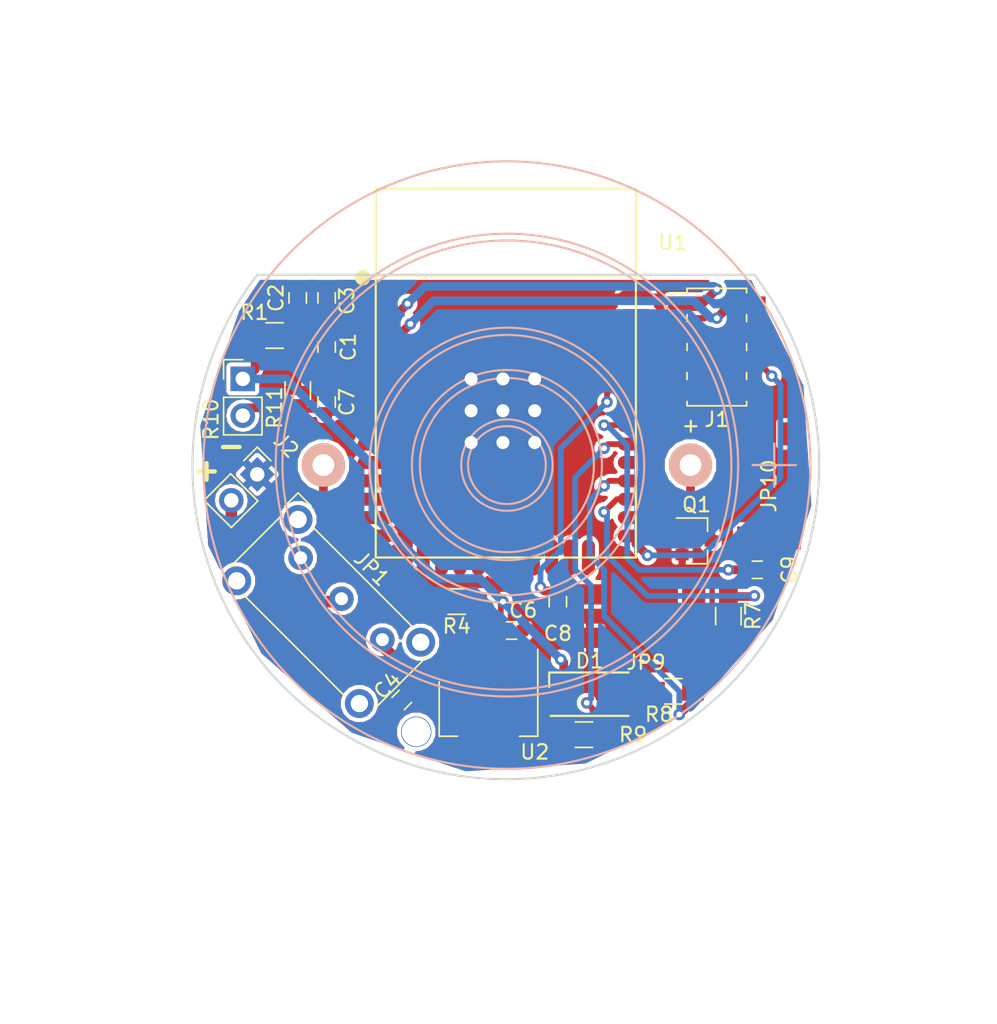
<source format=kicad_pcb>
(kicad_pcb (version 20170123) (host pcbnew no-vcs-found-33e0758~58~ubuntu16.04.1)

  (general
    (links 62)
    (no_connects 0)
    (area 83 49.2 157.000001 120.600001)
    (thickness 1.6)
    (drawings 5)
    (tracks 231)
    (zones 0)
    (modules 35)
    (nets 41)
  )

  (page A4)
  (layers
    (0 F.Cu signal)
    (31 B.Cu signal hide)
    (32 B.Adhes user)
    (33 F.Adhes user)
    (34 B.Paste user)
    (35 F.Paste user)
    (36 B.SilkS user)
    (37 F.SilkS user)
    (38 B.Mask user)
    (39 F.Mask user)
    (40 Dwgs.User user)
    (41 Cmts.User user)
    (42 Eco1.User user)
    (43 Eco2.User user)
    (44 Edge.Cuts user)
    (45 Margin user)
    (46 B.CrtYd user)
    (47 F.CrtYd user)
    (48 B.Fab user hide)
    (49 F.Fab user hide)
  )

  (setup
    (last_trace_width 0.4)
    (user_trace_width 0.4)
    (user_trace_width 0.6)
    (user_trace_width 0.8)
    (trace_clearance 0.2)
    (zone_clearance 0.28)
    (zone_45_only no)
    (trace_min 0.2)
    (segment_width 0.2)
    (edge_width 0.15)
    (via_size 0.8)
    (via_drill 0.4)
    (via_min_size 0.4)
    (via_min_drill 0.3)
    (uvia_size 0.3)
    (uvia_drill 0.1)
    (uvias_allowed no)
    (uvia_min_size 0.2)
    (uvia_min_drill 0.1)
    (pcb_text_width 0.3)
    (pcb_text_size 1.5 1.5)
    (mod_edge_width 0.15)
    (mod_text_size 1 1)
    (mod_text_width 0.15)
    (pad_size 0.9 0.8)
    (pad_drill 0)
    (pad_to_mask_clearance 0.2)
    (aux_axis_origin 0 0)
    (visible_elements FFFFFF7F)
    (pcbplotparams
      (layerselection 0x210f8_ffffffff)
      (usegerberextensions false)
      (excludeedgelayer true)
      (linewidth 0.100000)
      (plotframeref false)
      (viasonmask false)
      (mode 1)
      (useauxorigin false)
      (hpglpennumber 1)
      (hpglpenspeed 20)
      (hpglpendiameter 15)
      (psnegative false)
      (psa4output false)
      (plotreference true)
      (plotvalue true)
      (plotinvisibletext false)
      (padsonsilk false)
      (subtractmaskfromsilk false)
      (outputformat 1)
      (mirror false)
      (drillshape 0)
      (scaleselection 1)
      (outputdirectory /home/jtm/proj/dropbuzzer/pcb/rev2/dropbuzzer_gerbers/))
  )

  (net 0 "")
  (net 1 "Net-(BZ1-Pad1)")
  (net 2 "Net-(BZ1-Pad2)")
  (net 3 GND)
  (net 4 /EN)
  (net 5 VDD)
  (net 6 /T)
  (net 7 "Net-(R2-Pad1)")
  (net 8 "Net-(U1-Pad37)")
  (net 9 "Net-(U1-Pad36)")
  (net 10 "Net-(U1-Pad32)")
  (net 11 "Net-(U1-Pad29)")
  (net 12 "Net-(U1-Pad23)")
  (net 13 "Net-(U1-Pad22)")
  (net 14 "Net-(U1-Pad21)")
  (net 15 "Net-(U1-Pad20)")
  (net 16 "Net-(U1-Pad19)")
  (net 17 "Net-(U1-Pad18)")
  (net 18 "Net-(U1-Pad17)")
  (net 19 "Net-(U1-Pad14)")
  (net 20 "Net-(U1-Pad13)")
  (net 21 "Net-(U1-Pad5)")
  (net 22 "Net-(U1-Pad4)")
  (net 23 +BATT)
  (net 24 /PHOTO)
  (net 25 "Net-(D1-Pad3)")
  (net 26 "Net-(D1-Pad4)")
  (net 27 "Net-(D1-Pad2)")
  (net 28 /TX)
  (net 29 /RX)
  (net 30 /BOOT)
  (net 31 "Net-(J1-Pad4)")
  (net 32 "Net-(J2-Pad2)")
  (net 33 /R)
  (net 34 /G)
  (net 35 /B)
  (net 36 /SEC)
  (net 37 /OTA)
  (net 38 "Net-(U1-Pad9)")
  (net 39 "Net-(U1-Pad8)")
  (net 40 "Net-(U1-Pad6)")

  (net_class Default "This is the default net class."
    (clearance 0.2)
    (trace_width 0.25)
    (via_dia 0.8)
    (via_drill 0.4)
    (uvia_dia 0.3)
    (uvia_drill 0.1)
    (add_net +BATT)
    (add_net /B)
    (add_net /BOOT)
    (add_net /EN)
    (add_net /G)
    (add_net /OTA)
    (add_net /PHOTO)
    (add_net /R)
    (add_net /RX)
    (add_net /SEC)
    (add_net /T)
    (add_net /TX)
    (add_net GND)
    (add_net "Net-(BZ1-Pad1)")
    (add_net "Net-(BZ1-Pad2)")
    (add_net "Net-(D1-Pad2)")
    (add_net "Net-(D1-Pad3)")
    (add_net "Net-(D1-Pad4)")
    (add_net "Net-(J1-Pad4)")
    (add_net "Net-(J2-Pad2)")
    (add_net "Net-(R2-Pad1)")
    (add_net "Net-(U1-Pad13)")
    (add_net "Net-(U1-Pad14)")
    (add_net "Net-(U1-Pad17)")
    (add_net "Net-(U1-Pad18)")
    (add_net "Net-(U1-Pad19)")
    (add_net "Net-(U1-Pad20)")
    (add_net "Net-(U1-Pad21)")
    (add_net "Net-(U1-Pad22)")
    (add_net "Net-(U1-Pad23)")
    (add_net "Net-(U1-Pad29)")
    (add_net "Net-(U1-Pad32)")
    (add_net "Net-(U1-Pad36)")
    (add_net "Net-(U1-Pad37)")
    (add_net "Net-(U1-Pad4)")
    (add_net "Net-(U1-Pad5)")
    (add_net "Net-(U1-Pad6)")
    (add_net "Net-(U1-Pad8)")
    (add_net "Net-(U1-Pad9)")
    (add_net VDD)
  )

  (net_class big ""
    (clearance 0.2)
    (trace_width 0.4)
    (via_dia 0.8)
    (via_drill 0.4)
    (uvia_dia 0.3)
    (uvia_drill 0.1)
  )

  (module buzzer_lib:VIA-1.8mm (layer F.Cu) (tedit 5AF2D88C) (tstamp 5AF2DB0C)
    (at 113 100.4)
    (fp_text reference REF**1131 (at 0 2) (layer F.SilkS) hide
      (effects (font (size 1 1) (thickness 0.15)))
    )
    (fp_text value via-0.6mm (at 0 -3) (layer F.Fab) hide
      (effects (font (size 1 1) (thickness 0.15)))
    )
    (pad "" np_thru_hole circle (at 0 0) (size 2.1 2.1) (drill 2) (layers *.Cu *.Mask)
      (zone_connect 2))
  )

  (module Pin_Headers:Pin_Header_Straight_1x02_Pitch2.54mm (layer F.Cu) (tedit 5AF22FD2) (tstamp 5AF19831)
    (at 101 76)
    (descr "Through hole straight pin header, 1x02, 2.54mm pitch, single row")
    (tags "Through hole pin header THT 1x02 2.54mm single row")
    (path /5AF011D4)
    (fp_text reference R10 (at -2.2 2.8 90) (layer F.SilkS)
      (effects (font (size 1 1) (thickness 0.15)))
    )
    (fp_text value R_PHOTO (at 0 4.87) (layer F.Fab)
      (effects (font (size 1 1) (thickness 0.15)))
    )
    (fp_text user %R (at 0 1.27 90) (layer F.Fab)
      (effects (font (size 1 1) (thickness 0.15)))
    )
    (fp_line (start 1.8 -1.8) (end -1.8 -1.8) (layer F.CrtYd) (width 0.05))
    (fp_line (start 1.8 4.35) (end 1.8 -1.8) (layer F.CrtYd) (width 0.05))
    (fp_line (start -1.8 4.35) (end 1.8 4.35) (layer F.CrtYd) (width 0.05))
    (fp_line (start -1.8 -1.8) (end -1.8 4.35) (layer F.CrtYd) (width 0.05))
    (fp_line (start -1.33 -1.33) (end 0 -1.33) (layer F.SilkS) (width 0.12))
    (fp_line (start -1.33 0) (end -1.33 -1.33) (layer F.SilkS) (width 0.12))
    (fp_line (start -1.33 1.27) (end 1.33 1.27) (layer F.SilkS) (width 0.12))
    (fp_line (start 1.33 1.27) (end 1.33 3.87) (layer F.SilkS) (width 0.12))
    (fp_line (start -1.33 1.27) (end -1.33 3.87) (layer F.SilkS) (width 0.12))
    (fp_line (start -1.33 3.87) (end 1.33 3.87) (layer F.SilkS) (width 0.12))
    (fp_line (start -1.27 -0.635) (end -0.635 -1.27) (layer F.Fab) (width 0.1))
    (fp_line (start -1.27 3.81) (end -1.27 -0.635) (layer F.Fab) (width 0.1))
    (fp_line (start 1.27 3.81) (end -1.27 3.81) (layer F.Fab) (width 0.1))
    (fp_line (start 1.27 -1.27) (end 1.27 3.81) (layer F.Fab) (width 0.1))
    (fp_line (start -0.635 -1.27) (end 1.27 -1.27) (layer F.Fab) (width 0.1))
    (pad 2 thru_hole oval (at 0 2.54) (size 1.7 1.7) (drill 1) (layers *.Cu *.Mask)
      (net 24 /PHOTO))
    (pad 1 thru_hole rect (at 0 0) (size 1.7 1.7) (drill 1) (layers *.Cu *.Mask)
      (net 5 VDD))
    (model ${KISYS3DMOD}/LEDs.3dshapes/LED_D1.8mm_W1.8mm_H2.4mm_Horizontal_O3.81mm_Z1.6mm.wrl
      (at (xyz 0 0 0))
      (scale (xyz 0.4 0.4001 0.4))
      (rotate (xyz 0 0 90))
    )
  )

  (module buzzer_lib:VIA-1.8mm (layer F.Cu) (tedit 5AF1F1D7) (tstamp 5AF2808D)
    (at 121.2 80.4)
    (fp_text reference REF**1131 (at 0 2) (layer F.SilkS) hide
      (effects (font (size 1 1) (thickness 0.15)))
    )
    (fp_text value via-0.6mm (at 0 -3) (layer F.Fab) hide
      (effects (font (size 1 1) (thickness 0.15)))
    )
    (pad 1 thru_hole circle (at 0 0) (size 1.8 1.8) (drill 0.9) (layers *.Cu)
      (net 3 GND) (zone_connect 2))
  )

  (module buzzer_lib:VIA-1.8mm (layer F.Cu) (tedit 5AF1F1D7) (tstamp 5AF28089)
    (at 119 80.4)
    (fp_text reference REF**1131 (at 0 2) (layer F.SilkS) hide
      (effects (font (size 1 1) (thickness 0.15)))
    )
    (fp_text value via-0.6mm (at 0 -3) (layer F.Fab) hide
      (effects (font (size 1 1) (thickness 0.15)))
    )
    (pad 1 thru_hole circle (at 0 0) (size 1.8 1.8) (drill 0.9) (layers *.Cu)
      (net 3 GND) (zone_connect 2))
  )

  (module buzzer_lib:VIA-1.8mm (layer F.Cu) (tedit 5AF1F1D7) (tstamp 5AF28085)
    (at 116.8 80.4)
    (fp_text reference REF**1131 (at 0 2) (layer F.SilkS) hide
      (effects (font (size 1 1) (thickness 0.15)))
    )
    (fp_text value via-0.6mm (at 0 -3) (layer F.Fab) hide
      (effects (font (size 1 1) (thickness 0.15)))
    )
    (pad 1 thru_hole circle (at 0 0) (size 1.8 1.8) (drill 0.9) (layers *.Cu)
      (net 3 GND) (zone_connect 2))
  )

  (module buzzer_lib:VIA-1.8mm (layer F.Cu) (tedit 5AF1F1D7) (tstamp 5AF28080)
    (at 116.8 78.2)
    (fp_text reference REF**1131 (at 0 2) (layer F.SilkS) hide
      (effects (font (size 1 1) (thickness 0.15)))
    )
    (fp_text value via-0.6mm (at 0 -3) (layer F.Fab) hide
      (effects (font (size 1 1) (thickness 0.15)))
    )
    (pad 1 thru_hole circle (at 0 0) (size 1.8 1.8) (drill 0.9) (layers *.Cu)
      (net 3 GND) (zone_connect 2))
  )

  (module buzzer_lib:VIA-1.8mm (layer F.Cu) (tedit 5AF1F1D7) (tstamp 5AF2807C)
    (at 119 78.2)
    (fp_text reference REF**1131 (at 0 2) (layer F.SilkS) hide
      (effects (font (size 1 1) (thickness 0.15)))
    )
    (fp_text value via-0.6mm (at 0 -3) (layer F.Fab) hide
      (effects (font (size 1 1) (thickness 0.15)))
    )
    (pad 1 thru_hole circle (at 0 0) (size 1.8 1.8) (drill 0.9) (layers *.Cu)
      (net 3 GND) (zone_connect 2))
  )

  (module buzzer_lib:VIA-1.8mm (layer F.Cu) (tedit 5AF1F1D7) (tstamp 5AF28078)
    (at 121.2 78.2)
    (fp_text reference REF**1131 (at 0 2) (layer F.SilkS) hide
      (effects (font (size 1 1) (thickness 0.15)))
    )
    (fp_text value via-0.6mm (at 0 -3) (layer F.Fab) hide
      (effects (font (size 1 1) (thickness 0.15)))
    )
    (pad 1 thru_hole circle (at 0 0) (size 1.8 1.8) (drill 0.9) (layers *.Cu)
      (net 3 GND) (zone_connect 2))
  )

  (module buzzer_lib:VIA-1.8mm (layer F.Cu) (tedit 5AF1F1D7) (tstamp 5AF2804F)
    (at 121.2 76)
    (fp_text reference REF**1131 (at 0 2) (layer F.SilkS) hide
      (effects (font (size 1 1) (thickness 0.15)))
    )
    (fp_text value via-0.6mm (at 0 -3) (layer F.Fab) hide
      (effects (font (size 1 1) (thickness 0.15)))
    )
    (pad 1 thru_hole circle (at 0 0) (size 1.8 1.8) (drill 0.9) (layers *.Cu)
      (net 3 GND) (zone_connect 2))
  )

  (module buzzer_lib:VIA-1.8mm (layer F.Cu) (tedit 5AF1F1D7) (tstamp 5AF2804A)
    (at 119 76)
    (fp_text reference REF**1131 (at 0 2) (layer F.SilkS) hide
      (effects (font (size 1 1) (thickness 0.15)))
    )
    (fp_text value via-0.6mm (at 0 -3) (layer F.Fab) hide
      (effects (font (size 1 1) (thickness 0.15)))
    )
    (pad 1 thru_hole circle (at 0 0) (size 1.8 1.8) (drill 0.9) (layers *.Cu)
      (net 3 GND) (zone_connect 2))
  )

  (module ESP32-footprints-Lib:ESP32-WROOM (layer F.Cu) (tedit 5AF1ED10) (tstamp 5AF19897)
    (at 119.2 75.6 180)
    (path /5A9D80CD)
    (fp_text reference U1 (at -11.557 9.017 180) (layer F.SilkS)
      (effects (font (size 1 1) (thickness 0.15)))
    )
    (fp_text value ESP32-WROOM (at 5.715 14.224 180) (layer F.Fab)
      (effects (font (size 1 1) (thickness 0.15)))
    )
    (fp_text user "" (at -6.858 -0.889 270) (layer F.SilkS)
      (effects (font (size 1 1) (thickness 0.15)))
    )
    (fp_circle (center 9.906 6.604) (end 10.033 6.858) (layer F.SilkS) (width 0.5))
    (fp_text user "" (at -5.207 0.254 270) (layer F.SilkS)
      (effects (font (size 1 1) (thickness 0.15)))
    )
    (fp_line (start -9 6.75) (end 9 6.75) (layer F.SilkS) (width 0.15))
    (fp_line (start 9 12.75) (end 9 -12.75) (layer F.SilkS) (width 0.15))
    (fp_line (start -9 12.75) (end -9 -12.75) (layer F.SilkS) (width 0.15))
    (fp_line (start -9 -12.75) (end 9 -12.75) (layer F.SilkS) (width 0.15))
    (fp_line (start -9 12.75) (end 9 12.75) (layer F.SilkS) (width 0.15))
    (pad 38 smd oval (at -9 5.25 180) (size 2.5 0.9) (layers F.Cu F.Paste F.Mask)
      (net 3 GND))
    (pad 37 smd oval (at -9 3.98 180) (size 2.5 0.9) (layers F.Cu F.Paste F.Mask)
      (net 8 "Net-(U1-Pad37)"))
    (pad 36 smd oval (at -9 2.71 180) (size 2.5 0.9) (layers F.Cu F.Paste F.Mask)
      (net 9 "Net-(U1-Pad36)"))
    (pad 35 smd oval (at -9 1.44 180) (size 2.5 0.9) (layers F.Cu F.Paste F.Mask)
      (net 28 /TX))
    (pad 34 smd oval (at -9 0.17 180) (size 2.5 0.9) (layers F.Cu F.Paste F.Mask)
      (net 29 /RX))
    (pad 33 smd oval (at -9 -1.1 180) (size 2.5 0.9) (layers F.Cu F.Paste F.Mask)
      (net 36 /SEC))
    (pad 32 smd oval (at -9 -2.37 180) (size 2.5 0.9) (layers F.Cu F.Paste F.Mask)
      (net 10 "Net-(U1-Pad32)"))
    (pad 31 smd oval (at -9 -3.64 180) (size 2.5 0.9) (layers F.Cu F.Paste F.Mask)
      (net 37 /OTA))
    (pad 30 smd oval (at -9 -4.91 180) (size 2.5 0.9) (layers F.Cu F.Paste F.Mask)
      (net 35 /B))
    (pad 29 smd oval (at -9 -6.18 180) (size 2.5 0.9) (layers F.Cu F.Paste F.Mask)
      (net 11 "Net-(U1-Pad29)"))
    (pad 28 smd oval (at -9 -7.45 180) (size 2.5 0.9) (layers F.Cu F.Paste F.Mask)
      (net 34 /G))
    (pad 27 smd oval (at -9 -8.72 180) (size 2.5 0.9) (layers F.Cu F.Paste F.Mask)
      (net 33 /R))
    (pad 26 smd oval (at -9 -9.99 180) (size 2.5 0.9) (layers F.Cu F.Paste F.Mask)
      (net 6 /T))
    (pad 25 smd oval (at -9 -11.26 180) (size 2.5 0.9) (layers F.Cu F.Paste F.Mask)
      (net 30 /BOOT))
    (pad 24 smd oval (at -5.715 -12.75 180) (size 0.9 2.5) (layers F.Cu F.Paste F.Mask)
      (net 7 "Net-(R2-Pad1)"))
    (pad 23 smd oval (at -4.445 -12.75 180) (size 0.9 2.5) (layers F.Cu F.Paste F.Mask)
      (net 12 "Net-(U1-Pad23)"))
    (pad 22 smd oval (at -3.175 -12.75 180) (size 0.9 2.5) (layers F.Cu F.Paste F.Mask)
      (net 13 "Net-(U1-Pad22)"))
    (pad 21 smd oval (at -1.905 -12.75 180) (size 0.9 2.5) (layers F.Cu F.Paste F.Mask)
      (net 14 "Net-(U1-Pad21)"))
    (pad 20 smd oval (at -0.635 -12.75 180) (size 0.9 2.5) (layers F.Cu F.Paste F.Mask)
      (net 15 "Net-(U1-Pad20)"))
    (pad 19 smd oval (at 0.635 -12.75 180) (size 0.9 2.5) (layers F.Cu F.Paste F.Mask)
      (net 16 "Net-(U1-Pad19)"))
    (pad 18 smd oval (at 1.905 -12.75 180) (size 0.9 2.5) (layers F.Cu F.Paste F.Mask)
      (net 17 "Net-(U1-Pad18)"))
    (pad 17 smd oval (at 3.175 -12.75 180) (size 0.9 2.5) (layers F.Cu F.Paste F.Mask)
      (net 18 "Net-(U1-Pad17)"))
    (pad 16 smd oval (at 4.445 -12.75 180) (size 0.9 2.5) (layers F.Cu F.Paste F.Mask))
    (pad 15 smd oval (at 5.715 -12.75 180) (size 0.9 2.5) (layers F.Cu F.Paste F.Mask)
      (net 3 GND))
    (pad 14 smd oval (at 9 -11.26 180) (size 2.5 0.9) (layers F.Cu F.Paste F.Mask)
      (net 19 "Net-(U1-Pad14)"))
    (pad 13 smd oval (at 9 -9.99 180) (size 2.5 0.9) (layers F.Cu F.Paste F.Mask)
      (net 20 "Net-(U1-Pad13)"))
    (pad 12 smd oval (at 9 -8.72 180) (size 2.5 0.9) (layers F.Cu F.Paste F.Mask))
    (pad 11 smd oval (at 9 -7.45 180) (size 2.5 0.9) (layers F.Cu F.Paste F.Mask))
    (pad 10 smd oval (at 9 -6.18 180) (size 2.5 0.9) (layers F.Cu F.Paste F.Mask))
    (pad 9 smd oval (at 9 -4.91 180) (size 2.5 0.9) (layers F.Cu F.Paste F.Mask)
      (net 38 "Net-(U1-Pad9)"))
    (pad 8 smd oval (at 9 -3.64 180) (size 2.5 0.9) (layers F.Cu F.Paste F.Mask)
      (net 39 "Net-(U1-Pad8)"))
    (pad 7 smd oval (at 9 -2.37 180) (size 2.5 0.9) (layers F.Cu F.Paste F.Mask)
      (net 24 /PHOTO))
    (pad 6 smd oval (at 9 -1.1 180) (size 2.5 0.9) (layers F.Cu F.Paste F.Mask)
      (net 40 "Net-(U1-Pad6)"))
    (pad 5 smd oval (at 9 0.17 180) (size 2.5 0.9) (layers F.Cu F.Paste F.Mask)
      (net 21 "Net-(U1-Pad5)"))
    (pad 4 smd oval (at 9 1.44 180) (size 2.5 0.9) (layers F.Cu F.Paste F.Mask)
      (net 22 "Net-(U1-Pad4)"))
    (pad 3 smd oval (at 9 2.71 180) (size 2.5 0.9) (layers F.Cu F.Paste F.Mask)
      (net 4 /EN))
    (pad 2 smd oval (at 9 3.98 180) (size 2.5 0.9) (layers F.Cu F.Paste F.Mask)
      (net 5 VDD))
    (pad 1 smd oval (at 9 5.25 180) (size 2.5 0.9) (layers F.Cu F.Paste F.Mask)
      (net 3 GND))
    (pad 39 smd rect (at 0.3 -2.45 180) (size 6 6) (layers F.Cu F.Paste F.Mask)
      (net 3 GND))
  )

  (module Pin_Headers:Pin_Header_Straight_2x04_Pitch2.00mm_SMD (layer F.Cu) (tedit 5AF22DB6) (tstamp 5AF19715)
    (at 133.8 73.8)
    (descr "surface-mounted straight pin header, 2x04, 2.00mm pitch, double rows")
    (tags "Surface mounted pin header SMD 2x04 2.00mm double row")
    (path /5A9D814A)
    (attr smd)
    (fp_text reference J1 (at 0 5) (layer F.SilkS)
      (effects (font (size 1 1) (thickness 0.15)))
    )
    (fp_text value Conn_02x04_Counter_Clockwise (at 0 5.06) (layer F.Fab)
      (effects (font (size 1 1) (thickness 0.15)))
    )
    (fp_text user %R (at 0 0 90) (layer F.Fab)
      (effects (font (size 1 1) (thickness 0.15)))
    )
    (fp_line (start 2.06 1.76) (end 2.06 2.24) (layer F.SilkS) (width 0.12))
    (fp_line (start -2.06 1.76) (end -2.06 2.24) (layer F.SilkS) (width 0.12))
    (fp_line (start 2.06 -0.24) (end 2.06 0.24) (layer F.SilkS) (width 0.12))
    (fp_line (start -2.06 -0.24) (end -2.06 0.24) (layer F.SilkS) (width 0.12))
    (fp_line (start 2.06 -2.24) (end 2.06 -1.76) (layer F.SilkS) (width 0.12))
    (fp_line (start -2.06 -2.24) (end -2.06 -1.76) (layer F.SilkS) (width 0.12))
    (fp_line (start 2.06 3.76) (end 2.06 4.06) (layer F.SilkS) (width 0.12))
    (fp_line (start -2.06 3.76) (end -2.06 4.06) (layer F.SilkS) (width 0.12))
    (fp_line (start 2.06 -4.06) (end 2.06 -3.76) (layer F.SilkS) (width 0.12))
    (fp_line (start -2.06 -4.06) (end -2.06 -3.76) (layer F.SilkS) (width 0.12))
    (fp_line (start -3.315 -3.76) (end -2.06 -3.76) (layer F.SilkS) (width 0.12))
    (fp_line (start -2.06 4.06) (end 2.06 4.06) (layer F.SilkS) (width 0.12))
    (fp_line (start -2.06 -4.06) (end 2.06 -4.06) (layer F.SilkS) (width 0.12))
    (fp_line (start 2.875 3.25) (end 2 3.25) (layer F.Fab) (width 0.1))
    (fp_line (start 2.875 2.75) (end 2.875 3.25) (layer F.Fab) (width 0.1))
    (fp_line (start 2 2.75) (end 2.875 2.75) (layer F.Fab) (width 0.1))
    (fp_line (start -2.875 3.25) (end -2 3.25) (layer F.Fab) (width 0.1))
    (fp_line (start -2.875 2.75) (end -2.875 3.25) (layer F.Fab) (width 0.1))
    (fp_line (start -2 2.75) (end -2.875 2.75) (layer F.Fab) (width 0.1))
    (fp_line (start 2.875 1.25) (end 2 1.25) (layer F.Fab) (width 0.1))
    (fp_line (start 2.875 0.75) (end 2.875 1.25) (layer F.Fab) (width 0.1))
    (fp_line (start 2 0.75) (end 2.875 0.75) (layer F.Fab) (width 0.1))
    (fp_line (start -2.875 1.25) (end -2 1.25) (layer F.Fab) (width 0.1))
    (fp_line (start -2.875 0.75) (end -2.875 1.25) (layer F.Fab) (width 0.1))
    (fp_line (start -2 0.75) (end -2.875 0.75) (layer F.Fab) (width 0.1))
    (fp_line (start 2.875 -0.75) (end 2 -0.75) (layer F.Fab) (width 0.1))
    (fp_line (start 2.875 -1.25) (end 2.875 -0.75) (layer F.Fab) (width 0.1))
    (fp_line (start 2 -1.25) (end 2.875 -1.25) (layer F.Fab) (width 0.1))
    (fp_line (start -2.875 -0.75) (end -2 -0.75) (layer F.Fab) (width 0.1))
    (fp_line (start -2.875 -1.25) (end -2.875 -0.75) (layer F.Fab) (width 0.1))
    (fp_line (start -2 -1.25) (end -2.875 -1.25) (layer F.Fab) (width 0.1))
    (fp_line (start 2.875 -2.75) (end 2 -2.75) (layer F.Fab) (width 0.1))
    (fp_line (start 2.875 -3.25) (end 2.875 -2.75) (layer F.Fab) (width 0.1))
    (fp_line (start 2 -3.25) (end 2.875 -3.25) (layer F.Fab) (width 0.1))
    (fp_line (start -2.875 -2.75) (end -2 -2.75) (layer F.Fab) (width 0.1))
    (fp_line (start -2.875 -3.25) (end -2.875 -2.75) (layer F.Fab) (width 0.1))
    (fp_line (start -2 -3.25) (end -2.875 -3.25) (layer F.Fab) (width 0.1))
    (fp_line (start 2 -4) (end 2 4) (layer F.Fab) (width 0.1))
    (fp_line (start -2 -3.25) (end -1.25 -4) (layer F.Fab) (width 0.1))
    (fp_line (start -2 4) (end -2 -3.25) (layer F.Fab) (width 0.1))
    (fp_line (start -1.25 -4) (end 2 -4) (layer F.Fab) (width 0.1))
    (fp_line (start 2 4) (end -2 4) (layer F.Fab) (width 0.1))
    (pad 8 smd rect (at 2.085 3) (size 2.58 1) (layers F.Cu F.Paste F.Mask)
      (net 28 /TX))
    (pad 7 smd rect (at -2.085 3) (size 2.58 1) (layers F.Cu F.Paste F.Mask)
      (net 29 /RX))
    (pad 6 smd rect (at 2.085 1) (size 2.58 1) (layers F.Cu F.Paste F.Mask)
      (net 30 /BOOT))
    (pad 5 smd rect (at -2.085 1) (size 2.58 1) (layers F.Cu F.Paste F.Mask)
      (net 3 GND))
    (pad 4 smd rect (at 2.085 -1) (size 2.58 1) (layers F.Cu F.Paste F.Mask)
      (net 31 "Net-(J1-Pad4)"))
    (pad 3 smd rect (at -2.085 -1) (size 2.58 1) (layers F.Cu F.Paste F.Mask)
      (net 3 GND))
    (pad 2 smd rect (at 2.085 -3) (size 2.58 1) (layers F.Cu F.Paste F.Mask)
      (net 4 /EN))
    (pad 1 smd rect (at -2.085 -3) (size 2.58 1) (layers F.Cu F.Paste F.Mask)
      (net 5 VDD))
    (model ${KISYS3DMOD}/Pin_Headers.3dshapes/Pin_Header_Straight_2x04_Pitch2.00mm_SMD.wrl
      (at (xyz 0 0 0))
      (scale (xyz 1 1 1))
      (rotate (xyz 0 0 0))
    )
  )

  (module buzzer_lib:bigbuzz locked (layer B.Cu) (tedit 5AF1EC6F) (tstamp 5AF19649)
    (at 106.575721 81.95796)
    (descr "Buzzer, Elektromagnetic Beeper, Summer, 3-28V-DC,")
    (tags "Projects Unlimited, AI-4228-TWT-R,")
    (path /5A9DB9AA)
    (fp_text reference BZ1 (at 11.69924 24.00046) (layer B.SilkS) hide
      (effects (font (size 1 1) (thickness 0.15)) (justify mirror))
    )
    (fp_text value Buzzer (at 12.7 -22.9997) (layer B.Fab)
      (effects (font (size 1 1) (thickness 0.15)) (justify mirror))
    )
    (fp_line (start 31.19882 0) (end 31.19882 -1.50114) (layer B.SilkS) (width 0.15))
    (fp_line (start 31.19882 0) (end 31.19882 1.50114) (layer B.SilkS) (width 0.15))
    (fp_line (start 31.19882 0) (end 29.70022 0) (layer B.SilkS) (width 0.15))
    (fp_line (start 29.70022 0) (end 32.69996 0) (layer B.SilkS) (width 0.15))
    (fp_circle (center 12.7 0) (end 15.19936 -1.00076) (layer B.SilkS) (width 0.15))
    (fp_circle (center 12.7 0) (end 15.69974 -1.00076) (layer B.SilkS) (width 0.15))
    (fp_circle (center 12.7 0) (end 18.69948 -0.50038) (layer B.SilkS) (width 0.15))
    (fp_circle (center 12.7 0) (end 19.19986 -1.00076) (layer B.SilkS) (width 0.15))
    (fp_circle (center 12.7 0) (end 21.69922 0) (layer B.SilkS) (width 0.15))
    (fp_circle (center 12.7 0) (end 22.1996 0) (layer B.SilkS) (width 0.15))
    (fp_circle (center 12.7 0) (end 28.19908 -1.00076) (layer B.SilkS) (width 0.15))
    (fp_circle (center 12.7 0) (end 28.69946 0) (layer B.SilkS) (width 0.15))
    (fp_circle (center 12.7 0) (end 33.70072 0) (layer B.SilkS) (width 0.15))
    (fp_text user + (at 25.424279 -2.75796) (layer F.SilkS)
      (effects (font (size 1 1) (thickness 0.15)))
    )
    (pad 1 thru_hole circle (at 0 0) (size 2.99974 2.99974) (drill 1.50114) (layers *.Cu *.Mask B.SilkS)
      (net 1 "Net-(BZ1-Pad1)"))
    (pad 2 thru_hole circle (at 25.4 0) (size 2.99974 2.99974) (drill 1.50114) (layers *.Cu *.Mask B.SilkS)
      (net 2 "Net-(BZ1-Pad2)"))
    (model Buzzers_Beepers.3dshapes/MagneticBuzzer_ProjectsUnlimited_AI-4228-TWT-R.wrl
      (at (xyz 0 0 0))
      (scale (xyz 1 1 1))
      (rotate (xyz 0 0 0))
    )
  )

  (module Capacitors_SMD:C_0603 (layer F.Cu) (tedit 59958EE7) (tstamp 5AF1965A)
    (at 106.8 73.8 270)
    (descr "Capacitor SMD 0603, reflow soldering, AVX (see smccp.pdf)")
    (tags "capacitor 0603")
    (path /5A9D95FE)
    (attr smd)
    (fp_text reference C1 (at 0 -1.5 270) (layer F.SilkS)
      (effects (font (size 1 1) (thickness 0.15)))
    )
    (fp_text value 1nF (at 0 1.5 270) (layer F.Fab)
      (effects (font (size 1 1) (thickness 0.15)))
    )
    (fp_text user %R (at 0 0 270) (layer F.Fab)
      (effects (font (size 0.3 0.3) (thickness 0.075)))
    )
    (fp_line (start -0.8 0.4) (end -0.8 -0.4) (layer F.Fab) (width 0.1))
    (fp_line (start 0.8 0.4) (end -0.8 0.4) (layer F.Fab) (width 0.1))
    (fp_line (start 0.8 -0.4) (end 0.8 0.4) (layer F.Fab) (width 0.1))
    (fp_line (start -0.8 -0.4) (end 0.8 -0.4) (layer F.Fab) (width 0.1))
    (fp_line (start -0.35 -0.6) (end 0.35 -0.6) (layer F.SilkS) (width 0.12))
    (fp_line (start 0.35 0.6) (end -0.35 0.6) (layer F.SilkS) (width 0.12))
    (fp_line (start -1.4 -0.65) (end 1.4 -0.65) (layer F.CrtYd) (width 0.05))
    (fp_line (start -1.4 -0.65) (end -1.4 0.65) (layer F.CrtYd) (width 0.05))
    (fp_line (start 1.4 0.65) (end 1.4 -0.65) (layer F.CrtYd) (width 0.05))
    (fp_line (start 1.4 0.65) (end -1.4 0.65) (layer F.CrtYd) (width 0.05))
    (pad 1 smd rect (at -0.75 0 270) (size 0.8 0.75) (layers F.Cu F.Paste F.Mask)
      (net 4 /EN))
    (pad 2 smd rect (at 0.75 0 270) (size 0.8 0.75) (layers F.Cu F.Paste F.Mask)
      (net 3 GND))
    (model Capacitors_SMD.3dshapes/C_0603.wrl
      (at (xyz 0 0 0))
      (scale (xyz 1 1 1))
      (rotate (xyz 0 0 0))
    )
  )

  (module Capacitors_SMD:C_0603 (layer F.Cu) (tedit 59958EE7) (tstamp 5AF1966B)
    (at 104.8 70.4 90)
    (descr "Capacitor SMD 0603, reflow soldering, AVX (see smccp.pdf)")
    (tags "capacitor 0603")
    (path /5A9D9228)
    (attr smd)
    (fp_text reference C2 (at 0 -1.5 90) (layer F.SilkS)
      (effects (font (size 1 1) (thickness 0.15)))
    )
    (fp_text value 100uF (at 0 1.5 90) (layer F.Fab)
      (effects (font (size 1 1) (thickness 0.15)))
    )
    (fp_line (start 1.4 0.65) (end -1.4 0.65) (layer F.CrtYd) (width 0.05))
    (fp_line (start 1.4 0.65) (end 1.4 -0.65) (layer F.CrtYd) (width 0.05))
    (fp_line (start -1.4 -0.65) (end -1.4 0.65) (layer F.CrtYd) (width 0.05))
    (fp_line (start -1.4 -0.65) (end 1.4 -0.65) (layer F.CrtYd) (width 0.05))
    (fp_line (start 0.35 0.6) (end -0.35 0.6) (layer F.SilkS) (width 0.12))
    (fp_line (start -0.35 -0.6) (end 0.35 -0.6) (layer F.SilkS) (width 0.12))
    (fp_line (start -0.8 -0.4) (end 0.8 -0.4) (layer F.Fab) (width 0.1))
    (fp_line (start 0.8 -0.4) (end 0.8 0.4) (layer F.Fab) (width 0.1))
    (fp_line (start 0.8 0.4) (end -0.8 0.4) (layer F.Fab) (width 0.1))
    (fp_line (start -0.8 0.4) (end -0.8 -0.4) (layer F.Fab) (width 0.1))
    (fp_text user %R (at 0 0 90) (layer F.Fab)
      (effects (font (size 0.3 0.3) (thickness 0.075)))
    )
    (pad 2 smd rect (at 0.75 0 90) (size 0.8 0.75) (layers F.Cu F.Paste F.Mask)
      (net 3 GND))
    (pad 1 smd rect (at -0.75 0 90) (size 0.8 0.75) (layers F.Cu F.Paste F.Mask)
      (net 5 VDD))
    (model Capacitors_SMD.3dshapes/C_0603.wrl
      (at (xyz 0 0 0))
      (scale (xyz 1 1 1))
      (rotate (xyz 0 0 0))
    )
  )

  (module Capacitors_SMD:C_0603 (layer F.Cu) (tedit 5AF22AFA) (tstamp 5AF1967C)
    (at 106.8 70.4 90)
    (descr "Capacitor SMD 0603, reflow soldering, AVX (see smccp.pdf)")
    (tags "capacitor 0603")
    (path /5A9D924F)
    (attr smd)
    (fp_text reference C3 (at -0.2 1.4 270) (layer F.SilkS)
      (effects (font (size 1 1) (thickness 0.15)))
    )
    (fp_text value 1uF (at 0 1.5 90) (layer F.Fab)
      (effects (font (size 1 1) (thickness 0.15)))
    )
    (fp_text user %R (at 0 0 90) (layer F.Fab)
      (effects (font (size 0.3 0.3) (thickness 0.075)))
    )
    (fp_line (start -0.8 0.4) (end -0.8 -0.4) (layer F.Fab) (width 0.1))
    (fp_line (start 0.8 0.4) (end -0.8 0.4) (layer F.Fab) (width 0.1))
    (fp_line (start 0.8 -0.4) (end 0.8 0.4) (layer F.Fab) (width 0.1))
    (fp_line (start -0.8 -0.4) (end 0.8 -0.4) (layer F.Fab) (width 0.1))
    (fp_line (start -0.35 -0.6) (end 0.35 -0.6) (layer F.SilkS) (width 0.12))
    (fp_line (start 0.35 0.6) (end -0.35 0.6) (layer F.SilkS) (width 0.12))
    (fp_line (start -1.4 -0.65) (end 1.4 -0.65) (layer F.CrtYd) (width 0.05))
    (fp_line (start -1.4 -0.65) (end -1.4 0.65) (layer F.CrtYd) (width 0.05))
    (fp_line (start 1.4 0.65) (end 1.4 -0.65) (layer F.CrtYd) (width 0.05))
    (fp_line (start 1.4 0.65) (end -1.4 0.65) (layer F.CrtYd) (width 0.05))
    (pad 1 smd rect (at -0.75 0 90) (size 0.8 0.75) (layers F.Cu F.Paste F.Mask)
      (net 5 VDD))
    (pad 2 smd rect (at 0.75 0 90) (size 0.8 0.75) (layers F.Cu F.Paste F.Mask)
      (net 3 GND))
    (model Capacitors_SMD.3dshapes/C_0603.wrl
      (at (xyz 0 0 0))
      (scale (xyz 1 1 1))
      (rotate (xyz 0 0 0))
    )
  )

  (module Capacitors_SMD:C_0603 (layer F.Cu) (tedit 5AF22C73) (tstamp 5AF1968D)
    (at 112 98.2 225)
    (descr "Capacitor SMD 0603, reflow soldering, AVX (see smccp.pdf)")
    (tags "capacitor 0603")
    (path /5A9D9C63)
    (attr smd)
    (fp_text reference C4 (at 0 1.4 225) (layer F.SilkS)
      (effects (font (size 1 1) (thickness 0.15)))
    )
    (fp_text value 10uF (at 0 1.5 225) (layer F.Fab)
      (effects (font (size 1 1) (thickness 0.15)))
    )
    (fp_line (start 1.4 0.65) (end -1.4 0.65) (layer F.CrtYd) (width 0.05))
    (fp_line (start 1.4 0.65) (end 1.4 -0.65) (layer F.CrtYd) (width 0.05))
    (fp_line (start -1.4 -0.65) (end -1.4 0.65) (layer F.CrtYd) (width 0.05))
    (fp_line (start -1.4 -0.65) (end 1.4 -0.65) (layer F.CrtYd) (width 0.05))
    (fp_line (start 0.35 0.6) (end -0.35 0.6) (layer F.SilkS) (width 0.12))
    (fp_line (start -0.35 -0.6) (end 0.35 -0.6) (layer F.SilkS) (width 0.12))
    (fp_line (start -0.8 -0.4) (end 0.8 -0.4) (layer F.Fab) (width 0.1))
    (fp_line (start 0.8 -0.4) (end 0.8 0.4) (layer F.Fab) (width 0.1))
    (fp_line (start 0.8 0.4) (end -0.8 0.4) (layer F.Fab) (width 0.1))
    (fp_line (start -0.8 0.4) (end -0.8 -0.4) (layer F.Fab) (width 0.1))
    (fp_text user %R (at 0 0 225) (layer F.Fab)
      (effects (font (size 0.3 0.3) (thickness 0.075)))
    )
    (pad 2 smd rect (at 0.75 0 225) (size 0.8 0.75) (layers F.Cu F.Paste F.Mask)
      (net 3 GND))
    (pad 1 smd rect (at -0.75 0 225) (size 0.8 0.75) (layers F.Cu F.Paste F.Mask)
      (net 23 +BATT))
    (model Capacitors_SMD.3dshapes/C_0603.wrl
      (at (xyz 0 0 0))
      (scale (xyz 1 1 1))
      (rotate (xyz 0 0 0))
    )
  )

  (module Capacitors_SMD:C_0603 (layer F.Cu) (tedit 5AF22CDD) (tstamp 5AF196AF)
    (at 119.6 93.4)
    (descr "Capacitor SMD 0603, reflow soldering, AVX (see smccp.pdf)")
    (tags "capacitor 0603")
    (path /5A9DA441)
    (attr smd)
    (fp_text reference C6 (at 0.8 -1.4) (layer F.SilkS)
      (effects (font (size 1 1) (thickness 0.15)))
    )
    (fp_text value 22uF (at 0 1.5) (layer F.Fab)
      (effects (font (size 1 1) (thickness 0.15)))
    )
    (fp_text user %R (at 0 0) (layer F.Fab)
      (effects (font (size 0.3 0.3) (thickness 0.075)))
    )
    (fp_line (start -0.8 0.4) (end -0.8 -0.4) (layer F.Fab) (width 0.1))
    (fp_line (start 0.8 0.4) (end -0.8 0.4) (layer F.Fab) (width 0.1))
    (fp_line (start 0.8 -0.4) (end 0.8 0.4) (layer F.Fab) (width 0.1))
    (fp_line (start -0.8 -0.4) (end 0.8 -0.4) (layer F.Fab) (width 0.1))
    (fp_line (start -0.35 -0.6) (end 0.35 -0.6) (layer F.SilkS) (width 0.12))
    (fp_line (start 0.35 0.6) (end -0.35 0.6) (layer F.SilkS) (width 0.12))
    (fp_line (start -1.4 -0.65) (end 1.4 -0.65) (layer F.CrtYd) (width 0.05))
    (fp_line (start -1.4 -0.65) (end -1.4 0.65) (layer F.CrtYd) (width 0.05))
    (fp_line (start 1.4 0.65) (end 1.4 -0.65) (layer F.CrtYd) (width 0.05))
    (fp_line (start 1.4 0.65) (end -1.4 0.65) (layer F.CrtYd) (width 0.05))
    (pad 1 smd rect (at -0.75 0) (size 0.8 0.75) (layers F.Cu F.Paste F.Mask)
      (net 5 VDD))
    (pad 2 smd rect (at 0.75 0) (size 0.8 0.75) (layers F.Cu F.Paste F.Mask)
      (net 3 GND))
    (model Capacitors_SMD.3dshapes/C_0603.wrl
      (at (xyz 0 0 0))
      (scale (xyz 1 1 1))
      (rotate (xyz 0 0 0))
    )
  )

  (module Capacitors_SMD:C_0603 (layer F.Cu) (tedit 5AF22B1E) (tstamp 5AF196C0)
    (at 106.8 77.6 90)
    (descr "Capacitor SMD 0603, reflow soldering, AVX (see smccp.pdf)")
    (tags "capacitor 0603")
    (path /5AF0C400)
    (attr smd)
    (fp_text reference C7 (at 0 1.4 90) (layer F.SilkS)
      (effects (font (size 1 1) (thickness 0.15)))
    )
    (fp_text value 1nF (at 0 1.5 90) (layer F.Fab)
      (effects (font (size 1 1) (thickness 0.15)))
    )
    (fp_line (start 1.4 0.65) (end -1.4 0.65) (layer F.CrtYd) (width 0.05))
    (fp_line (start 1.4 0.65) (end 1.4 -0.65) (layer F.CrtYd) (width 0.05))
    (fp_line (start -1.4 -0.65) (end -1.4 0.65) (layer F.CrtYd) (width 0.05))
    (fp_line (start -1.4 -0.65) (end 1.4 -0.65) (layer F.CrtYd) (width 0.05))
    (fp_line (start 0.35 0.6) (end -0.35 0.6) (layer F.SilkS) (width 0.12))
    (fp_line (start -0.35 -0.6) (end 0.35 -0.6) (layer F.SilkS) (width 0.12))
    (fp_line (start -0.8 -0.4) (end 0.8 -0.4) (layer F.Fab) (width 0.1))
    (fp_line (start 0.8 -0.4) (end 0.8 0.4) (layer F.Fab) (width 0.1))
    (fp_line (start 0.8 0.4) (end -0.8 0.4) (layer F.Fab) (width 0.1))
    (fp_line (start -0.8 0.4) (end -0.8 -0.4) (layer F.Fab) (width 0.1))
    (fp_text user %R (at 0 0 90) (layer F.Fab)
      (effects (font (size 0.3 0.3) (thickness 0.075)))
    )
    (pad 2 smd rect (at 0.75 0 90) (size 0.8 0.75) (layers F.Cu F.Paste F.Mask)
      (net 3 GND))
    (pad 1 smd rect (at -0.75 0 90) (size 0.8 0.75) (layers F.Cu F.Paste F.Mask)
      (net 24 /PHOTO))
    (model Capacitors_SMD.3dshapes/C_0603.wrl
      (at (xyz 0 0 0))
      (scale (xyz 1 1 1))
      (rotate (xyz 0 0 0))
    )
  )

  (module Capacitors_SMD:C_0603 (layer F.Cu) (tedit 5AF22D43) (tstamp 5AF196D1)
    (at 122.8 91.4 270)
    (descr "Capacitor SMD 0603, reflow soldering, AVX (see smccp.pdf)")
    (tags "capacitor 0603")
    (path /5AF0C8E8)
    (attr smd)
    (fp_text reference C8 (at 2.2 0) (layer F.SilkS)
      (effects (font (size 1 1) (thickness 0.15)))
    )
    (fp_text value 1nF/50V (at 0 1.5 270) (layer F.Fab)
      (effects (font (size 1 1) (thickness 0.15)))
    )
    (fp_text user %R (at 0 0 270) (layer F.Fab)
      (effects (font (size 0.3 0.3) (thickness 0.075)))
    )
    (fp_line (start -0.8 0.4) (end -0.8 -0.4) (layer F.Fab) (width 0.1))
    (fp_line (start 0.8 0.4) (end -0.8 0.4) (layer F.Fab) (width 0.1))
    (fp_line (start 0.8 -0.4) (end 0.8 0.4) (layer F.Fab) (width 0.1))
    (fp_line (start -0.8 -0.4) (end 0.8 -0.4) (layer F.Fab) (width 0.1))
    (fp_line (start -0.35 -0.6) (end 0.35 -0.6) (layer F.SilkS) (width 0.12))
    (fp_line (start 0.35 0.6) (end -0.35 0.6) (layer F.SilkS) (width 0.12))
    (fp_line (start -1.4 -0.65) (end 1.4 -0.65) (layer F.CrtYd) (width 0.05))
    (fp_line (start -1.4 -0.65) (end -1.4 0.65) (layer F.CrtYd) (width 0.05))
    (fp_line (start 1.4 0.65) (end 1.4 -0.65) (layer F.CrtYd) (width 0.05))
    (fp_line (start 1.4 0.65) (end -1.4 0.65) (layer F.CrtYd) (width 0.05))
    (pad 1 smd rect (at -0.75 0 270) (size 0.8 0.75) (layers F.Cu F.Paste F.Mask)
      (net 36 /SEC))
    (pad 2 smd rect (at 0.75 0 270) (size 0.8 0.75) (layers F.Cu F.Paste F.Mask)
      (net 3 GND))
    (model Capacitors_SMD.3dshapes/C_0603.wrl
      (at (xyz 0 0 0))
      (scale (xyz 1 1 1))
      (rotate (xyz 0 0 0))
    )
  )

  (module Capacitors_SMD:C_0603 (layer F.Cu) (tedit 5AF22DA8) (tstamp 5AF196E2)
    (at 136.6 89.2)
    (descr "Capacitor SMD 0603, reflow soldering, AVX (see smccp.pdf)")
    (tags "capacitor 0603")
    (path /5AF0C862)
    (attr smd)
    (fp_text reference C9 (at 2.2 0 90) (layer F.SilkS)
      (effects (font (size 1 1) (thickness 0.15)))
    )
    (fp_text value 1nF/50V (at 0 1.5) (layer F.Fab)
      (effects (font (size 1 1) (thickness 0.15)))
    )
    (fp_text user %R (at 0 0) (layer F.Fab)
      (effects (font (size 0.3 0.3) (thickness 0.075)))
    )
    (fp_line (start -0.8 0.4) (end -0.8 -0.4) (layer F.Fab) (width 0.1))
    (fp_line (start 0.8 0.4) (end -0.8 0.4) (layer F.Fab) (width 0.1))
    (fp_line (start 0.8 -0.4) (end 0.8 0.4) (layer F.Fab) (width 0.1))
    (fp_line (start -0.8 -0.4) (end 0.8 -0.4) (layer F.Fab) (width 0.1))
    (fp_line (start -0.35 -0.6) (end 0.35 -0.6) (layer F.SilkS) (width 0.12))
    (fp_line (start 0.35 0.6) (end -0.35 0.6) (layer F.SilkS) (width 0.12))
    (fp_line (start -1.4 -0.65) (end 1.4 -0.65) (layer F.CrtYd) (width 0.05))
    (fp_line (start -1.4 -0.65) (end -1.4 0.65) (layer F.CrtYd) (width 0.05))
    (fp_line (start 1.4 0.65) (end 1.4 -0.65) (layer F.CrtYd) (width 0.05))
    (fp_line (start 1.4 0.65) (end -1.4 0.65) (layer F.CrtYd) (width 0.05))
    (pad 1 smd rect (at -0.75 0) (size 0.8 0.75) (layers F.Cu F.Paste F.Mask)
      (net 37 /OTA))
    (pad 2 smd rect (at 0.75 0) (size 0.8 0.75) (layers F.Cu F.Paste F.Mask)
      (net 3 GND))
    (model Capacitors_SMD.3dshapes/C_0603.wrl
      (at (xyz 0 0 0))
      (scale (xyz 1 1 1))
      (rotate (xyz 0 0 0))
    )
  )

  (module LEDs:LED_RGB_1210 (layer F.Cu) (tedit 5979AE99) (tstamp 5AF196F7)
    (at 125 97.8)
    (descr "RGB LED 3.2x2.7mm http://www.avagotech.com/docs/AV02-0610EN")
    (tags "LED 3227")
    (path /5AEFCDBE)
    (attr smd)
    (fp_text reference D1 (at 0 -2.3) (layer F.SilkS)
      (effects (font (size 1 1) (thickness 0.15)))
    )
    (fp_text value LED_ARGB (at 0 2.45) (layer F.Fab)
      (effects (font (size 1 1) (thickness 0.15)))
    )
    (fp_text user %R (at 0 -2.3) (layer F.Fab)
      (effects (font (size 1 1) (thickness 0.15)))
    )
    (fp_line (start -1.6 -0.675) (end -0.925 -1.35) (layer F.Fab) (width 0.1))
    (fp_line (start -1.6 1.35) (end -1.6 -0.675) (layer F.Fab) (width 0.1))
    (fp_line (start 1.6 1.35) (end -1.6 1.35) (layer F.Fab) (width 0.1))
    (fp_line (start 1.6 -1.35) (end 1.6 1.35) (layer F.Fab) (width 0.1))
    (fp_line (start -0.925 -1.35) (end 1.6 -1.35) (layer F.Fab) (width 0.1))
    (fp_line (start -2.8 -0.5) (end -2.8 -1.5) (layer F.SilkS) (width 0.15))
    (fp_line (start 2.7 -1.5) (end -2.8 -1.5) (layer F.SilkS) (width 0.15))
    (fp_line (start 2.7 1.5) (end -2.7 1.5) (layer F.SilkS) (width 0.15))
    (fp_line (start 2.85 1.65) (end 2.85 -1.65) (layer F.CrtYd) (width 0.05))
    (fp_line (start 2.85 -1.65) (end -2.95 -1.65) (layer F.CrtYd) (width 0.05))
    (fp_line (start -2.95 -1.65) (end -2.95 1.65) (layer F.CrtYd) (width 0.05))
    (fp_line (start -2.95 1.65) (end 2.85 1.65) (layer F.CrtYd) (width 0.05))
    (pad 3 smd rect (at 1.75 0.7 180) (size 1.5 1) (layers F.Cu F.Paste F.Mask)
      (net 25 "Net-(D1-Pad3)"))
    (pad 4 smd rect (at 1.75 -0.7 180) (size 1.5 1) (layers F.Cu F.Paste F.Mask)
      (net 26 "Net-(D1-Pad4)"))
    (pad 2 smd rect (at -1.75 0.7 180) (size 1.5 1) (layers F.Cu F.Paste F.Mask)
      (net 27 "Net-(D1-Pad2)"))
    (pad 1 smd rect (at -1.75 -0.7 180) (size 1.5 1) (layers F.Cu F.Paste F.Mask)
      (net 5 VDD))
    (model ${KISYS3DMOD}/LEDs.3dshapes/LED_RGB_1210.wrl
      (at (xyz 0 0 0))
      (scale (xyz 1 1 1))
      (rotate (xyz 0 0 0))
    )
  )

  (module Pin_Headers:Pin_Header_Straight_1x02_Pitch2.54mm (layer F.Cu) (tedit 5AF22BCF) (tstamp 5AF1972B)
    (at 102 82.6 315)
    (descr "Through hole straight pin header, 1x02, 2.54mm pitch, single row")
    (tags "Through hole pin header THT 1x02 2.54mm single row")
    (path /5A9DA9E5)
    (fp_text reference J2 (at 0 -2.828427 315) (layer F.SilkS)
      (effects (font (size 1 1) (thickness 0.15)))
    )
    (fp_text value PWR_IN (at 0 4.87 315) (layer F.Fab)
      (effects (font (size 1 1) (thickness 0.15)))
    )
    (fp_text user %R (at 0 1.27 45) (layer F.Fab)
      (effects (font (size 1 1) (thickness 0.15)))
    )
    (fp_line (start 1.8 -1.8) (end -1.8 -1.8) (layer F.CrtYd) (width 0.05))
    (fp_line (start 1.8 4.35) (end 1.8 -1.8) (layer F.CrtYd) (width 0.05))
    (fp_line (start -1.8 4.35) (end 1.8 4.35) (layer F.CrtYd) (width 0.05))
    (fp_line (start -1.8 -1.8) (end -1.8 4.35) (layer F.CrtYd) (width 0.05))
    (fp_line (start -1.33 -1.33) (end 0 -1.33) (layer F.SilkS) (width 0.12))
    (fp_line (start -1.33 0) (end -1.33 -1.33) (layer F.SilkS) (width 0.12))
    (fp_line (start -1.33 1.27) (end 1.33 1.27) (layer F.SilkS) (width 0.12))
    (fp_line (start 1.33 1.27) (end 1.33 3.87) (layer F.SilkS) (width 0.12))
    (fp_line (start -1.33 1.27) (end -1.33 3.87) (layer F.SilkS) (width 0.12))
    (fp_line (start -1.33 3.87) (end 1.33 3.87) (layer F.SilkS) (width 0.12))
    (fp_line (start -1.27 -0.635) (end -0.635 -1.27) (layer F.Fab) (width 0.1))
    (fp_line (start -1.27 3.81) (end -1.27 -0.635) (layer F.Fab) (width 0.1))
    (fp_line (start 1.27 3.81) (end -1.27 3.81) (layer F.Fab) (width 0.1))
    (fp_line (start 1.27 -1.27) (end 1.27 3.81) (layer F.Fab) (width 0.1))
    (fp_line (start -0.635 -1.27) (end 1.27 -1.27) (layer F.Fab) (width 0.1))
    (pad 2 thru_hole oval (at 0 2.54 315) (size 1.7 1.7) (drill 1) (layers *.Cu *.Mask)
      (net 32 "Net-(J2-Pad2)"))
    (pad 1 thru_hole rect (at 0 0 315) (size 1.7 1.7) (drill 1) (layers *.Cu *.Mask)
      (net 3 GND))
  )

  (module buzzer_lib:EG1224 (layer F.Cu) (tedit 5AF1AD44) (tstamp 5AF19759)
    (at 105 88.371573 315)
    (descr "E-Switch slide switch, EG series, SPDT, right angle, http://spec_sheets.e-switch.com/specs/P040042.pdf")
    (tags "switch SPDT")
    (path /5AF11A0B)
    (fp_text reference JP1 (at 4 -2.95 315) (layer F.SilkS)
      (effects (font (size 1 1) (thickness 0.15)))
    )
    (fp_text value Jumper_NC_Dual (at 4 14.45 315) (layer F.Fab)
      (effects (font (size 1 1) (thickness 0.15)))
    )
    (fp_line (start -1.899999 -2) (end 10.899999 -2) (layer F.Fab) (width 0.1))
    (fp_line (start 10.899999 -2) (end 10.899999 4.5) (layer F.Fab) (width 0.1))
    (fp_line (start 10.899999 4.5) (end -2.9 4.5) (layer F.Fab) (width 0.1))
    (fp_line (start -2.9 4.5) (end -2.9 -1) (layer F.Fab) (width 0.1))
    (fp_line (start 4.5 4.5) (end 4.5 13.5) (layer F.Fab) (width 0.1))
    (fp_line (start 4.5 13.5) (end -0.5 13.5) (layer F.Fab) (width 0.1))
    (fp_line (start -0.5 13.5) (end -0.5 4.5) (layer F.Fab) (width 0.1))
    (fp_text user %R (at 4.000001 1.25 315) (layer F.Fab)
      (effects (font (size 1 1) (thickness 0.1)))
    )
    (fp_line (start 11 -1.35) (end 11 3.850001) (layer F.SilkS) (width 0.12))
    (fp_line (start -3 3.85) (end -3 -1.35) (layer F.SilkS) (width 0.12))
    (fp_line (start -0.95 -2.1) (end 8.95 -2.1) (layer F.SilkS) (width 0.12))
    (fp_line (start 8.95 4.6) (end -0.95 4.6) (layer F.SilkS) (width 0.12))
    (fp_line (start -3.25 -3) (end 11.25 -3) (layer F.CrtYd) (width 0.05))
    (fp_line (start 11.25 -3) (end 11.25 5.5) (layer F.CrtYd) (width 0.05))
    (fp_line (start 11.25 5.5) (end 8.75 5.5) (layer F.CrtYd) (width 0.05))
    (fp_line (start 8.75 5.5) (end 8.75 13.75) (layer F.CrtYd) (width 0.05))
    (fp_line (start 8.75 13.75) (end -0.75 13.75) (layer F.CrtYd) (width 0.05))
    (fp_line (start -0.75 13.75) (end -0.75 5.5) (layer F.CrtYd) (width 0.05))
    (fp_line (start -0.75 5.5) (end -3.25 5.5) (layer F.CrtYd) (width 0.05))
    (fp_line (start -3.25 5.5) (end -3.25 -3) (layer F.CrtYd) (width 0.05))
    (fp_line (start -1.899999 -2) (end -2.9 -1) (layer F.Fab) (width 0.1))
    (fp_line (start -3.3 -1.749999) (end -3.3 -3.05) (layer F.SilkS) (width 0.12))
    (fp_line (start -3.3 -3.05) (end -2 -3.05) (layer F.SilkS) (width 0.12))
    (pad 3 thru_hole circle (at 8 0 315) (size 1.7 1.7) (drill 0.9) (layers *.Cu *.Mask)
      (net 23 +BATT))
    (pad 2 thru_hole circle (at 4 0 315) (size 1.7 1.7) (drill 0.9) (layers *.Cu *.Mask)
      (net 32 "Net-(J2-Pad2)"))
    (pad 1 thru_hole circle (at 0 0 315) (size 1.7 1.7) (drill 0.9) (layers *.Cu *.Mask))
    (pad "" thru_hole circle (at -2 4.25 315) (size 2 2) (drill 1.2) (layers *.Cu *.Mask))
    (pad "" thru_hole circle (at 10 4.25 315) (size 2 2) (drill 1.2) (layers *.Cu *.Mask))
    (pad "" thru_hole circle (at 10 -1.75 315) (size 2 2) (drill 1.2) (layers *.Cu *.Mask))
    (pad "" thru_hole circle (at -2 -1.749999 315) (size 2 2) (drill 1.2) (layers *.Cu *.Mask))
    (model ${KISYS3DMOD}/Buttons_Switches_THT.3dshapes/SW_E-Switch_EG1224_SPDT_Angled.wrl
      (at (xyz 0 0 0))
      (scale (xyz 1 1 1))
      (rotate (xyz 0 0 0))
    )
  )

  (module buzzer_lib:tl3305 (layer F.Cu) (tedit 5AF1922E) (tstamp 5AF19765)
    (at 128.6 92.4)
    (path /5AEFF504)
    (fp_text reference JP9 (at 0.3 3.2) (layer F.SilkS)
      (effects (font (size 1 1) (thickness 0.15)))
    )
    (fp_text value Button (at -0.2 -3.3) (layer F.Fab)
      (effects (font (size 1 1) (thickness 0.15)))
    )
    (fp_line (start 4.7 -2.4) (end -4.7 -2.4) (layer F.CrtYd) (width 0.15))
    (fp_line (start 4.7 2.4) (end 4.7 -2.4) (layer F.CrtYd) (width 0.15))
    (fp_line (start -4.7 2.4) (end 4.7 2.4) (layer F.CrtYd) (width 0.15))
    (fp_line (start -4.7 -2.4) (end -4.7 2.4) (layer F.CrtYd) (width 0.15))
    (pad 2 smd rect (at 3.6 1.5) (size 1.6 1.4) (layers F.Cu F.Paste F.Mask))
    (pad 4 smd rect (at 3.6 -1.5) (size 1.6 1.4) (layers F.Cu F.Paste F.Mask))
    (pad 3 smd rect (at -3.6 -1.5) (size 1.6 1.4) (layers F.Cu F.Paste F.Mask)
      (net 36 /SEC))
    (pad 1 smd rect (at -3.6 1.5) (size 1.6 1.4) (layers F.Cu F.Paste F.Mask)
      (net 3 GND))
  )

  (module buzzer_lib:tl3305 (layer F.Cu) (tedit 5AF22DBE) (tstamp 5AF19771)
    (at 137.4 83.4 90)
    (path /5AF0011B)
    (fp_text reference JP10 (at 0 0 90) (layer F.SilkS)
      (effects (font (size 1 1) (thickness 0.15)))
    )
    (fp_text value Button (at -0.2 -3.3 90) (layer F.Fab)
      (effects (font (size 1 1) (thickness 0.15)))
    )
    (fp_line (start 4.7 -2.4) (end -4.7 -2.4) (layer F.CrtYd) (width 0.15))
    (fp_line (start 4.7 2.4) (end 4.7 -2.4) (layer F.CrtYd) (width 0.15))
    (fp_line (start -4.7 2.4) (end 4.7 2.4) (layer F.CrtYd) (width 0.15))
    (fp_line (start -4.7 -2.4) (end -4.7 2.4) (layer F.CrtYd) (width 0.15))
    (pad 2 smd rect (at 3.6 1.5 90) (size 1.6 1.4) (layers F.Cu F.Paste F.Mask))
    (pad 4 smd rect (at 3.6 -1.5 90) (size 1.6 1.4) (layers F.Cu F.Paste F.Mask))
    (pad 3 smd rect (at -3.6 -1.5 90) (size 1.6 1.4) (layers F.Cu F.Paste F.Mask)
      (net 37 /OTA))
    (pad 1 smd rect (at -3.6 1.5 90) (size 1.6 1.4) (layers F.Cu F.Paste F.Mask)
      (net 3 GND))
  )

  (module TO_SOT_Packages_SMD:SOT-23 (layer F.Cu) (tedit 5AF2D9A7) (tstamp 5AF19786)
    (at 132.4 87.2)
    (descr "SOT-23, Standard")
    (tags SOT-23)
    (path /5A9DB4E2)
    (attr smd)
    (fp_text reference Q1 (at 0 -2.5) (layer F.SilkS)
      (effects (font (size 1 1) (thickness 0.15)))
    )
    (fp_text value 2N2219 (at 0 2.5) (layer F.Fab)
      (effects (font (size 1 1) (thickness 0.15)))
    )
    (fp_line (start 0.76 1.58) (end -0.7 1.58) (layer F.SilkS) (width 0.12))
    (fp_line (start 0.76 -1.58) (end -1.4 -1.58) (layer F.SilkS) (width 0.12))
    (fp_line (start -1.7 1.75) (end -1.7 -1.75) (layer F.CrtYd) (width 0.05))
    (fp_line (start 1.7 1.75) (end -1.7 1.75) (layer F.CrtYd) (width 0.05))
    (fp_line (start 1.7 -1.75) (end 1.7 1.75) (layer F.CrtYd) (width 0.05))
    (fp_line (start -1.7 -1.75) (end 1.7 -1.75) (layer F.CrtYd) (width 0.05))
    (fp_line (start 0.76 -1.58) (end 0.76 -0.65) (layer F.SilkS) (width 0.12))
    (fp_line (start 0.76 1.58) (end 0.76 0.65) (layer F.SilkS) (width 0.12))
    (fp_line (start -0.7 1.52) (end 0.7 1.52) (layer F.Fab) (width 0.1))
    (fp_line (start 0.7 -1.52) (end 0.7 1.52) (layer F.Fab) (width 0.1))
    (fp_line (start -0.7 -0.95) (end -0.15 -1.52) (layer F.Fab) (width 0.1))
    (fp_line (start -0.15 -1.52) (end 0.7 -1.52) (layer F.Fab) (width 0.1))
    (fp_line (start -0.7 -0.95) (end -0.7 1.5) (layer F.Fab) (width 0.1))
    (fp_text user %R (at 0 0 90) (layer F.Fab)
      (effects (font (size 0.5 0.5) (thickness 0.075)))
    )
    (pad 3 smd rect (at 1 0) (size 0.9 0.8) (layers F.Cu F.Paste F.Mask)
      (net 2 "Net-(BZ1-Pad2)"))
    (pad 2 smd rect (at -1 0.95) (size 0.9 0.8) (layers F.Cu F.Paste F.Mask)
      (net 3 GND))
    (pad 1 smd rect (at -1 -0.95) (size 0.9 0.8) (layers F.Cu F.Paste F.Mask)
      (net 6 /T))
    (model ${KISYS3DMOD}/TO_SOT_Packages_SMD.3dshapes/SOT-23.wrl
      (at (xyz 0 0 0))
      (scale (xyz 1 1 1))
      (rotate (xyz 0 0 0))
    )
  )

  (module Resistors_SMD:R_0805_HandSoldering (layer F.Cu) (tedit 5AF22B4E) (tstamp 5AF19797)
    (at 103.2 73)
    (descr "Resistor SMD 0805, hand soldering")
    (tags "resistor 0805")
    (path /5A9DA0DD)
    (attr smd)
    (fp_text reference R1 (at -1.4 -1.6 180) (layer F.SilkS)
      (effects (font (size 1 1) (thickness 0.15)))
    )
    (fp_text value 12K (at 0 1.75) (layer F.Fab)
      (effects (font (size 1 1) (thickness 0.15)))
    )
    (fp_line (start 2.35 0.9) (end -2.35 0.9) (layer F.CrtYd) (width 0.05))
    (fp_line (start 2.35 0.9) (end 2.35 -0.9) (layer F.CrtYd) (width 0.05))
    (fp_line (start -2.35 -0.9) (end -2.35 0.9) (layer F.CrtYd) (width 0.05))
    (fp_line (start -2.35 -0.9) (end 2.35 -0.9) (layer F.CrtYd) (width 0.05))
    (fp_line (start -0.6 -0.88) (end 0.6 -0.88) (layer F.SilkS) (width 0.12))
    (fp_line (start 0.6 0.88) (end -0.6 0.88) (layer F.SilkS) (width 0.12))
    (fp_line (start -1 -0.62) (end 1 -0.62) (layer F.Fab) (width 0.1))
    (fp_line (start 1 -0.62) (end 1 0.62) (layer F.Fab) (width 0.1))
    (fp_line (start 1 0.62) (end -1 0.62) (layer F.Fab) (width 0.1))
    (fp_line (start -1 0.62) (end -1 -0.62) (layer F.Fab) (width 0.1))
    (fp_text user %R (at 0 0) (layer F.Fab)
      (effects (font (size 0.5 0.5) (thickness 0.075)))
    )
    (pad 2 smd rect (at 1.35 0) (size 1.5 1.3) (layers F.Cu F.Paste F.Mask)
      (net 4 /EN))
    (pad 1 smd rect (at -1.35 0) (size 1.5 1.3) (layers F.Cu F.Paste F.Mask)
      (net 5 VDD))
    (model ${KISYS3DMOD}/Resistors_SMD.3dshapes/R_0805.wrl
      (at (xyz 0 0 0))
      (scale (xyz 1 1 1))
      (rotate (xyz 0 0 0))
    )
  )

  (module Resistors_SMD:R_0805_HandSoldering (layer F.Cu) (tedit 58E0A804) (tstamp 5AF197CA)
    (at 115.8 91.4 180)
    (descr "Resistor SMD 0805, hand soldering")
    (tags "resistor 0805")
    (path /5A9DBDA6)
    (attr smd)
    (fp_text reference R4 (at 0 -1.7 180) (layer F.SilkS)
      (effects (font (size 1 1) (thickness 0.15)))
    )
    (fp_text value 1k (at 0 1.75 180) (layer F.Fab)
      (effects (font (size 1 1) (thickness 0.15)))
    )
    (fp_text user %R (at 0 0 180) (layer F.Fab)
      (effects (font (size 0.5 0.5) (thickness 0.075)))
    )
    (fp_line (start -1 0.62) (end -1 -0.62) (layer F.Fab) (width 0.1))
    (fp_line (start 1 0.62) (end -1 0.62) (layer F.Fab) (width 0.1))
    (fp_line (start 1 -0.62) (end 1 0.62) (layer F.Fab) (width 0.1))
    (fp_line (start -1 -0.62) (end 1 -0.62) (layer F.Fab) (width 0.1))
    (fp_line (start 0.6 0.88) (end -0.6 0.88) (layer F.SilkS) (width 0.12))
    (fp_line (start -0.6 -0.88) (end 0.6 -0.88) (layer F.SilkS) (width 0.12))
    (fp_line (start -2.35 -0.9) (end 2.35 -0.9) (layer F.CrtYd) (width 0.05))
    (fp_line (start -2.35 -0.9) (end -2.35 0.9) (layer F.CrtYd) (width 0.05))
    (fp_line (start 2.35 0.9) (end 2.35 -0.9) (layer F.CrtYd) (width 0.05))
    (fp_line (start 2.35 0.9) (end -2.35 0.9) (layer F.CrtYd) (width 0.05))
    (pad 1 smd rect (at -1.35 0 180) (size 1.5 1.3) (layers F.Cu F.Paste F.Mask)
      (net 23 +BATT))
    (pad 2 smd rect (at 1.35 0 180) (size 1.5 1.3) (layers F.Cu F.Paste F.Mask)
      (net 1 "Net-(BZ1-Pad1)"))
    (model ${KISYS3DMOD}/Resistors_SMD.3dshapes/R_0805.wrl
      (at (xyz 0 0 0))
      (scale (xyz 1 1 1))
      (rotate (xyz 0 0 0))
    )
  )

  (module Resistors_SMD:R_0805_HandSoldering (layer F.Cu) (tedit 58E0A804) (tstamp 5AF197FD)
    (at 134.6 92.4 270)
    (descr "Resistor SMD 0805, hand soldering")
    (tags "resistor 0805")
    (path /5AEFD415)
    (attr smd)
    (fp_text reference R7 (at 0 -1.7 270) (layer F.SilkS)
      (effects (font (size 1 1) (thickness 0.15)))
    )
    (fp_text value 330 (at 0 1.75 270) (layer F.Fab)
      (effects (font (size 1 1) (thickness 0.15)))
    )
    (fp_line (start 2.35 0.9) (end -2.35 0.9) (layer F.CrtYd) (width 0.05))
    (fp_line (start 2.35 0.9) (end 2.35 -0.9) (layer F.CrtYd) (width 0.05))
    (fp_line (start -2.35 -0.9) (end -2.35 0.9) (layer F.CrtYd) (width 0.05))
    (fp_line (start -2.35 -0.9) (end 2.35 -0.9) (layer F.CrtYd) (width 0.05))
    (fp_line (start -0.6 -0.88) (end 0.6 -0.88) (layer F.SilkS) (width 0.12))
    (fp_line (start 0.6 0.88) (end -0.6 0.88) (layer F.SilkS) (width 0.12))
    (fp_line (start -1 -0.62) (end 1 -0.62) (layer F.Fab) (width 0.1))
    (fp_line (start 1 -0.62) (end 1 0.62) (layer F.Fab) (width 0.1))
    (fp_line (start 1 0.62) (end -1 0.62) (layer F.Fab) (width 0.1))
    (fp_line (start -1 0.62) (end -1 -0.62) (layer F.Fab) (width 0.1))
    (fp_text user %R (at 0 0 270) (layer F.Fab)
      (effects (font (size 0.5 0.5) (thickness 0.075)))
    )
    (pad 2 smd rect (at 1.35 0 270) (size 1.5 1.3) (layers F.Cu F.Paste F.Mask)
      (net 26 "Net-(D1-Pad4)"))
    (pad 1 smd rect (at -1.35 0 270) (size 1.5 1.3) (layers F.Cu F.Paste F.Mask)
      (net 33 /R))
    (model ${KISYS3DMOD}/Resistors_SMD.3dshapes/R_0805.wrl
      (at (xyz 0 0 0))
      (scale (xyz 1 1 1))
      (rotate (xyz 0 0 0))
    )
  )

  (module Resistors_SMD:R_0805_HandSoldering (layer F.Cu) (tedit 5AF22D8B) (tstamp 5AF1980E)
    (at 130.8 97.6 180)
    (descr "Resistor SMD 0805, hand soldering")
    (tags "resistor 0805")
    (path /5AEFD389)
    (attr smd)
    (fp_text reference R8 (at 1 -1.6 180) (layer F.SilkS)
      (effects (font (size 1 1) (thickness 0.15)))
    )
    (fp_text value 330 (at 0 1.75 180) (layer F.Fab)
      (effects (font (size 1 1) (thickness 0.15)))
    )
    (fp_text user %R (at 0 0 180) (layer F.Fab)
      (effects (font (size 0.5 0.5) (thickness 0.075)))
    )
    (fp_line (start -1 0.62) (end -1 -0.62) (layer F.Fab) (width 0.1))
    (fp_line (start 1 0.62) (end -1 0.62) (layer F.Fab) (width 0.1))
    (fp_line (start 1 -0.62) (end 1 0.62) (layer F.Fab) (width 0.1))
    (fp_line (start -1 -0.62) (end 1 -0.62) (layer F.Fab) (width 0.1))
    (fp_line (start 0.6 0.88) (end -0.6 0.88) (layer F.SilkS) (width 0.12))
    (fp_line (start -0.6 -0.88) (end 0.6 -0.88) (layer F.SilkS) (width 0.12))
    (fp_line (start -2.35 -0.9) (end 2.35 -0.9) (layer F.CrtYd) (width 0.05))
    (fp_line (start -2.35 -0.9) (end -2.35 0.9) (layer F.CrtYd) (width 0.05))
    (fp_line (start 2.35 0.9) (end 2.35 -0.9) (layer F.CrtYd) (width 0.05))
    (fp_line (start 2.35 0.9) (end -2.35 0.9) (layer F.CrtYd) (width 0.05))
    (pad 1 smd rect (at -1.35 0 180) (size 1.5 1.3) (layers F.Cu F.Paste F.Mask)
      (net 34 /G))
    (pad 2 smd rect (at 1.35 0 180) (size 1.5 1.3) (layers F.Cu F.Paste F.Mask)
      (net 25 "Net-(D1-Pad3)"))
    (model ${KISYS3DMOD}/Resistors_SMD.3dshapes/R_0805.wrl
      (at (xyz 0 0 0))
      (scale (xyz 1 1 1))
      (rotate (xyz 0 0 0))
    )
  )

  (module Resistors_SMD:R_0805_HandSoldering (layer F.Cu) (tedit 5AF22D93) (tstamp 5AF1981F)
    (at 124.6 100.6 180)
    (descr "Resistor SMD 0805, hand soldering")
    (tags "resistor 0805")
    (path /5AEFD2FD)
    (attr smd)
    (fp_text reference R9 (at -3.4 0 180) (layer F.SilkS)
      (effects (font (size 1 1) (thickness 0.15)))
    )
    (fp_text value 330 (at 0 1.75 180) (layer F.Fab)
      (effects (font (size 1 1) (thickness 0.15)))
    )
    (fp_line (start 2.35 0.9) (end -2.35 0.9) (layer F.CrtYd) (width 0.05))
    (fp_line (start 2.35 0.9) (end 2.35 -0.9) (layer F.CrtYd) (width 0.05))
    (fp_line (start -2.35 -0.9) (end -2.35 0.9) (layer F.CrtYd) (width 0.05))
    (fp_line (start -2.35 -0.9) (end 2.35 -0.9) (layer F.CrtYd) (width 0.05))
    (fp_line (start -0.6 -0.88) (end 0.6 -0.88) (layer F.SilkS) (width 0.12))
    (fp_line (start 0.6 0.88) (end -0.6 0.88) (layer F.SilkS) (width 0.12))
    (fp_line (start -1 -0.62) (end 1 -0.62) (layer F.Fab) (width 0.1))
    (fp_line (start 1 -0.62) (end 1 0.62) (layer F.Fab) (width 0.1))
    (fp_line (start 1 0.62) (end -1 0.62) (layer F.Fab) (width 0.1))
    (fp_line (start -1 0.62) (end -1 -0.62) (layer F.Fab) (width 0.1))
    (fp_text user %R (at 0 0 180) (layer F.Fab)
      (effects (font (size 0.5 0.5) (thickness 0.075)))
    )
    (pad 2 smd rect (at 1.35 0 180) (size 1.5 1.3) (layers F.Cu F.Paste F.Mask)
      (net 27 "Net-(D1-Pad2)"))
    (pad 1 smd rect (at -1.35 0 180) (size 1.5 1.3) (layers F.Cu F.Paste F.Mask)
      (net 35 /B))
    (model ${KISYS3DMOD}/Resistors_SMD.3dshapes/R_0805.wrl
      (at (xyz 0 0 0))
      (scale (xyz 1 1 1))
      (rotate (xyz 0 0 0))
    )
  )

  (module Resistors_SMD:R_0805_HandSoldering (layer F.Cu) (tedit 5AF22B95) (tstamp 5AF19842)
    (at 104.8 76.8 90)
    (descr "Resistor SMD 0805, hand soldering")
    (tags "resistor 0805")
    (path /5AF01948)
    (attr smd)
    (fp_text reference R11 (at -1.2 -1.6 90) (layer F.SilkS)
      (effects (font (size 1 1) (thickness 0.15)))
    )
    (fp_text value 10k (at 0 1.75 90) (layer F.Fab)
      (effects (font (size 1 1) (thickness 0.15)))
    )
    (fp_text user %R (at 0 0 90) (layer F.Fab)
      (effects (font (size 0.5 0.5) (thickness 0.075)))
    )
    (fp_line (start -1 0.62) (end -1 -0.62) (layer F.Fab) (width 0.1))
    (fp_line (start 1 0.62) (end -1 0.62) (layer F.Fab) (width 0.1))
    (fp_line (start 1 -0.62) (end 1 0.62) (layer F.Fab) (width 0.1))
    (fp_line (start -1 -0.62) (end 1 -0.62) (layer F.Fab) (width 0.1))
    (fp_line (start 0.6 0.88) (end -0.6 0.88) (layer F.SilkS) (width 0.12))
    (fp_line (start -0.6 -0.88) (end 0.6 -0.88) (layer F.SilkS) (width 0.12))
    (fp_line (start -2.35 -0.9) (end 2.35 -0.9) (layer F.CrtYd) (width 0.05))
    (fp_line (start -2.35 -0.9) (end -2.35 0.9) (layer F.CrtYd) (width 0.05))
    (fp_line (start 2.35 0.9) (end 2.35 -0.9) (layer F.CrtYd) (width 0.05))
    (fp_line (start 2.35 0.9) (end -2.35 0.9) (layer F.CrtYd) (width 0.05))
    (pad 1 smd rect (at -1.35 0 90) (size 1.5 1.3) (layers F.Cu F.Paste F.Mask)
      (net 24 /PHOTO))
    (pad 2 smd rect (at 1.35 0 90) (size 1.5 1.3) (layers F.Cu F.Paste F.Mask)
      (net 3 GND))
    (model ${KISYS3DMOD}/Resistors_SMD.3dshapes/R_0805.wrl
      (at (xyz 0 0 0))
      (scale (xyz 1 1 1))
      (rotate (xyz 0 0 0))
    )
  )

  (module TO_SOT_Packages_SMD:SOT-223 (layer F.Cu) (tedit 5AF22D5E) (tstamp 5AF198AD)
    (at 118 98.8 270)
    (descr "module CMS SOT223 4 pins")
    (tags "CMS SOT")
    (path /5A9D9ACB)
    (attr smd)
    (fp_text reference U2 (at 3 -3.2 180) (layer F.SilkS)
      (effects (font (size 1 1) (thickness 0.15)))
    )
    (fp_text value NCP1117DT12G (at 0 4.5 270) (layer F.Fab)
      (effects (font (size 1 1) (thickness 0.15)))
    )
    (fp_line (start 1.85 -3.35) (end 1.85 3.35) (layer F.Fab) (width 0.1))
    (fp_line (start -1.85 3.35) (end 1.85 3.35) (layer F.Fab) (width 0.1))
    (fp_line (start -4.1 -3.41) (end 1.91 -3.41) (layer F.SilkS) (width 0.12))
    (fp_line (start -0.8 -3.35) (end 1.85 -3.35) (layer F.Fab) (width 0.1))
    (fp_line (start -1.85 3.41) (end 1.91 3.41) (layer F.SilkS) (width 0.12))
    (fp_line (start -1.85 -2.3) (end -1.85 3.35) (layer F.Fab) (width 0.1))
    (fp_line (start -4.4 -3.6) (end -4.4 3.6) (layer F.CrtYd) (width 0.05))
    (fp_line (start -4.4 3.6) (end 4.4 3.6) (layer F.CrtYd) (width 0.05))
    (fp_line (start 4.4 3.6) (end 4.4 -3.6) (layer F.CrtYd) (width 0.05))
    (fp_line (start 4.4 -3.6) (end -4.4 -3.6) (layer F.CrtYd) (width 0.05))
    (fp_line (start 1.91 -3.41) (end 1.91 -2.15) (layer F.SilkS) (width 0.12))
    (fp_line (start 1.91 3.41) (end 1.91 2.15) (layer F.SilkS) (width 0.12))
    (fp_line (start -1.85 -2.3) (end -0.8 -3.35) (layer F.Fab) (width 0.1))
    (fp_text user %R (at 0 0) (layer F.Fab)
      (effects (font (size 0.8 0.8) (thickness 0.12)))
    )
    (pad 1 smd rect (at -3.15 -2.3 270) (size 2 1.5) (layers F.Cu F.Paste F.Mask)
      (net 3 GND))
    (pad 3 smd rect (at -3.15 2.3 270) (size 2 1.5) (layers F.Cu F.Paste F.Mask)
      (net 23 +BATT))
    (pad 2 smd rect (at -3.15 0 270) (size 2 1.5) (layers F.Cu F.Paste F.Mask)
      (net 5 VDD))
    (pad 4 smd rect (at 3.15 0 270) (size 2 3.8) (layers F.Cu F.Paste F.Mask))
    (model ${KISYS3DMOD}/TO_SOT_Packages_SMD.3dshapes/SOT-223.wrl
      (at (xyz 0 0 0))
      (scale (xyz 1 1 1))
      (rotate (xyz 0 0 0))
    )
  )

  (module buzzer_lib:VIA-1.8mm (layer F.Cu) (tedit 5AF1F1D7) (tstamp 5AF28029)
    (at 116.8 76)
    (fp_text reference REF**1131 (at 0 2) (layer F.SilkS) hide
      (effects (font (size 1 1) (thickness 0.15)))
    )
    (fp_text value via-0.6mm (at 0 -3) (layer F.Fab) hide
      (effects (font (size 1 1) (thickness 0.15)))
    )
    (pad 1 thru_hole circle (at 0 0) (size 1.8 1.8) (drill 0.9) (layers *.Cu)
      (net 3 GND) (zone_connect 2))
  )

  (gr_text - (at 100.2 80.6) (layer F.SilkS) (tstamp 5AF286B7)
    (effects (font (size 1.5 1.5) (thickness 0.3)))
  )
  (gr_text + (at 98.6 82.4 270) (layer F.SilkS)
    (effects (font (size 1.5 1.5) (thickness 0.3)))
  )
  (gr_line (start 136.4 68.8) (end 136.4 68.8) (layer Edge.Cuts) (width 0.15) (tstamp 5AF1C1D4))
  (gr_line (start 102 68.8) (end 136.4 68.8) (layer Edge.Cuts) (width 0.15))
  (gr_arc (start 119.2 82) (end 102.000001 68.800001) (angle -255.0082847) (layer Edge.Cuts) (width 0.15))

  (segment (start 106.575721 81.95796) (end 106.575721 84.175721) (width 0.6) (layer F.Cu) (net 1))
  (segment (start 111 91.4) (end 114.4 91.4) (width 0.6) (layer F.Cu) (net 1) (tstamp 5AF1EAA5))
  (segment (start 107.6 88) (end 111 91.4) (width 0.6) (layer F.Cu) (net 1) (tstamp 5AF1EAA2))
  (segment (start 107.6 85.2) (end 107.6 88) (width 0.6) (layer F.Cu) (net 1) (tstamp 5AF1EAA0))
  (segment (start 106.575721 84.175721) (end 107.6 85.2) (width 0.6) (layer F.Cu) (net 1) (tstamp 5AF1EA9E))
  (segment (start 114.4 91.4) (end 114.45 91.4) (width 0.6) (layer F.Cu) (net 1) (tstamp 5AF1EAA9))
  (segment (start 131.975721 81.95796) (end 131.975721 84.375721) (width 0.6) (layer F.Cu) (net 2) (status 400000))
  (segment (start 131.975721 84.375721) (end 133.4 85.8) (width 0.6) (layer F.Cu) (net 2) (tstamp 5AF2DB63))
  (segment (start 133.4 85.8) (end 133.4 87.2) (width 0.6) (layer F.Cu) (net 2) (tstamp 5AF2DB64) (status 800000))
  (segment (start 133.4 85.8) (end 133.4 87.2) (width 0.4) (layer F.Cu) (net 2) (tstamp 5AF1EE34))
  (segment (start 131.975721 84.375721) (end 133.4 85.8) (width 0.4) (layer F.Cu) (net 2) (tstamp 5AF1EE33))
  (segment (start 128.2 70.35) (end 129.15 70.35) (width 0.4) (layer F.Cu) (net 3))
  (segment (start 129.15 70.35) (end 130 71.2) (width 0.4) (layer F.Cu) (net 3) (tstamp 5AF1EBF7))
  (segment (start 130 71.2) (end 130 72.2) (width 0.4) (layer F.Cu) (net 3) (tstamp 5AF1EBF8))
  (segment (start 130 72.2) (end 130.6 72.8) (width 0.4) (layer F.Cu) (net 3) (tstamp 5AF1EBF9))
  (segment (start 130.6 72.8) (end 131.6 72.8) (width 0.4) (layer F.Cu) (net 3) (tstamp 5AF1EBFA))
  (segment (start 131.6 72.8) (end 131.715 72.8) (width 0.4) (layer F.Cu) (net 3) (tstamp 5AF1EBFC))
  (segment (start 110.2 70.35) (end 108.55 70.35) (width 0.6) (layer F.Cu) (net 3))
  (segment (start 107.85 69.65) (end 106.75 69.65) (width 0.6) (layer F.Cu) (net 3) (tstamp 5AF1E63C))
  (segment (start 108.55 70.35) (end 107.85 69.65) (width 0.6) (layer F.Cu) (net 3) (tstamp 5AF1E63B))
  (segment (start 106.75 69.65) (end 106.8 69.65) (width 0.6) (layer F.Cu) (net 3) (tstamp 5AF1E63E))
  (segment (start 104.8 69.65) (end 106.75 69.65) (width 0.6) (layer F.Cu) (net 3))
  (segment (start 106.75 69.65) (end 106.8 69.6) (width 0.6) (layer F.Cu) (net 3) (tstamp 5AF1E561))
  (segment (start 106.8 69.6) (end 106.8 69.65) (width 0.6) (layer F.Cu) (net 3) (tstamp 5AF1E564))
  (segment (start 131.2 88.2) (end 131.4 88.15) (width 0.4) (layer F.Cu) (net 3) (tstamp 5AF1EE32))
  (segment (start 110.2 72.89) (end 111.91 72.89) (width 0.6) (layer F.Cu) (net 4))
  (segment (start 133.8 71.8) (end 134.8 70.8) (width 0.6) (layer F.Cu) (net 4) (tstamp 5AF280B1))
  (via (at 133.8 71.8) (size 0.8) (drill 0.4) (layers F.Cu B.Cu) (net 4))
  (segment (start 133.4 71.8) (end 133.8 71.8) (width 0.6) (layer B.Cu) (net 4) (tstamp 5AF280AF))
  (segment (start 132.2 70.6) (end 133.4 71.8) (width 0.6) (layer B.Cu) (net 4) (tstamp 5AF280AE))
  (segment (start 114.2 70.6) (end 132.2 70.6) (width 0.6) (layer B.Cu) (net 4) (tstamp 5AF280AD))
  (segment (start 112.6 72.2) (end 114.2 70.6) (width 0.6) (layer B.Cu) (net 4) (tstamp 5AF280AC))
  (via (at 112.6 72.2) (size 0.8) (drill 0.4) (layers F.Cu B.Cu) (net 4))
  (segment (start 111.91 72.89) (end 112.6 72.2) (width 0.6) (layer F.Cu) (net 4) (tstamp 5AF280AA))
  (segment (start 134.8 70.8) (end 135.8 70.8) (width 0.6) (layer F.Cu) (net 4) (tstamp 5AF280B2))
  (segment (start 135.8 70.8) (end 135.885 70.8) (width 0.6) (layer F.Cu) (net 4) (tstamp 5AF280B4))
  (segment (start 110.2 72.89) (end 106.91 72.89) (width 0.6) (layer F.Cu) (net 4))
  (segment (start 106.91 72.89) (end 106.8 73) (width 0.6) (layer F.Cu) (net 4) (tstamp 5AF1E73D))
  (segment (start 106.8 73) (end 104.6 73) (width 0.6) (layer F.Cu) (net 4) (tstamp 5AF1E73E))
  (segment (start 104.6 73) (end 104.55 73) (width 0.6) (layer F.Cu) (net 4) (tstamp 5AF1E740))
  (segment (start 118.85 93.4) (end 118.85 91.55) (width 0.4) (layer F.Cu) (net 5))
  (via (at 119 91.4) (size 0.8) (drill 0.4) (layers F.Cu B.Cu) (net 5))
  (segment (start 118.85 91.55) (end 119 91.4) (width 0.4) (layer F.Cu) (net 5) (tstamp 5AF286F6))
  (segment (start 119 91.4) (end 121.8 94.2) (width 0.6) (layer B.Cu) (net 5))
  (segment (start 121.8 94.2) (end 123 95.4) (width 0.6) (layer B.Cu) (net 5) (tstamp 5AF284EA))
  (via (at 123 95.4) (size 0.8) (drill 0.4) (layers F.Cu B.Cu) (net 5))
  (segment (start 123 95.4) (end 123.2 95.6) (width 0.6) (layer F.Cu) (net 5) (tstamp 5AF284ED))
  (segment (start 123.2 95.6) (end 123.2 97) (width 0.6) (layer F.Cu) (net 5) (tstamp 5AF284EE))
  (segment (start 123.2 97) (end 123.25 97.1) (width 0.6) (layer F.Cu) (net 5) (tstamp 5AF284F0))
  (segment (start 110.2 71.62) (end 111.58 71.62) (width 0.6) (layer F.Cu) (net 5))
  (segment (start 133.8 69.8) (end 132.8 70.8) (width 0.6) (layer F.Cu) (net 5) (tstamp 5AF280A6))
  (via (at 133.8 69.8) (size 0.8) (drill 0.4) (layers F.Cu B.Cu) (net 5))
  (segment (start 133.6 69.6) (end 133.8 69.8) (width 0.6) (layer B.Cu) (net 5) (tstamp 5AF280A4))
  (segment (start 113.6 69.6) (end 133.6 69.6) (width 0.6) (layer B.Cu) (net 5) (tstamp 5AF280A3))
  (segment (start 112.4 70.8) (end 113.6 69.6) (width 0.6) (layer B.Cu) (net 5) (tstamp 5AF280A2))
  (via (at 112.4 70.8) (size 0.8) (drill 0.4) (layers F.Cu B.Cu) (net 5))
  (segment (start 111.58 71.62) (end 112.4 70.8) (width 0.6) (layer F.Cu) (net 5) (tstamp 5AF280A0))
  (segment (start 132.8 70.8) (end 132 70.8) (width 0.6) (layer F.Cu) (net 5) (tstamp 5AF280A7))
  (segment (start 132 70.8) (end 131.715 70.8) (width 0.6) (layer F.Cu) (net 5) (tstamp 5AF280A9))
  (segment (start 104 76) (end 101 76) (width 0.6) (layer B.Cu) (net 5) (tstamp 5AF2809C))
  (segment (start 119 91.4) (end 117.4 89.8) (width 0.6) (layer B.Cu) (net 5) (tstamp 5AF28094))
  (segment (start 117.4 89.8) (end 114.4 89.8) (width 0.6) (layer B.Cu) (net 5) (tstamp 5AF28095))
  (segment (start 114.4 89.8) (end 110 85.4) (width 0.6) (layer B.Cu) (net 5) (tstamp 5AF28096))
  (segment (start 110 85.4) (end 110 82) (width 0.6) (layer B.Cu) (net 5) (tstamp 5AF28098))
  (segment (start 110 82) (end 104 76) (width 0.6) (layer B.Cu) (net 5) (tstamp 5AF2809A))
  (segment (start 118 95.65) (end 118 94.4) (width 0.6) (layer F.Cu) (net 5))
  (segment (start 118 94.4) (end 118.8 93.6) (width 0.6) (layer F.Cu) (net 5) (tstamp 5AF1EB32))
  (segment (start 118.8 93.6) (end 118.85 93.4) (width 0.6) (layer F.Cu) (net 5) (tstamp 5AF1EB34))
  (segment (start 101.85 73) (end 101.85 75.35) (width 0.6) (layer F.Cu) (net 5))
  (segment (start 101.85 75.35) (end 101.2 76) (width 0.6) (layer F.Cu) (net 5) (tstamp 5AF1E7DF))
  (segment (start 101.2 76) (end 101 76) (width 0.6) (layer F.Cu) (net 5) (tstamp 5AF1E7E1))
  (segment (start 104.8 71.15) (end 102.45 71.15) (width 0.6) (layer F.Cu) (net 5))
  (segment (start 101.8 71.8) (end 101.8 73) (width 0.6) (layer F.Cu) (net 5) (tstamp 5AF1E74C))
  (segment (start 102.45 71.15) (end 101.8 71.8) (width 0.6) (layer F.Cu) (net 5) (tstamp 5AF1E74A))
  (segment (start 101.8 73) (end 101.85 73) (width 0.6) (layer F.Cu) (net 5) (tstamp 5AF1E74E))
  (segment (start 110.2 71.62) (end 107.42 71.62) (width 0.6) (layer F.Cu) (net 5))
  (segment (start 107.42 71.62) (end 107 71.2) (width 0.6) (layer F.Cu) (net 5) (tstamp 5AF1E548))
  (segment (start 107 71.2) (end 105 71.2) (width 0.6) (layer F.Cu) (net 5) (tstamp 5AF1E54A))
  (segment (start 105 71.2) (end 104.8 71.15) (width 0.6) (layer F.Cu) (net 5) (tstamp 5AF1E54F))
  (segment (start 110.2 71.62) (end 110.2 71.6) (width 0.4) (layer F.Cu) (net 5))
  (segment (start 128.2 85.59) (end 130.59 85.59) (width 0.6) (layer F.Cu) (net 6) (status 400000))
  (segment (start 130.59 85.59) (end 131.2 86.2) (width 0.6) (layer F.Cu) (net 6) (tstamp 5AF2DB5E) (status 800000))
  (segment (start 131.2 86.2) (end 131.4 86.25) (width 0.6) (layer F.Cu) (net 6) (tstamp 5AF2DB60) (status C00000))
  (segment (start 115.7 95.65) (end 115.7 94.5) (width 0.6) (layer F.Cu) (net 23) (status 400000))
  (segment (start 115.7 94.5) (end 117.15 93.05) (width 0.6) (layer F.Cu) (net 23) (tstamp 5AF2DB67))
  (segment (start 117.15 93.05) (end 117.15 91.4) (width 0.6) (layer F.Cu) (net 23) (tstamp 5AF2DB68) (status 800000))
  (segment (start 113.4 98.05) (end 112.85 98.05) (width 0.6) (layer F.Cu) (net 23))
  (segment (start 113.4 98.05) (end 114.55 98.05) (width 0.6) (layer F.Cu) (net 23))
  (segment (start 115.6 95.8) (end 115.6 97) (width 0.6) (layer F.Cu) (net 23) (tstamp 5AF1EAF8))
  (segment (start 114.55 98.05) (end 115.6 97) (width 0.6) (layer F.Cu) (net 23) (tstamp 5AF1EAF7))
  (segment (start 112.85 98.05) (end 112.6 97.8) (width 0.6) (layer F.Cu) (net 23) (tstamp 5AF2DB08))
  (segment (start 112.6 97.8) (end 112.53033 97.66967) (width 0.6) (layer F.Cu) (net 23) (tstamp 5AF2DB0A))
  (segment (start 115.6 95.8) (end 115.7 95.65) (width 0.6) (layer F.Cu) (net 23) (tstamp 5AF1EAFA))
  (segment (start 117.15 93.05) (end 117.15 91.4) (width 0.6) (layer F.Cu) (net 23) (tstamp 5AF1EAF4))
  (segment (start 115.7 94.5) (end 117.15 93.05) (width 0.6) (layer F.Cu) (net 23) (tstamp 5AF1EAF3))
  (segment (start 117.2 91.6) (end 117.15 91.4) (width 0.6) (layer F.Cu) (net 23) (tstamp 5AF1EA9D))
  (segment (start 115.7 95.65) (end 115.7 95.1) (width 0.6) (layer F.Cu) (net 23))
  (segment (start 115.6 95.8) (end 115.7 95.65) (width 0.8) (layer F.Cu) (net 23) (tstamp 5AF1EA17))
  (segment (start 115.2 96.2) (end 115.6 95.8) (width 0.8) (layer F.Cu) (net 23) (tstamp 5AF1EA15))
  (segment (start 112.4 96.2) (end 115.2 96.2) (width 0.8) (layer F.Cu) (net 23) (tstamp 5AF1EA13))
  (segment (start 110.656854 94.456854) (end 112.4 96.2) (width 0.8) (layer F.Cu) (net 23) (tstamp 5AF1EA0E))
  (segment (start 110.656854 94.028427) (end 110.656854 94.456854) (width 0.8) (layer F.Cu) (net 23))
  (segment (start 106.8 78.35) (end 107.85 78.35) (width 0.4) (layer F.Cu) (net 24))
  (segment (start 108.2 78) (end 109.8 78) (width 0.4) (layer F.Cu) (net 24) (tstamp 5AF1EA4E))
  (segment (start 107.85 78.35) (end 108.2 78) (width 0.4) (layer F.Cu) (net 24) (tstamp 5AF1EA4B))
  (segment (start 109.8 78) (end 110.2 77.97) (width 0.4) (layer F.Cu) (net 24) (tstamp 5AF1EA50))
  (segment (start 104.2 78.15) (end 106.35 78.15) (width 0.4) (layer F.Cu) (net 24))
  (segment (start 106.35 78.15) (end 106.6 78.4) (width 0.4) (layer F.Cu) (net 24) (tstamp 5AF1EA47))
  (segment (start 106.6 78.4) (end 106.8 78.35) (width 0.4) (layer F.Cu) (net 24) (tstamp 5AF1EA49))
  (segment (start 101 78) (end 104 78) (width 0.6) (layer F.Cu) (net 24))
  (segment (start 104 78) (end 104.4 78.4) (width 0.6) (layer F.Cu) (net 24) (tstamp 5AF1E7E2))
  (segment (start 110.2 78) (end 110.2 77.97) (width 0.6) (layer F.Cu) (net 24) (tstamp 5AF1E7E7))
  (segment (start 126.75 98.5) (end 128.5 98.5) (width 0.6) (layer F.Cu) (net 25))
  (segment (start 128.5 98.5) (end 129.2 97.8) (width 0.6) (layer F.Cu) (net 25) (tstamp 5AF284DA))
  (segment (start 129.2 97.8) (end 129.45 97.6) (width 0.6) (layer F.Cu) (net 25) (tstamp 5AF284DC))
  (segment (start 126.75 97.1) (end 126.9 97.1) (width 0.6) (layer F.Cu) (net 26))
  (segment (start 126.9 97.1) (end 128 96) (width 0.6) (layer F.Cu) (net 26) (tstamp 5AF284DD))
  (segment (start 128 96) (end 133.6 96) (width 0.6) (layer F.Cu) (net 26) (tstamp 5AF284DE))
  (segment (start 133.6 96) (end 134.4 95.2) (width 0.6) (layer F.Cu) (net 26) (tstamp 5AF284DF))
  (segment (start 134.4 95.2) (end 134.4 94) (width 0.6) (layer F.Cu) (net 26) (tstamp 5AF284E0))
  (segment (start 134.4 94) (end 134.6 93.75) (width 0.6) (layer F.Cu) (net 26) (tstamp 5AF284E2))
  (segment (start 123.25 98.5) (end 123.25 100.55) (width 0.6) (layer F.Cu) (net 27))
  (segment (start 123.25 100.55) (end 123.2 100.6) (width 0.6) (layer F.Cu) (net 27) (tstamp 5AF284A1))
  (segment (start 123.2 100.6) (end 123.25 100.6) (width 0.6) (layer F.Cu) (net 27) (tstamp 5AF284A3))
  (segment (start 134.2 75.8) (end 135 76.6) (width 0.4) (layer F.Cu) (net 28))
  (segment (start 135 76.6) (end 135.885 76.8) (width 0.4) (layer F.Cu) (net 28) (tstamp 5AF28596))
  (segment (start 133.8 74.2) (end 133.8 75.4) (width 0.4) (layer F.Cu) (net 28))
  (segment (start 133.8 75.4) (end 134.2 75.8) (width 0.4) (layer F.Cu) (net 28) (tstamp 5AF2857F))
  (segment (start 135.6 76.8) (end 135.885 76.8) (width 0.4) (layer F.Cu) (net 28) (tstamp 5AF28583))
  (segment (start 128.2 74.16) (end 129.36 74.16) (width 0.4) (layer F.Cu) (net 28))
  (segment (start 129.36 74.16) (end 129.72 73.8) (width 0.4) (layer F.Cu) (net 28) (tstamp 5AF1EC09))
  (segment (start 129.72 73.8) (end 133.4 73.8) (width 0.4) (layer F.Cu) (net 28) (tstamp 5AF1EC0A))
  (segment (start 133.4 73.8) (end 133.8 74.2) (width 0.4) (layer F.Cu) (net 28) (tstamp 5AF1EC0B))
  (segment (start 135.8 76.8) (end 135.885 76.8) (width 0.4) (layer F.Cu) (net 28) (tstamp 5AF1EC10))
  (segment (start 128.2 75.43) (end 129.23 75.43) (width 0.4) (layer F.Cu) (net 29))
  (segment (start 129.23 75.43) (end 130.4 76.6) (width 0.4) (layer F.Cu) (net 29) (tstamp 5AF1EBFD))
  (segment (start 130.4 76.6) (end 131.6 76.6) (width 0.4) (layer F.Cu) (net 29) (tstamp 5AF1EBFE))
  (segment (start 131.6 76.6) (end 131.715 76.8) (width 0.4) (layer F.Cu) (net 29) (tstamp 5AF1EC00))
  (segment (start 136 74.8) (end 135.885 74.8) (width 0.4) (layer F.Cu) (net 30) (tstamp 5AF2DB7A) (status C00000))
  (segment (start 136.6 74.8) (end 136 74.8) (width 0.4) (layer F.Cu) (net 30) (tstamp 5AF2DB78) (status C00000))
  (segment (start 137.6 75.8) (end 136.6 74.8) (width 0.4) (layer F.Cu) (net 30) (tstamp 5AF2DB77) (status 800000))
  (via (at 137.6 75.8) (size 0.8) (drill 0.4) (layers F.Cu B.Cu) (net 30))
  (segment (start 138.2 76.4) (end 137.6 75.8) (width 0.4) (layer B.Cu) (net 30) (tstamp 5AF2DB75))
  (segment (start 138.2 82.8) (end 138.2 76.4) (width 0.4) (layer B.Cu) (net 30))
  (segment (start 132.8 88.2) (end 138.2 82.8) (width 0.4) (layer B.Cu) (net 30) (tstamp 5AF28512))
  (segment (start 128.2 86.86) (end 128.2 87.4) (width 0.6) (layer F.Cu) (net 30))
  (via (at 129 88.2) (size 0.8) (drill 0.4) (layers F.Cu B.Cu) (net 30))
  (segment (start 128.2 87.4) (end 129 88.2) (width 0.6) (layer F.Cu) (net 30) (tstamp 5AF28503))
  (segment (start 129 88.2) (end 132.8 88.2) (width 0.4) (layer B.Cu) (net 30))
  (segment (start 137 74.8) (end 136 74.8) (width 0.4) (layer F.Cu) (net 30) (tstamp 5AF28518))
  (segment (start 136 74.8) (end 135.885 74.8) (width 0.4) (layer F.Cu) (net 30) (tstamp 5AF2851A))
  (segment (start 100.203949 84.396051) (end 100.203949 85.603949) (width 0.8) (layer F.Cu) (net 32))
  (segment (start 104.2 91.4) (end 107.8 91.4) (width 0.8) (layer F.Cu) (net 32) (tstamp 5AF1EA05))
  (segment (start 103 90.2) (end 104.2 91.4) (width 0.8) (layer F.Cu) (net 32) (tstamp 5AF1EA01))
  (segment (start 103 88.4) (end 103 90.2) (width 0.8) (layer F.Cu) (net 32) (tstamp 5AF1EA00))
  (segment (start 100.203949 85.603949) (end 103 88.4) (width 0.8) (layer F.Cu) (net 32) (tstamp 5AF1E9FD))
  (segment (start 107.8 91.4) (end 107.828427 91.2) (width 0.8) (layer F.Cu) (net 32) (tstamp 5AF1EA08))
  (segment (start 128.2 84.32) (end 126.88 84.32) (width 0.4) (layer F.Cu) (net 33))
  (segment (start 136.35 91.05) (end 136.4 91) (width 0.6) (layer F.Cu) (net 33) (tstamp 5AF284FF))
  (via (at 136.4 91) (size 0.8) (drill 0.4) (layers F.Cu B.Cu) (net 33))
  (segment (start 136.35 91.05) (end 134.6 91.05) (width 0.6) (layer F.Cu) (net 33))
  (segment (start 129 91) (end 136.4 91) (width 0.4) (layer B.Cu) (net 33) (tstamp 5AF28563))
  (segment (start 126.2 88.2) (end 129 91) (width 0.4) (layer B.Cu) (net 33) (tstamp 5AF28561))
  (segment (start 126.2 85.4) (end 126.2 88.2) (width 0.4) (layer B.Cu) (net 33) (tstamp 5AF28560))
  (segment (start 126 85.2) (end 126.2 85.4) (width 0.4) (layer B.Cu) (net 33) (tstamp 5AF2855F))
  (via (at 126 85.2) (size 0.8) (drill 0.4) (layers F.Cu B.Cu) (net 33))
  (segment (start 126.88 84.32) (end 126 85.2) (width 0.4) (layer F.Cu) (net 33) (tstamp 5AF2855D))
  (segment (start 126 89.4) (end 126 89.2) (width 0.4) (layer B.Cu) (net 34))
  (segment (start 125 84.4) (end 126 83.4) (width 0.4) (layer B.Cu) (net 34) (tstamp 5AF2855A))
  (segment (start 125 88.2) (end 125 84.4) (width 0.4) (layer B.Cu) (net 34) (tstamp 5AF28559))
  (segment (start 126 89.2) (end 125 88.2) (width 0.4) (layer B.Cu) (net 34) (tstamp 5AF28558))
  (segment (start 128.2 83.05) (end 126.35 83.05) (width 0.4) (layer F.Cu) (net 34))
  (via (at 131.2 99.2) (size 0.8) (drill 0.4) (layers F.Cu B.Cu) (net 34))
  (segment (start 131.2 99.2) (end 132.15 98.25) (width 0.6) (layer F.Cu) (net 34) (tstamp 5AF284F5))
  (segment (start 131.2 97.6) (end 131.2 99.2) (width 0.4) (layer B.Cu) (net 34) (tstamp 5AF28546))
  (segment (start 126 92.4) (end 131.2 97.6) (width 0.4) (layer B.Cu) (net 34) (tstamp 5AF28545))
  (segment (start 126 89.4) (end 126 92.4) (width 0.4) (layer B.Cu) (net 34) (tstamp 5AF28556))
  (via (at 126 83.4) (size 0.8) (drill 0.4) (layers F.Cu B.Cu) (net 34))
  (segment (start 126.35 83.05) (end 126 83.4) (width 0.4) (layer F.Cu) (net 34) (tstamp 5AF28541))
  (segment (start 132.15 97.6) (end 132.15 98.25) (width 0.6) (layer F.Cu) (net 34))
  (segment (start 126 80.8) (end 124 82.8) (width 0.4) (layer B.Cu) (net 35))
  (segment (start 124 89.2) (end 125.1 90.3) (width 0.4) (layer B.Cu) (net 35) (tstamp 5AF28551))
  (segment (start 124 82.8) (end 124 89.2) (width 0.4) (layer B.Cu) (net 35) (tstamp 5AF28550))
  (segment (start 125.1 90.3) (end 125.1 98.1) (width 0.4) (layer B.Cu) (net 35) (tstamp 5AF28554))
  (segment (start 125.1 98.1) (end 124.8 98.4) (width 0.4) (layer B.Cu) (net 35) (tstamp 5AF2853E))
  (segment (start 128.2 80.51) (end 126.29 80.51) (width 0.4) (layer F.Cu) (net 35))
  (segment (start 125.2 98.8) (end 125.2 100) (width 0.4) (layer F.Cu) (net 35) (tstamp 5AF28530))
  (via (at 124.8 98.4) (size 0.8) (drill 0.4) (layers F.Cu B.Cu) (net 35))
  (segment (start 124.8 98.4) (end 125.2 98.8) (width 0.4) (layer F.Cu) (net 35) (tstamp 5AF2852F))
  (via (at 126 80.8) (size 0.8) (drill 0.4) (layers F.Cu B.Cu) (net 35))
  (segment (start 126.29 80.51) (end 126 80.8) (width 0.4) (layer F.Cu) (net 35) (tstamp 5AF28529))
  (segment (start 125.2 100) (end 125.8 100.6) (width 0.4) (layer F.Cu) (net 35) (tstamp 5AF28531))
  (segment (start 125.8 100.6) (end 125.95 100.6) (width 0.4) (layer F.Cu) (net 35) (tstamp 5AF28533))
  (segment (start 124.2 79.6) (end 123 80.8) (width 0.4) (layer B.Cu) (net 36))
  (segment (start 123 80.8) (end 123 87.8) (width 0.4) (layer B.Cu) (net 36) (tstamp 5AF2854A))
  (segment (start 123 87.8) (end 123 88) (width 0.4) (layer B.Cu) (net 36) (tstamp 5AF2854B))
  (segment (start 123 88) (end 123 87.8) (width 0.4) (layer B.Cu) (net 36) (tstamp 5AF2854D))
  (segment (start 124.2 79.6) (end 125.2 78.6) (width 0.4) (layer B.Cu) (net 36) (tstamp 5AF28536))
  (segment (start 121.6 90.4) (end 121.6 89.2) (width 0.4) (layer B.Cu) (net 36))
  (segment (start 121.6 89.2) (end 123 87.8) (width 0.4) (layer B.Cu) (net 36) (tstamp 5AF28508))
  (segment (start 122.8 90.65) (end 121.85 90.65) (width 0.6) (layer F.Cu) (net 36))
  (via (at 121.6 90.4) (size 0.8) (drill 0.4) (layers F.Cu B.Cu) (net 36))
  (segment (start 121.85 90.65) (end 121.6 90.4) (width 0.6) (layer F.Cu) (net 36) (tstamp 5AF284F1))
  (segment (start 125.2 78.6) (end 126.2 77.6) (width 0.4) (layer B.Cu) (net 36) (tstamp 5AF2850B))
  (segment (start 125 90.9) (end 123.1 90.9) (width 0.6) (layer F.Cu) (net 36))
  (segment (start 123.1 90.9) (end 122.8 90.6) (width 0.6) (layer F.Cu) (net 36) (tstamp 5AF284E3))
  (segment (start 122.8 90.6) (end 122.8 90.65) (width 0.6) (layer F.Cu) (net 36) (tstamp 5AF284E5))
  (segment (start 126.2 77.6) (end 126 77.6) (width 0.4) (layer B.Cu) (net 36))
  (segment (start 126.5 76.7) (end 126.2 77) (width 0.4) (layer F.Cu) (net 36) (tstamp 5AF1EDA4))
  (segment (start 126.9 76.7) (end 126.5 76.7) (width 0.4) (layer F.Cu) (net 36))
  (via (at 126.2 77.6) (size 0.8) (drill 0.4) (layers F.Cu B.Cu) (net 36))
  (segment (start 126.9 76.7) (end 128.2 76.7) (width 0.4) (layer F.Cu) (net 36) (tstamp 5AF1ED8F))
  (segment (start 126.2 77) (end 126.2 77.6) (width 0.4) (layer F.Cu) (net 36) (tstamp 5AF1EDA5))
  (segment (start 127.2 76.8) (end 127.4 76.6) (width 0.4) (layer F.Cu) (net 36) (tstamp 5AF1ED88))
  (segment (start 127.4 76.6) (end 128.2 76.7) (width 0.4) (layer F.Cu) (net 36) (tstamp 5AF1ED8A))
  (segment (start 128.2 76.8) (end 128.2 76.7) (width 0.4) (layer F.Cu) (net 36) (tstamp 5AF1ED87))
  (segment (start 126 79.2) (end 126.2 79.2) (width 0.4) (layer B.Cu) (net 37))
  (segment (start 126.2 79.2) (end 127.6 80.6) (width 0.4) (layer B.Cu) (net 37) (tstamp 5AF2856D))
  (segment (start 128.4 89.2) (end 134.6 89.2) (width 0.4) (layer B.Cu) (net 37) (tstamp 5AF2851C))
  (segment (start 128.4 89.2) (end 127.6 88.4) (width 0.4) (layer B.Cu) (net 37))
  (segment (start 127.6 88.4) (end 127.6 80.6) (width 0.4) (layer B.Cu) (net 37) (tstamp 5AF2851E))
  (via (at 134.6 89.2) (size 0.8) (drill 0.4) (layers F.Cu B.Cu) (net 37))
  (segment (start 135.85 89.2) (end 134.6 89.2) (width 0.6) (layer F.Cu) (net 37))
  (segment (start 126.8 79.2) (end 127.6 79.2) (width 0.4) (layer F.Cu) (net 37) (tstamp 5AF28526))
  (segment (start 126 79.2) (end 126.8 79.2) (width 0.4) (layer F.Cu) (net 37) (tstamp 5AF28525))
  (via (at 126 79.2) (size 0.8) (drill 0.4) (layers F.Cu B.Cu) (net 37))
  (segment (start 127.6 79.2) (end 128.2 79.24) (width 0.4) (layer F.Cu) (net 37) (tstamp 5AF28528))
  (segment (start 135.9 87) (end 135.9 88.9) (width 0.6) (layer F.Cu) (net 37))
  (segment (start 135.9 88.9) (end 135.8 89) (width 0.6) (layer F.Cu) (net 37) (tstamp 5AF284E6))
  (segment (start 135.8 89) (end 135.85 89.2) (width 0.6) (layer F.Cu) (net 37) (tstamp 5AF284E8))
  (segment (start 128 79.2) (end 128.2 79.24) (width 0.4) (layer F.Cu) (net 37) (tstamp 5AF1ED79))

  (zone (net 3) (net_name GND) (layer F.Cu) (tstamp 5AF28572) (hatch edge 0.508)
    (connect_pads (clearance 0.28))
    (min_thickness 0.254)
    (fill yes (arc_segments 16) (thermal_gap 0.28) (thermal_bridge_width 0.508))
    (polygon
      (pts
        (xy 97.6 49.8) (xy 84.2 89.8) (xy 115.4 120.6) (xy 153.2 90.6) (xy 150 58.2)
      )
    )
    (filled_polygon
      (pts
        (xy 104.018 69.42125) (xy 104.11975 69.523) (xy 104.673 69.523) (xy 104.673 69.503) (xy 104.927 69.503)
        (xy 104.927 69.523) (xy 105.48025 69.523) (xy 105.582 69.42125) (xy 105.582 69.282) (xy 106.018 69.282)
        (xy 106.018 69.42125) (xy 106.11975 69.523) (xy 106.673 69.523) (xy 106.673 69.503) (xy 106.927 69.503)
        (xy 106.927 69.523) (xy 107.48025 69.523) (xy 107.582 69.42125) (xy 107.582 69.282) (xy 133.176637 69.282)
        (xy 133.116258 69.342274) (xy 133.015695 69.584457) (xy 132.715125 69.885027) (xy 130.425 69.885027) (xy 130.266197 69.916615)
        (xy 130.13157 70.00657) (xy 130.041615 70.141197) (xy 130.010027 70.3) (xy 130.010027 71.3) (xy 130.041615 71.458803)
        (xy 130.13157 71.59343) (xy 130.266197 71.683385) (xy 130.425 71.714973) (xy 132.993074 71.714973) (xy 132.992918 71.893)
        (xy 131.94375 71.893) (xy 131.842 71.99475) (xy 131.842 72.673) (xy 133.31025 72.673) (xy 133.412 72.57125)
        (xy 133.412 72.512695) (xy 133.638774 72.60686) (xy 133.959818 72.60714) (xy 134.180027 72.516151) (xy 134.180027 73.3)
        (xy 134.211615 73.458803) (xy 134.30157 73.59343) (xy 134.436197 73.683385) (xy 134.595 73.714973) (xy 137.175 73.714973)
        (xy 137.333803 73.683385) (xy 137.46843 73.59343) (xy 137.558385 73.458803) (xy 137.589973 73.3) (xy 137.589973 72.302215)
        (xy 139.667459 76.514173) (xy 139.807551 78.649187) (xy 139.758803 78.616615) (xy 139.6 78.585027) (xy 138.2 78.585027)
        (xy 138.041197 78.616615) (xy 137.90657 78.70657) (xy 137.816615 78.841197) (xy 137.785027 79) (xy 137.785027 80.6)
        (xy 137.816615 80.758803) (xy 137.90657 80.89343) (xy 138.041197 80.983385) (xy 138.2 81.014973) (xy 139.6 81.014973)
        (xy 139.758803 80.983385) (xy 139.89343 80.89343) (xy 139.949321 80.809784) (xy 140.208801 84.764315) (xy 139.836608 85.861023)
        (xy 139.830547 85.854962) (xy 139.680958 85.793) (xy 139.12875 85.793) (xy 139.027 85.89475) (xy 139.027 86.873)
        (xy 139.047 86.873) (xy 139.047 87.127) (xy 139.027 87.127) (xy 139.027 88.10525) (xy 139.06282 88.14107)
        (xy 137.551743 92.593617) (xy 135.060248 95.435036) (xy 135.065661 95.407827) (xy 135.107 95.2) (xy 135.107 94.914973)
        (xy 135.25 94.914973) (xy 135.408803 94.883385) (xy 135.54343 94.79343) (xy 135.633385 94.658803) (xy 135.664973 94.5)
        (xy 135.664973 93) (xy 135.633385 92.841197) (xy 135.54343 92.70657) (xy 135.408803 92.616615) (xy 135.25 92.585027)
        (xy 133.95 92.585027) (xy 133.791197 92.616615) (xy 133.65657 92.70657) (xy 133.566615 92.841197) (xy 133.535027 93)
        (xy 133.535027 94.5) (xy 133.566615 94.658803) (xy 133.65657 94.79343) (xy 133.693 94.817772) (xy 133.693 94.907151)
        (xy 133.307152 95.293) (xy 128 95.293) (xy 127.729443 95.346817) (xy 127.500076 95.500075) (xy 126.815125 96.185027)
        (xy 126 96.185027) (xy 125.841197 96.216615) (xy 125.70657 96.30657) (xy 125.616615 96.441197) (xy 125.585027 96.6)
        (xy 125.585027 97.6) (xy 125.616615 97.758803) (xy 125.644142 97.8) (xy 125.616615 97.841197) (xy 125.585027 98)
        (xy 125.585027 98.186665) (xy 125.48454 97.943468) (xy 125.257726 97.716258) (xy 124.961226 97.59314) (xy 124.640182 97.59286)
        (xy 124.396353 97.693608) (xy 124.414973 97.6) (xy 124.414973 96.6) (xy 124.383385 96.441197) (xy 124.29343 96.30657)
        (xy 124.158803 96.216615) (xy 124 96.185027) (xy 123.907 96.185027) (xy 123.907 95.6) (xy 123.853183 95.329443)
        (xy 123.807122 95.260508) (xy 123.80714 95.240182) (xy 123.68454 94.943468) (xy 123.457726 94.716258) (xy 123.161226 94.59314)
        (xy 122.840182 94.59286) (xy 122.543468 94.71546) (xy 122.316258 94.942274) (xy 122.19314 95.238774) (xy 122.19286 95.559818)
        (xy 122.31546 95.856532) (xy 122.493 96.034382) (xy 122.493 96.186419) (xy 122.341197 96.216615) (xy 122.20657 96.30657)
        (xy 122.116615 96.441197) (xy 122.085027 96.6) (xy 122.085027 97.6) (xy 122.116615 97.758803) (xy 122.144142 97.8)
        (xy 122.116615 97.841197) (xy 122.085027 98) (xy 122.085027 99) (xy 122.116615 99.158803) (xy 122.20657 99.29343)
        (xy 122.341197 99.383385) (xy 122.5 99.414973) (xy 122.543 99.414973) (xy 122.543 99.535027) (xy 122.5 99.535027)
        (xy 122.341197 99.566615) (xy 122.20657 99.65657) (xy 122.116615 99.791197) (xy 122.085027 99.95) (xy 122.085027 101.25)
        (xy 122.116615 101.408803) (xy 122.20657 101.54343) (xy 122.341197 101.633385) (xy 122.5 101.664973) (xy 124 101.664973)
        (xy 124.158803 101.633385) (xy 124.29343 101.54343) (xy 124.383385 101.408803) (xy 124.414973 101.25) (xy 124.414973 99.95)
        (xy 124.383385 99.791197) (xy 124.29343 99.65657) (xy 124.158803 99.566615) (xy 124 99.535027) (xy 123.957 99.535027)
        (xy 123.957 99.414973) (xy 124 99.414973) (xy 124.158803 99.383385) (xy 124.29343 99.29343) (xy 124.383385 99.158803)
        (xy 124.39404 99.105237) (xy 124.593 99.187853) (xy 124.593 100) (xy 124.639205 100.232289) (xy 124.770786 100.429214)
        (xy 124.785027 100.443455) (xy 124.785027 101.25) (xy 124.816615 101.408803) (xy 124.90657 101.54343) (xy 125.041197 101.633385)
        (xy 125.2 101.664973) (xy 126.312811 101.664973) (xy 124.685827 102.467459) (xy 120.314973 102.754258) (xy 120.314973 100.95)
        (xy 120.283385 100.791197) (xy 120.19343 100.65657) (xy 120.058803 100.566615) (xy 119.9 100.535027) (xy 116.1 100.535027)
        (xy 115.941197 100.566615) (xy 115.80657 100.65657) (xy 115.716615 100.791197) (xy 115.685027 100.95) (xy 115.685027 102.754048)
        (xy 113.041889 101.857037) (xy 113.288544 101.857252) (xy 113.824246 101.635904) (xy 114.234464 101.226402) (xy 114.456746 100.691087)
        (xy 114.457252 100.111456) (xy 114.235904 99.575754) (xy 113.826402 99.165536) (xy 113.291087 98.943254) (xy 112.711456 98.942748)
        (xy 112.175754 99.164096) (xy 111.765536 99.573598) (xy 111.543254 100.108913) (xy 111.542748 100.688544) (xy 111.764096 101.224246)
        (xy 112.064744 101.525419) (xy 108.606383 100.351743) (xy 106.752864 98.726487) (xy 107.65862 98.726487) (xy 107.872372 99.243805)
        (xy 108.267822 99.639946) (xy 108.784767 99.8546) (xy 109.344506 99.855089) (xy 109.861824 99.641337) (xy 110.184904 99.31882)
        (xy 111.060786 99.31882) (xy 111.060786 99.462716) (xy 111.221446 99.623376) (xy 111.371035 99.685338) (xy 111.53295 99.685338)
        (xy 111.68254 99.623375) (xy 111.860877 99.445038) (xy 111.860877 99.301142) (xy 111.46967 98.909935) (xy 111.060786 99.31882)
        (xy 110.184904 99.31882) (xy 110.257965 99.245887) (xy 110.472619 98.728942) (xy 110.472673 98.66705) (xy 110.514662 98.66705)
        (xy 110.514662 98.828965) (xy 110.576624 98.978554) (xy 110.737284 99.139214) (xy 110.88118 99.139214) (xy 111.290065 98.73033)
        (xy 110.898858 98.339123) (xy 110.754962 98.339123) (xy 110.576625 98.51746) (xy 110.514662 98.66705) (xy 110.472673 98.66705)
        (xy 110.473108 98.169203) (xy 110.259356 97.651885) (xy 109.863906 97.255744) (xy 109.346961 97.04109) (xy 108.787222 97.040601)
        (xy 108.269904 97.254353) (xy 107.873763 97.649803) (xy 107.659109 98.166748) (xy 107.65862 98.726487) (xy 106.752864 98.726487)
        (xy 102.389868 94.9008) (xy 102.082367 94.277363) (xy 109.399636 94.277363) (xy 109.5906 94.73953) (xy 109.943891 95.093438)
        (xy 110.300064 95.241334) (xy 111.829365 96.770635) (xy 112.091174 96.945571) (xy 112.129596 96.953214) (xy 111.688892 97.393918)
        (xy 111.598937 97.528545) (xy 111.567349 97.687348) (xy 111.586334 97.78279) (xy 111.568305 97.775322) (xy 111.40639 97.775322)
        (xy 111.2568 97.837285) (xy 111.078463 98.015622) (xy 111.078463 98.159518) (xy 111.46967 98.550725) (xy 111.483812 98.536582)
        (xy 111.663418 98.716188) (xy 111.649275 98.73033) (xy 112.040482 99.121537) (xy 112.184378 99.121537) (xy 112.362715 98.9432)
        (xy 112.424678 98.79361) (xy 112.424678 98.631695) (xy 112.41721 98.613666) (xy 112.457451 98.621671) (xy 112.579442 98.703183)
        (xy 112.62433 98.712112) (xy 112.85 98.757) (xy 114.55 98.757) (xy 114.820557 98.703183) (xy 115.049924 98.549924)
        (xy 116.099924 97.499925) (xy 116.253183 97.270558) (xy 116.282507 97.123133) (xy 116.294076 97.064973) (xy 116.45 97.064973)
        (xy 116.608803 97.033385) (xy 116.74343 96.94343) (xy 116.833385 96.808803) (xy 116.85 96.725274) (xy 116.866615 96.808803)
        (xy 116.95657 96.94343) (xy 117.091197 97.033385) (xy 117.25 97.064973) (xy 118.75 97.064973) (xy 118.908803 97.033385)
        (xy 119.04343 96.94343) (xy 119.133385 96.808803) (xy 119.146965 96.74053) (xy 119.204962 96.880547) (xy 119.319453 96.995038)
        (xy 119.469042 97.057) (xy 120.07125 97.057) (xy 120.173 96.95525) (xy 120.173 95.777) (xy 120.427 95.777)
        (xy 120.427 96.95525) (xy 120.52875 97.057) (xy 121.130958 97.057) (xy 121.280547 96.995038) (xy 121.395038 96.880547)
        (xy 121.457 96.730957) (xy 121.457 95.87875) (xy 121.35525 95.777) (xy 120.427 95.777) (xy 120.173 95.777)
        (xy 120.153 95.777) (xy 120.153 95.523) (xy 120.173 95.523) (xy 120.173 94.34475) (xy 120.427 94.34475)
        (xy 120.427 95.523) (xy 121.35525 95.523) (xy 121.457 95.42125) (xy 121.457 94.569043) (xy 121.395038 94.419453)
        (xy 121.280547 94.304962) (xy 121.130958 94.243) (xy 120.52875 94.243) (xy 120.427 94.34475) (xy 120.173 94.34475)
        (xy 120.07125 94.243) (xy 119.469042 94.243) (xy 119.319453 94.304962) (xy 119.204962 94.419453) (xy 119.146965 94.55947)
        (xy 119.133385 94.491197) (xy 119.04343 94.35657) (xy 119.043339 94.356509) (xy 119.209876 94.189973) (xy 119.25 94.189973)
        (xy 119.408803 94.158385) (xy 119.54343 94.06843) (xy 119.597494 93.987518) (xy 119.604962 94.005547) (xy 119.719453 94.120038)
        (xy 119.869043 94.182) (xy 120.12125 94.182) (xy 120.223 94.08025) (xy 120.223 93.527) (xy 120.477 93.527)
        (xy 120.477 94.08025) (xy 120.57875 94.182) (xy 120.830957 94.182) (xy 120.959514 94.12875) (xy 123.793 94.12875)
        (xy 123.793 94.680958) (xy 123.854962 94.830547) (xy 123.969453 94.945038) (xy 124.119043 95.007) (xy 124.77125 95.007)
        (xy 124.873 94.90525) (xy 124.873 94.027) (xy 125.127 94.027) (xy 125.127 94.90525) (xy 125.22875 95.007)
        (xy 125.880957 95.007) (xy 126.030547 94.945038) (xy 126.145038 94.830547) (xy 126.207 94.680958) (xy 126.207 94.12875)
        (xy 126.10525 94.027) (xy 125.127 94.027) (xy 124.873 94.027) (xy 123.89475 94.027) (xy 123.793 94.12875)
        (xy 120.959514 94.12875) (xy 120.980547 94.120038) (xy 121.095038 94.005547) (xy 121.157 93.855958) (xy 121.157 93.62875)
        (xy 121.05525 93.527) (xy 120.477 93.527) (xy 120.223 93.527) (xy 120.203 93.527) (xy 120.203 93.273)
        (xy 120.223 93.273) (xy 120.223 92.71975) (xy 120.477 92.71975) (xy 120.477 93.273) (xy 121.05525 93.273)
        (xy 121.157 93.17125) (xy 121.157 93.119042) (xy 123.793 93.119042) (xy 123.793 93.67125) (xy 123.89475 93.773)
        (xy 124.873 93.773) (xy 124.873 92.89475) (xy 125.127 92.89475) (xy 125.127 93.773) (xy 126.10525 93.773)
        (xy 126.207 93.67125) (xy 126.207 93.2) (xy 130.985027 93.2) (xy 130.985027 94.6) (xy 131.016615 94.758803)
        (xy 131.10657 94.89343) (xy 131.241197 94.983385) (xy 131.4 95.014973) (xy 133 95.014973) (xy 133.158803 94.983385)
        (xy 133.29343 94.89343) (xy 133.383385 94.758803) (xy 133.414973 94.6) (xy 133.414973 93.2) (xy 133.383385 93.041197)
        (xy 133.29343 92.90657) (xy 133.158803 92.816615) (xy 133 92.785027) (xy 131.4 92.785027) (xy 131.241197 92.816615)
        (xy 131.10657 92.90657) (xy 131.016615 93.041197) (xy 130.985027 93.2) (xy 126.207 93.2) (xy 126.207 93.119042)
        (xy 126.145038 92.969453) (xy 126.030547 92.854962) (xy 125.880957 92.793) (xy 125.22875 92.793) (xy 125.127 92.89475)
        (xy 124.873 92.89475) (xy 124.77125 92.793) (xy 124.119043 92.793) (xy 123.969453 92.854962) (xy 123.854962 92.969453)
        (xy 123.793 93.119042) (xy 121.157 93.119042) (xy 121.157 92.944042) (xy 121.095038 92.794453) (xy 120.980547 92.679962)
        (xy 120.830957 92.618) (xy 120.57875 92.618) (xy 120.477 92.71975) (xy 120.223 92.71975) (xy 120.12125 92.618)
        (xy 119.869043 92.618) (xy 119.719453 92.679962) (xy 119.604962 92.794453) (xy 119.597494 92.812482) (xy 119.54343 92.73157)
        (xy 119.457 92.673819) (xy 119.457 92.37875) (xy 122.018 92.37875) (xy 122.018 92.630957) (xy 122.079962 92.780547)
        (xy 122.194453 92.895038) (xy 122.344042 92.957) (xy 122.57125 92.957) (xy 122.673 92.85525) (xy 122.673 92.277)
        (xy 122.927 92.277) (xy 122.927 92.85525) (xy 123.02875 92.957) (xy 123.255958 92.957) (xy 123.405547 92.895038)
        (xy 123.520038 92.780547) (xy 123.582 92.630957) (xy 123.582 92.37875) (xy 123.48025 92.277) (xy 122.927 92.277)
        (xy 122.673 92.277) (xy 122.11975 92.277) (xy 122.018 92.37875) (xy 119.457 92.37875) (xy 119.457 92.084073)
        (xy 119.683742 91.857726) (xy 119.80686 91.561226) (xy 119.80714 91.240182) (xy 119.68454 90.943468) (xy 119.457726 90.716258)
        (xy 119.161226 90.59314) (xy 118.840182 90.59286) (xy 118.543468 90.71546) (xy 118.316258 90.942274) (xy 118.314973 90.945369)
        (xy 118.314973 90.75) (xy 118.283385 90.591197) (xy 118.19343 90.45657) (xy 118.058803 90.366615) (xy 117.9 90.335027)
        (xy 116.4 90.335027) (xy 116.241197 90.366615) (xy 116.10657 90.45657) (xy 116.016615 90.591197) (xy 115.985027 90.75)
        (xy 115.985027 92.05) (xy 116.016615 92.208803) (xy 116.10657 92.34343) (xy 116.241197 92.433385) (xy 116.4 92.464973)
        (xy 116.443 92.464973) (xy 116.443 92.757151) (xy 115.200076 94.000076) (xy 115.046817 94.229443) (xy 115.045706 94.235027)
        (xy 114.95 94.235027) (xy 114.791197 94.266615) (xy 114.715408 94.317256) (xy 114.715749 93.926562) (xy 114.501997 93.409244)
        (xy 114.106547 93.013103) (xy 113.589602 92.798449) (xy 113.029863 92.79796) (xy 112.512545 93.011712) (xy 112.116404 93.407162)
        (xy 111.913971 93.894675) (xy 111.914072 93.779491) (xy 111.723108 93.317324) (xy 111.369817 92.963416) (xy 110.907984 92.771646)
        (xy 110.407918 92.771209) (xy 109.945751 92.962173) (xy 109.591843 93.315464) (xy 109.400073 93.777297) (xy 109.399636 94.277363)
        (xy 102.082367 94.277363) (xy 100.648166 91.369623) (xy 100.859225 91.369807) (xy 101.376543 91.156055) (xy 101.772684 90.760605)
        (xy 101.987338 90.24366) (xy 101.987827 89.683921) (xy 101.774075 89.166603) (xy 101.378625 88.770462) (xy 100.86168 88.555808)
        (xy 100.301941 88.555319) (xy 99.784623 88.769071) (xy 99.503768 89.049436) (xy 98.732541 87.485827) (xy 98.52866 84.378638)
        (xy 98.929536 84.378638) (xy 99.025219 84.859671) (xy 99.297703 85.267471) (xy 99.332528 85.302297) (xy 99.396949 85.345342)
        (xy 99.396949 85.603949) (xy 99.458378 85.912775) (xy 99.562254 86.068235) (xy 99.633314 86.174584) (xy 102.193 88.73427)
        (xy 102.193 90.2) (xy 102.254429 90.508826) (xy 102.39242 90.715343) (xy 102.429365 90.770635) (xy 103.629365 91.970635)
        (xy 103.891174 92.145571) (xy 104.2 92.207) (xy 107.057554 92.207) (xy 107.115464 92.265011) (xy 107.577297 92.456781)
        (xy 108.077363 92.457218) (xy 108.53953 92.266254) (xy 108.893438 91.912963) (xy 109.085208 91.45113) (xy 109.085645 90.951064)
        (xy 108.894681 90.488897) (xy 108.54139 90.134989) (xy 108.079557 89.943219) (xy 107.579491 89.942782) (xy 107.117324 90.133746)
        (xy 106.763416 90.487037) (xy 106.719416 90.593) (xy 104.53427 90.593) (xy 103.807 89.86573) (xy 103.807 88.775928)
        (xy 103.933746 89.082676) (xy 104.287037 89.436584) (xy 104.74887 89.628354) (xy 105.248936 89.628791) (xy 105.711103 89.437827)
        (xy 106.065011 89.084536) (xy 106.256781 88.622703) (xy 106.257218 88.122637) (xy 106.066254 87.66047) (xy 105.712963 87.306562)
        (xy 105.25113 87.114792) (xy 105.132067 87.114688) (xy 105.619183 86.913415) (xy 106.015324 86.517965) (xy 106.229978 86.00102)
        (xy 106.230467 85.441281) (xy 106.016715 84.923963) (xy 105.621265 84.527822) (xy 105.10432 84.313168) (xy 104.544581 84.312679)
        (xy 104.027263 84.526431) (xy 103.631122 84.921881) (xy 103.416468 85.438826) (xy 103.415979 85.998565) (xy 103.629731 86.515883)
        (xy 104.025181 86.912024) (xy 104.542126 87.126678) (xy 104.720862 87.126834) (xy 104.288897 87.305319) (xy 103.934989 87.65861)
        (xy 103.748746 88.107134) (xy 103.745571 88.091174) (xy 103.570635 87.829365) (xy 101.070254 85.328984) (xy 101.110195 85.302297)
        (xy 101.382679 84.894497) (xy 101.478361 84.413464) (xy 101.382679 83.93243) (xy 101.110195 83.52463) (xy 101.092253 83.506688)
        (xy 101.272917 83.506688) (xy 101.272917 83.650584) (xy 101.769453 84.147119) (xy 101.919043 84.209082) (xy 102.080957 84.209082)
        (xy 102.230547 84.14712) (xy 102.727083 83.650584) (xy 102.727083 83.506688) (xy 102 82.779605) (xy 101.272917 83.506688)
        (xy 101.092253 83.506688) (xy 101.075369 83.489805) (xy 100.667569 83.217321) (xy 100.186536 83.121638) (xy 99.705503 83.217321)
        (xy 99.297703 83.489805) (xy 99.025219 83.897605) (xy 98.929536 84.378638) (xy 98.52866 84.378638) (xy 98.406641 82.519043)
        (xy 100.390918 82.519043) (xy 100.390918 82.680957) (xy 100.452881 82.830547) (xy 100.949416 83.327083) (xy 101.093312 83.327083)
        (xy 101.820395 82.6) (xy 102.179605 82.6) (xy 102.906688 83.327083) (xy 103.050584 83.327083) (xy 103.54712 82.830547)
        (xy 103.609082 82.680957) (xy 103.609082 82.519043) (xy 103.547119 82.369453) (xy 103.513263 82.335596) (xy 104.668521 82.335596)
        (xy 104.958213 83.036704) (xy 105.494155 83.573583) (xy 105.868721 83.729116) (xy 105.868721 84.175721) (xy 105.909084 84.378638)
        (xy 105.922538 84.446278) (xy 106.075797 84.675645) (xy 106.893 85.492849) (xy 106.893 88) (xy 106.942095 88.246817)
        (xy 106.946817 88.270557) (xy 107.100076 88.499924) (xy 110.500075 91.899924) (xy 110.729442 92.053183) (xy 110.77433 92.062112)
        (xy 111 92.107) (xy 113.296365 92.107) (xy 113.316615 92.208803) (xy 113.40657 92.34343) (xy 113.541197 92.433385)
        (xy 113.7 92.464973) (xy 115.2 92.464973) (xy 115.358803 92.433385) (xy 115.49343 92.34343) (xy 115.583385 92.208803)
        (xy 115.614973 92.05) (xy 115.614973 90.75) (xy 115.583385 90.591197) (xy 115.49343 90.45657) (xy 115.358803 90.366615)
        (xy 115.2 90.335027) (xy 113.7 90.335027) (xy 113.541197 90.366615) (xy 113.40657 90.45657) (xy 113.316615 90.591197)
        (xy 113.296365 90.693) (xy 111.292849 90.693) (xy 109.076849 88.477) (xy 112.628 88.477) (xy 112.628 89.277)
        (xy 112.741836 89.595292) (xy 112.968812 89.845793) (xy 113.226979 89.967236) (xy 113.358 89.894496) (xy 113.358 88.477)
        (xy 112.628 88.477) (xy 109.076849 88.477) (xy 108.307 87.707152) (xy 108.307 85.2) (xy 108.253183 84.929443)
        (xy 108.253183 84.929442) (xy 108.099924 84.700075) (xy 107.282721 83.882873) (xy 107.282721 83.72907) (xy 107.654465 83.575468)
        (xy 108.191344 83.039526) (xy 108.482259 82.338924) (xy 108.482921 81.580324) (xy 108.193229 80.879216) (xy 107.657287 80.342337)
        (xy 106.956685 80.051422) (xy 106.198085 80.05076) (xy 105.496977 80.340452) (xy 104.960098 80.876394) (xy 104.669183 81.576996)
        (xy 104.668521 82.335596) (xy 103.513263 82.335596) (xy 103.050584 81.872917) (xy 102.906688 81.872917) (xy 102.179605 82.6)
        (xy 101.820395 82.6) (xy 101.093312 81.872917) (xy 100.949416 81.872917) (xy 100.45288 82.369453) (xy 100.390918 82.519043)
        (xy 98.406641 82.519043) (xy 98.343018 81.549416) (xy 101.272917 81.549416) (xy 101.272917 81.693312) (xy 102 82.420395)
        (xy 102.727083 81.693312) (xy 102.727083 81.549416) (xy 102.230547 81.052881) (xy 102.080957 80.990918) (xy 101.919043 80.990918)
        (xy 101.769453 81.05288) (xy 101.272917 81.549416) (xy 98.343018 81.549416) (xy 98.191199 79.235685) (xy 98.427296 78.54)
        (xy 99.718374 78.54) (xy 99.814057 79.021033) (xy 100.086541 79.428833) (xy 100.494341 79.701317) (xy 100.975374 79.797)
        (xy 101.024626 79.797) (xy 101.505659 79.701317) (xy 101.913459 79.428833) (xy 102.185943 79.021033) (xy 102.248408 78.707)
        (xy 103.707151 78.707) (xy 103.735027 78.734876) (xy 103.735027 78.9) (xy 103.766615 79.058803) (xy 103.85657 79.19343)
        (xy 103.991197 79.283385) (xy 104.15 79.314973) (xy 105.45 79.314973) (xy 105.608803 79.283385) (xy 105.74343 79.19343)
        (xy 105.833385 79.058803) (xy 105.864973 78.9) (xy 105.864973 78.757) (xy 106.011419 78.757) (xy 106.041615 78.908803)
        (xy 106.13157 79.04343) (xy 106.266197 79.133385) (xy 106.425 79.164973) (xy 107.175 79.164973) (xy 107.333803 79.133385)
        (xy 107.46843 79.04343) (xy 107.526181 78.957) (xy 107.85 78.957) (xy 108.082289 78.910795) (xy 108.279214 78.779214)
        (xy 108.451428 78.607) (xy 108.801968 78.607) (xy 108.761546 78.634009) (xy 108.575772 78.91204) (xy 108.510537 79.24)
        (xy 108.575772 79.56796) (xy 108.761546 79.845991) (xy 108.804961 79.875) (xy 108.761546 79.904009) (xy 108.575772 80.18204)
        (xy 108.510537 80.51) (xy 108.575772 80.83796) (xy 108.761546 81.115991) (xy 108.804961 81.145) (xy 108.761546 81.174009)
        (xy 108.575772 81.45204) (xy 108.510537 81.78) (xy 108.575772 82.10796) (xy 108.761546 82.385991) (xy 108.804961 82.415)
        (xy 108.761546 82.444009) (xy 108.575772 82.72204) (xy 108.510537 83.05) (xy 108.575772 83.37796) (xy 108.761546 83.655991)
        (xy 108.804961 83.685) (xy 108.761546 83.714009) (xy 108.575772 83.99204) (xy 108.510537 84.32) (xy 108.575772 84.64796)
        (xy 108.761546 84.925991) (xy 108.804961 84.955) (xy 108.761546 84.984009) (xy 108.575772 85.26204) (xy 108.510537 85.59)
        (xy 108.575772 85.91796) (xy 108.761546 86.195991) (xy 108.804961 86.225) (xy 108.761546 86.254009) (xy 108.575772 86.53204)
        (xy 108.510537 86.86) (xy 108.575772 87.18796) (xy 108.761546 87.465991) (xy 109.039577 87.651765) (xy 109.367537 87.717)
        (xy 111.032463 87.717) (xy 111.360423 87.651765) (xy 111.638454 87.465991) (xy 111.667179 87.423) (xy 112.628 87.423)
        (xy 112.628 88.223) (xy 113.358 88.223) (xy 113.358 86.805504) (xy 113.612 86.805504) (xy 113.612 88.223)
        (xy 113.632 88.223) (xy 113.632 88.477) (xy 113.612 88.477) (xy 113.612 89.894496) (xy 113.743021 89.967236)
        (xy 114.001188 89.845793) (xy 114.10832 89.727558) (xy 114.149009 89.788454) (xy 114.42704 89.974228) (xy 114.755 90.039463)
        (xy 115.08296 89.974228) (xy 115.360991 89.788454) (xy 115.39 89.745039) (xy 115.419009 89.788454) (xy 115.69704 89.974228)
        (xy 116.025 90.039463) (xy 116.35296 89.974228) (xy 116.630991 89.788454) (xy 116.66 89.745039) (xy 116.689009 89.788454)
        (xy 116.96704 89.974228) (xy 117.295 90.039463) (xy 117.62296 89.974228) (xy 117.900991 89.788454) (xy 117.93 89.745039)
        (xy 117.959009 89.788454) (xy 118.23704 89.974228) (xy 118.565 90.039463) (xy 118.89296 89.974228) (xy 119.170991 89.788454)
        (xy 119.2 89.745039) (xy 119.229009 89.788454) (xy 119.50704 89.974228) (xy 119.835 90.039463) (xy 120.16296 89.974228)
        (xy 120.440991 89.788454) (xy 120.47 89.745039) (xy 120.499009 89.788454) (xy 120.77704 89.974228) (xy 120.89338 89.997369)
        (xy 120.79314 90.238774) (xy 120.79286 90.559818) (xy 120.91546 90.856532) (xy 121.142274 91.083742) (xy 121.429558 91.203033)
        (xy 121.579442 91.303183) (xy 121.62433 91.312112) (xy 121.85 91.357) (xy 122.151879 91.357) (xy 122.212482 91.397494)
        (xy 122.194453 91.404962) (xy 122.079962 91.519453) (xy 122.018 91.669043) (xy 122.018 91.92125) (xy 122.11975 92.023)
        (xy 122.673 92.023) (xy 122.673 92.003) (xy 122.927 92.003) (xy 122.927 92.023) (xy 123.48025 92.023)
        (xy 123.582 91.92125) (xy 123.582 91.669043) (xy 123.556301 91.607) (xy 123.786419 91.607) (xy 123.816615 91.758803)
        (xy 123.90657 91.89343) (xy 124.041197 91.983385) (xy 124.2 92.014973) (xy 125.8 92.014973) (xy 125.958803 91.983385)
        (xy 126.09343 91.89343) (xy 126.183385 91.758803) (xy 126.214973 91.6) (xy 126.214973 90.2) (xy 130.985027 90.2)
        (xy 130.985027 91.6) (xy 131.016615 91.758803) (xy 131.10657 91.89343) (xy 131.241197 91.983385) (xy 131.4 92.014973)
        (xy 133 92.014973) (xy 133.158803 91.983385) (xy 133.29343 91.89343) (xy 133.383385 91.758803) (xy 133.414973 91.6)
        (xy 133.414973 90.3) (xy 133.535027 90.3) (xy 133.535027 91.8) (xy 133.566615 91.958803) (xy 133.65657 92.09343)
        (xy 133.791197 92.183385) (xy 133.95 92.214973) (xy 135.25 92.214973) (xy 135.408803 92.183385) (xy 135.54343 92.09343)
        (xy 135.633385 91.958803) (xy 135.664973 91.8) (xy 135.664973 91.757) (xy 136.118698 91.757) (xy 136.238774 91.80686)
        (xy 136.559818 91.80714) (xy 136.856532 91.68454) (xy 137.083742 91.457726) (xy 137.20686 91.161226) (xy 137.20714 90.840182)
        (xy 137.08454 90.543468) (xy 136.857726 90.316258) (xy 136.561226 90.19314) (xy 136.240182 90.19286) (xy 135.943468 90.31546)
        (xy 135.91588 90.343) (xy 135.664973 90.343) (xy 135.664973 90.3) (xy 135.633385 90.141197) (xy 135.54343 90.00657)
        (xy 135.518591 89.989973) (xy 136.25 89.989973) (xy 136.408803 89.958385) (xy 136.54343 89.86843) (xy 136.597494 89.787518)
        (xy 136.604962 89.805547) (xy 136.719453 89.920038) (xy 136.869043 89.982) (xy 137.12125 89.982) (xy 137.223 89.88025)
        (xy 137.223 89.327) (xy 137.477 89.327) (xy 137.477 89.88025) (xy 137.57875 89.982) (xy 137.830957 89.982)
        (xy 137.980547 89.920038) (xy 138.095038 89.805547) (xy 138.157 89.655958) (xy 138.157 89.42875) (xy 138.05525 89.327)
        (xy 137.477 89.327) (xy 137.223 89.327) (xy 137.203 89.327) (xy 137.203 89.073) (xy 137.223 89.073)
        (xy 137.223 88.51975) (xy 137.477 88.51975) (xy 137.477 89.073) (xy 138.05525 89.073) (xy 138.157 88.97125)
        (xy 138.157 88.744042) (xy 138.095038 88.594453) (xy 137.980547 88.479962) (xy 137.830957 88.418) (xy 137.57875 88.418)
        (xy 137.477 88.51975) (xy 137.223 88.51975) (xy 137.12125 88.418) (xy 136.869043 88.418) (xy 136.719453 88.479962)
        (xy 136.607 88.592415) (xy 136.607 88.213581) (xy 136.758803 88.183385) (xy 136.89343 88.09343) (xy 136.983385 87.958803)
        (xy 137.014973 87.8) (xy 137.014973 87.22875) (xy 137.793 87.22875) (xy 137.793 87.880957) (xy 137.854962 88.030547)
        (xy 137.969453 88.145038) (xy 138.119042 88.207) (xy 138.67125 88.207) (xy 138.773 88.10525) (xy 138.773 87.127)
        (xy 137.89475 87.127) (xy 137.793 87.22875) (xy 137.014973 87.22875) (xy 137.014973 86.2) (xy 136.99887 86.119043)
        (xy 137.793 86.119043) (xy 137.793 86.77125) (xy 137.89475 86.873) (xy 138.773 86.873) (xy 138.773 85.89475)
        (xy 138.67125 85.793) (xy 138.119042 85.793) (xy 137.969453 85.854962) (xy 137.854962 85.969453) (xy 137.793 86.119043)
        (xy 136.99887 86.119043) (xy 136.983385 86.041197) (xy 136.89343 85.90657) (xy 136.758803 85.816615) (xy 136.6 85.785027)
        (xy 135.2 85.785027) (xy 135.041197 85.816615) (xy 134.90657 85.90657) (xy 134.816615 86.041197) (xy 134.785027 86.2)
        (xy 134.785027 87.8) (xy 134.816615 87.958803) (xy 134.90657 88.09343) (xy 135.041197 88.183385) (xy 135.193 88.213581)
        (xy 135.193 88.493) (xy 135.001715 88.493) (xy 134.761226 88.39314) (xy 134.440182 88.39286) (xy 134.143468 88.51546)
        (xy 133.916258 88.742274) (xy 133.79314 89.038774) (xy 133.79286 89.359818) (xy 133.91546 89.656532) (xy 134.142274 89.883742)
        (xy 134.145369 89.885027) (xy 133.95 89.885027) (xy 133.791197 89.916615) (xy 133.65657 90.00657) (xy 133.566615 90.141197)
        (xy 133.535027 90.3) (xy 133.414973 90.3) (xy 133.414973 90.2) (xy 133.383385 90.041197) (xy 133.29343 89.90657)
        (xy 133.158803 89.816615) (xy 133 89.785027) (xy 131.4 89.785027) (xy 131.241197 89.816615) (xy 131.10657 89.90657)
        (xy 131.016615 90.041197) (xy 130.985027 90.2) (xy 126.214973 90.2) (xy 126.183385 90.041197) (xy 126.09343 89.90657)
        (xy 125.958803 89.816615) (xy 125.8 89.785027) (xy 125.523281 89.785027) (xy 125.706765 89.510423) (xy 125.772 89.182463)
        (xy 125.772 87.517537) (xy 125.706765 87.189577) (xy 125.520991 86.911546) (xy 125.24296 86.725772) (xy 124.915 86.660537)
        (xy 124.58704 86.725772) (xy 124.309009 86.911546) (xy 124.28 86.954961) (xy 124.250991 86.911546) (xy 123.97296 86.725772)
        (xy 123.645 86.660537) (xy 123.31704 86.725772) (xy 123.039009 86.911546) (xy 123.01 86.954961) (xy 122.980991 86.911546)
        (xy 122.70296 86.725772) (xy 122.375 86.660537) (xy 122.04704 86.725772) (xy 121.769009 86.911546) (xy 121.74 86.954961)
        (xy 121.710991 86.911546) (xy 121.43296 86.725772) (xy 121.105 86.660537) (xy 120.77704 86.725772) (xy 120.499009 86.911546)
        (xy 120.47 86.954961) (xy 120.440991 86.911546) (xy 120.16296 86.725772) (xy 119.835 86.660537) (xy 119.50704 86.725772)
        (xy 119.229009 86.911546) (xy 119.2 86.954961) (xy 119.170991 86.911546) (xy 118.89296 86.725772) (xy 118.565 86.660537)
        (xy 118.23704 86.725772) (xy 117.959009 86.911546) (xy 117.93 86.954961) (xy 117.900991 86.911546) (xy 117.62296 86.725772)
        (xy 117.295 86.660537) (xy 116.96704 86.725772) (xy 116.689009 86.911546) (xy 116.66 86.954961) (xy 116.630991 86.911546)
        (xy 116.35296 86.725772) (xy 116.025 86.660537) (xy 115.69704 86.725772) (xy 115.419009 86.911546) (xy 115.39 86.954961)
        (xy 115.360991 86.911546) (xy 115.08296 86.725772) (xy 114.755 86.660537) (xy 114.42704 86.725772) (xy 114.149009 86.911546)
        (xy 114.10832 86.972442) (xy 114.001188 86.854207) (xy 113.743021 86.732764) (xy 113.612 86.805504) (xy 113.358 86.805504)
        (xy 113.226979 86.732764) (xy 112.968812 86.854207) (xy 112.741836 87.104708) (xy 112.628 87.423) (xy 111.667179 87.423)
        (xy 111.824228 87.18796) (xy 111.889463 86.86) (xy 111.824228 86.53204) (xy 111.638454 86.254009) (xy 111.595039 86.225)
        (xy 111.638454 86.195991) (xy 111.824228 85.91796) (xy 111.889463 85.59) (xy 111.824228 85.26204) (xy 111.638454 84.984009)
        (xy 111.595039 84.955) (xy 111.638454 84.925991) (xy 111.824228 84.64796) (xy 111.889463 84.32) (xy 111.824228 83.99204)
        (xy 111.638454 83.714009) (xy 111.595039 83.685) (xy 111.638454 83.655991) (xy 111.824228 83.37796) (xy 111.889463 83.05)
        (xy 111.824228 82.72204) (xy 111.638454 82.444009) (xy 111.595039 82.415) (xy 111.638454 82.385991) (xy 111.824228 82.10796)
        (xy 111.889463 81.78) (xy 111.824228 81.45204) (xy 111.638454 81.174009) (xy 111.595039 81.145) (xy 111.638454 81.115991)
        (xy 111.824228 80.83796) (xy 111.889463 80.51) (xy 111.824228 80.18204) (xy 111.638454 79.904009) (xy 111.595039 79.875)
        (xy 111.638454 79.845991) (xy 111.824228 79.56796) (xy 111.889463 79.24) (xy 111.824228 78.91204) (xy 111.638454 78.634009)
        (xy 111.595039 78.605) (xy 111.638454 78.575991) (xy 111.824228 78.29796) (xy 111.828049 78.27875) (xy 115.493 78.27875)
        (xy 115.493 81.130958) (xy 115.554962 81.280547) (xy 115.669453 81.395038) (xy 115.819043 81.457) (xy 118.67125 81.457)
        (xy 118.773 81.35525) (xy 118.773 78.177) (xy 119.027 78.177) (xy 119.027 81.35525) (xy 119.12875 81.457)
        (xy 121.980957 81.457) (xy 122.130547 81.395038) (xy 122.245038 81.280547) (xy 122.307 81.130958) (xy 122.307 79.359818)
        (xy 125.19286 79.359818) (xy 125.31546 79.656532) (xy 125.542274 79.883742) (xy 125.822577 80.000134) (xy 125.543468 80.11546)
        (xy 125.316258 80.342274) (xy 125.19314 80.638774) (xy 125.19286 80.959818) (xy 125.31546 81.256532) (xy 125.542274 81.483742)
        (xy 125.838774 81.60686) (xy 126.159818 81.60714) (xy 126.456532 81.48454) (xy 126.683742 81.257726) (xy 126.742177 81.117)
        (xy 126.763056 81.117) (xy 126.804961 81.145) (xy 126.761546 81.174009) (xy 126.575772 81.45204) (xy 126.510537 81.78)
        (xy 126.575772 82.10796) (xy 126.761546 82.385991) (xy 126.804961 82.415) (xy 126.763056 82.443) (xy 126.35 82.443)
        (xy 126.117711 82.489205) (xy 125.962421 82.592967) (xy 125.840182 82.59286) (xy 125.543468 82.71546) (xy 125.316258 82.942274)
        (xy 125.19314 83.238774) (xy 125.19286 83.559818) (xy 125.31546 83.856532) (xy 125.542274 84.083742) (xy 125.838774 84.20686)
        (xy 126.134454 84.207118) (xy 125.948617 84.392955) (xy 125.840182 84.39286) (xy 125.543468 84.51546) (xy 125.316258 84.742274)
        (xy 125.19314 85.038774) (xy 125.19286 85.359818) (xy 125.31546 85.656532) (xy 125.542274 85.883742) (xy 125.838774 86.00686)
        (xy 126.159818 86.00714) (xy 126.456532 85.88454) (xy 126.550471 85.790764) (xy 126.575772 85.91796) (xy 126.761546 86.195991)
        (xy 126.804961 86.225) (xy 126.761546 86.254009) (xy 126.575772 86.53204) (xy 126.510537 86.86) (xy 126.575772 87.18796)
        (xy 126.761546 87.465991) (xy 127.039577 87.651765) (xy 127.367537 87.717) (xy 127.577849 87.717) (xy 127.700076 87.899924)
        (xy 128.216019 88.415868) (xy 128.31546 88.656532) (xy 128.542274 88.883742) (xy 128.838774 89.00686) (xy 129.159818 89.00714)
        (xy 129.456532 88.88454) (xy 129.683742 88.657726) (xy 129.799583 88.37875) (xy 130.543 88.37875) (xy 130.543 88.630958)
        (xy 130.604962 88.780547) (xy 130.719453 88.895038) (xy 130.869043 88.957) (xy 131.17125 88.957) (xy 131.273 88.85525)
        (xy 131.273 88.277) (xy 131.527 88.277) (xy 131.527 88.85525) (xy 131.62875 88.957) (xy 131.930957 88.957)
        (xy 132.080547 88.895038) (xy 132.195038 88.780547) (xy 132.257 88.630958) (xy 132.257 88.37875) (xy 132.15525 88.277)
        (xy 131.527 88.277) (xy 131.273 88.277) (xy 130.64475 88.277) (xy 130.543 88.37875) (xy 129.799583 88.37875)
        (xy 129.80686 88.361226) (xy 129.80714 88.040182) (xy 129.68454 87.743468) (xy 129.610244 87.669042) (xy 130.543 87.669042)
        (xy 130.543 87.92125) (xy 130.64475 88.023) (xy 131.273 88.023) (xy 131.273 87.44475) (xy 131.527 87.44475)
        (xy 131.527 88.023) (xy 132.15525 88.023) (xy 132.257 87.92125) (xy 132.257 87.669042) (xy 132.195038 87.519453)
        (xy 132.080547 87.404962) (xy 131.930957 87.343) (xy 131.62875 87.343) (xy 131.527 87.44475) (xy 131.273 87.44475)
        (xy 131.17125 87.343) (xy 130.869043 87.343) (xy 130.719453 87.404962) (xy 130.604962 87.519453) (xy 130.543 87.669042)
        (xy 129.610244 87.669042) (xy 129.499938 87.558544) (xy 129.638454 87.465991) (xy 129.824228 87.18796) (xy 129.889463 86.86)
        (xy 129.824228 86.53204) (xy 129.66718 86.297) (xy 130.297152 86.297) (xy 130.535027 86.534876) (xy 130.535027 86.65)
        (xy 130.566615 86.808803) (xy 130.65657 86.94343) (xy 130.791197 87.033385) (xy 130.95 87.064973) (xy 131.85 87.064973)
        (xy 132.008803 87.033385) (xy 132.14343 86.94343) (xy 132.233385 86.808803) (xy 132.264973 86.65) (xy 132.264973 85.85)
        (xy 132.233385 85.691197) (xy 132.14343 85.55657) (xy 132.008803 85.466615) (xy 131.85 85.435027) (xy 131.434876 85.435027)
        (xy 131.089924 85.090076) (xy 130.860557 84.936817) (xy 130.811203 84.927) (xy 130.59 84.883) (xy 129.66718 84.883)
        (xy 129.824228 84.64796) (xy 129.889463 84.32) (xy 129.824228 83.99204) (xy 129.638454 83.714009) (xy 129.595039 83.685)
        (xy 129.638454 83.655991) (xy 129.824228 83.37796) (xy 129.889463 83.05) (xy 129.824228 82.72204) (xy 129.638454 82.444009)
        (xy 129.595039 82.415) (xy 129.638454 82.385991) (xy 129.672126 82.335596) (xy 130.068521 82.335596) (xy 130.358213 83.036704)
        (xy 130.894155 83.573583) (xy 131.268721 83.729116) (xy 131.268721 84.375721) (xy 131.314926 84.60801) (xy 131.322538 84.646278)
        (xy 131.475797 84.875645) (xy 132.693 86.092849) (xy 132.693 86.482228) (xy 132.65657 86.50657) (xy 132.566615 86.641197)
        (xy 132.535027 86.8) (xy 132.535027 87.6) (xy 132.566615 87.758803) (xy 132.65657 87.89343) (xy 132.791197 87.983385)
        (xy 132.95 88.014973) (xy 133.85 88.014973) (xy 134.008803 87.983385) (xy 134.14343 87.89343) (xy 134.233385 87.758803)
        (xy 134.264973 87.6) (xy 134.264973 86.8) (xy 134.233385 86.641197) (xy 134.14343 86.50657) (xy 134.107 86.482228)
        (xy 134.107 85.8) (xy 134.053183 85.529443) (xy 134.042937 85.514109) (xy 133.899925 85.300076) (xy 132.682721 84.082873)
        (xy 132.682721 83.72907) (xy 133.054465 83.575468) (xy 133.591344 83.039526) (xy 133.882259 82.338924) (xy 133.882921 81.580324)
        (xy 133.593229 80.879216) (xy 133.057287 80.342337) (xy 132.356685 80.051422) (xy 131.598085 80.05076) (xy 130.896977 80.340452)
        (xy 130.360098 80.876394) (xy 130.069183 81.576996) (xy 130.068521 82.335596) (xy 129.672126 82.335596) (xy 129.824228 82.10796)
        (xy 129.889463 81.78) (xy 129.824228 81.45204) (xy 129.638454 81.174009) (xy 129.595039 81.145) (xy 129.638454 81.115991)
        (xy 129.824228 80.83796) (xy 129.889463 80.51) (xy 129.824228 80.18204) (xy 129.638454 79.904009) (xy 129.595039 79.875)
        (xy 129.638454 79.845991) (xy 129.824228 79.56796) (xy 129.889463 79.24) (xy 129.841725 79) (xy 134.785027 79)
        (xy 134.785027 80.6) (xy 134.816615 80.758803) (xy 134.90657 80.89343) (xy 135.041197 80.983385) (xy 135.2 81.014973)
        (xy 136.6 81.014973) (xy 136.758803 80.983385) (xy 136.89343 80.89343) (xy 136.983385 80.758803) (xy 137.014973 80.6)
        (xy 137.014973 79) (xy 136.983385 78.841197) (xy 136.89343 78.70657) (xy 136.758803 78.616615) (xy 136.6 78.585027)
        (xy 135.2 78.585027) (xy 135.041197 78.616615) (xy 134.90657 78.70657) (xy 134.816615 78.841197) (xy 134.785027 79)
        (xy 129.841725 79) (xy 129.824228 78.91204) (xy 129.638454 78.634009) (xy 129.595039 78.605) (xy 129.638454 78.575991)
        (xy 129.824228 78.29796) (xy 129.889463 77.97) (xy 129.824228 77.64204) (xy 129.638454 77.364009) (xy 129.595039 77.335)
        (xy 129.638454 77.305991) (xy 129.824228 77.02796) (xy 129.848335 76.906763) (xy 129.970786 77.029214) (xy 130.010027 77.055434)
        (xy 130.010027 77.3) (xy 130.041615 77.458803) (xy 130.13157 77.59343) (xy 130.266197 77.683385) (xy 130.425 77.714973)
        (xy 133.005 77.714973) (xy 133.163803 77.683385) (xy 133.29843 77.59343) (xy 133.388385 77.458803) (xy 133.419973 77.3)
        (xy 133.419973 76.3) (xy 133.388385 76.141197) (xy 133.29843 76.00657) (xy 133.163803 75.916615) (xy 133.005 75.885027)
        (xy 130.543455 75.885027) (xy 130.365428 75.707) (xy 131.48625 75.707) (xy 131.588 75.60525) (xy 131.588 74.927)
        (xy 130.11975 74.927) (xy 130.018 75.02875) (xy 130.018 75.359572) (xy 129.84006 75.181632) (xy 129.824228 75.10204)
        (xy 129.638454 74.824009) (xy 129.595039 74.795) (xy 129.638454 74.765991) (xy 129.730245 74.628616) (xy 129.789214 74.589214)
        (xy 129.971428 74.407) (xy 130.018 74.407) (xy 130.018 74.57125) (xy 130.11975 74.673) (xy 131.588 74.673)
        (xy 131.588 74.653) (xy 131.842 74.653) (xy 131.842 74.673) (xy 131.862 74.673) (xy 131.862 74.927)
        (xy 131.842 74.927) (xy 131.842 75.60525) (xy 131.94375 75.707) (xy 133.085957 75.707) (xy 133.235547 75.645038)
        (xy 133.242846 75.637739) (xy 133.370786 75.829214) (xy 134.180027 76.638455) (xy 134.180027 77.3) (xy 134.211615 77.458803)
        (xy 134.30157 77.59343) (xy 134.436197 77.683385) (xy 134.595 77.714973) (xy 137.175 77.714973) (xy 137.333803 77.683385)
        (xy 137.46843 77.59343) (xy 137.558385 77.458803) (xy 137.589973 77.3) (xy 137.589973 76.606992) (xy 137.759818 76.60714)
        (xy 138.056532 76.48454) (xy 138.283742 76.257726) (xy 138.40686 75.961226) (xy 138.40714 75.640182) (xy 138.28454 75.343468)
        (xy 138.057726 75.116258) (xy 137.761226 74.99314) (xy 137.651472 74.993044) (xy 137.589973 74.931545) (xy 137.589973 74.885601)
        (xy 137.607 74.8) (xy 137.589973 74.714399) (xy 137.589973 74.3) (xy 137.558385 74.141197) (xy 137.46843 74.00657)
        (xy 137.333803 73.916615) (xy 137.175 73.885027) (xy 134.595 73.885027) (xy 134.436197 73.916615) (xy 134.360465 73.967217)
        (xy 134.229214 73.770786) (xy 133.829214 73.370786) (xy 133.632289 73.239205) (xy 133.412 73.195387) (xy 133.412 73.02875)
        (xy 133.31025 72.927) (xy 131.842 72.927) (xy 131.842 72.947) (xy 131.588 72.947) (xy 131.588 72.927)
        (xy 130.11975 72.927) (xy 130.018 73.02875) (xy 130.018 73.193) (xy 129.829193 73.193) (xy 129.889463 72.89)
        (xy 129.824228 72.56204) (xy 129.638454 72.284009) (xy 129.595039 72.255) (xy 129.638454 72.225991) (xy 129.643097 72.219042)
        (xy 130.018 72.219042) (xy 130.018 72.57125) (xy 130.11975 72.673) (xy 131.588 72.673) (xy 131.588 71.99475)
        (xy 131.48625 71.893) (xy 130.344043 71.893) (xy 130.194453 71.954962) (xy 130.079962 72.069453) (xy 130.018 72.219042)
        (xy 129.643097 72.219042) (xy 129.824228 71.94796) (xy 129.889463 71.62) (xy 129.824228 71.29204) (xy 129.638454 71.014009)
        (xy 129.577558 70.97332) (xy 129.695793 70.866188) (xy 129.817236 70.608021) (xy 129.744496 70.477) (xy 128.327 70.477)
        (xy 128.327 70.497) (xy 128.073 70.497) (xy 128.073 70.477) (xy 126.655504 70.477) (xy 126.582764 70.608021)
        (xy 126.704207 70.866188) (xy 126.822442 70.97332) (xy 126.761546 71.014009) (xy 126.575772 71.29204) (xy 126.510537 71.62)
        (xy 126.575772 71.94796) (xy 126.761546 72.225991) (xy 126.804961 72.255) (xy 126.761546 72.284009) (xy 126.575772 72.56204)
        (xy 126.510537 72.89) (xy 126.575772 73.21796) (xy 126.761546 73.495991) (xy 126.804961 73.525) (xy 126.761546 73.554009)
        (xy 126.575772 73.83204) (xy 126.510537 74.16) (xy 126.575772 74.48796) (xy 126.761546 74.765991) (xy 126.804961 74.795)
        (xy 126.761546 74.824009) (xy 126.575772 75.10204) (xy 126.510537 75.43) (xy 126.575772 75.75796) (xy 126.761546 76.035991)
        (xy 126.804961 76.065) (xy 126.763056 76.093) (xy 126.5 76.093) (xy 126.267711 76.139205) (xy 126.070786 76.270786)
        (xy 125.770786 76.570786) (xy 125.639205 76.767711) (xy 125.593 77) (xy 125.593 77.065666) (xy 125.516258 77.142274)
        (xy 125.39314 77.438774) (xy 125.39286 77.759818) (xy 125.51546 78.056532) (xy 125.742274 78.283742) (xy 126.005405 78.393004)
        (xy 125.840182 78.39286) (xy 125.543468 78.51546) (xy 125.316258 78.742274) (xy 125.19314 79.038774) (xy 125.19286 79.359818)
        (xy 122.307 79.359818) (xy 122.307 78.27875) (xy 122.20525 78.177) (xy 119.027 78.177) (xy 118.773 78.177)
        (xy 115.59475 78.177) (xy 115.493 78.27875) (xy 111.828049 78.27875) (xy 111.889463 77.97) (xy 111.824228 77.64204)
        (xy 111.638454 77.364009) (xy 111.595039 77.335) (xy 111.638454 77.305991) (xy 111.824228 77.02796) (xy 111.889463 76.7)
        (xy 111.824228 76.37204) (xy 111.638454 76.094009) (xy 111.595039 76.065) (xy 111.638454 76.035991) (xy 111.824228 75.75796)
        (xy 111.889463 75.43) (xy 111.824228 75.10204) (xy 111.735362 74.969042) (xy 115.493 74.969042) (xy 115.493 77.82125)
        (xy 115.59475 77.923) (xy 118.773 77.923) (xy 118.773 74.74475) (xy 119.027 74.74475) (xy 119.027 77.923)
        (xy 122.20525 77.923) (xy 122.307 77.82125) (xy 122.307 74.969042) (xy 122.245038 74.819453) (xy 122.130547 74.704962)
        (xy 121.980957 74.643) (xy 119.12875 74.643) (xy 119.027 74.74475) (xy 118.773 74.74475) (xy 118.67125 74.643)
        (xy 115.819043 74.643) (xy 115.669453 74.704962) (xy 115.554962 74.819453) (xy 115.493 74.969042) (xy 111.735362 74.969042)
        (xy 111.638454 74.824009) (xy 111.595039 74.795) (xy 111.638454 74.765991) (xy 111.824228 74.48796) (xy 111.889463 74.16)
        (xy 111.824228 73.83204) (xy 111.66718 73.597) (xy 111.91 73.597) (xy 112.180557 73.543183) (xy 112.409924 73.389924)
        (xy 112.815868 72.983981) (xy 113.056532 72.88454) (xy 113.283742 72.657726) (xy 113.40686 72.361226) (xy 113.40714 72.040182)
        (xy 113.28454 71.743468) (xy 113.057726 71.516258) (xy 112.893197 71.447939) (xy 113.083742 71.257726) (xy 113.20686 70.961226)
        (xy 113.20714 70.640182) (xy 113.08454 70.343468) (xy 112.857726 70.116258) (xy 112.799256 70.091979) (xy 126.582764 70.091979)
        (xy 126.655504 70.223) (xy 128.073 70.223) (xy 128.073 69.493) (xy 128.327 69.493) (xy 128.327 70.223)
        (xy 129.744496 70.223) (xy 129.817236 70.091979) (xy 129.695793 69.833812) (xy 129.445292 69.606836) (xy 129.127 69.493)
        (xy 128.327 69.493) (xy 128.073 69.493) (xy 127.273 69.493) (xy 126.954708 69.606836) (xy 126.704207 69.833812)
        (xy 126.582764 70.091979) (xy 112.799256 70.091979) (xy 112.561226 69.99314) (xy 112.240182 69.99286) (xy 111.943468 70.11546)
        (xy 111.835742 70.222998) (xy 111.744497 70.222998) (xy 111.817236 70.091979) (xy 111.695793 69.833812) (xy 111.445292 69.606836)
        (xy 111.127 69.493) (xy 110.327 69.493) (xy 110.327 70.223) (xy 110.347 70.223) (xy 110.347 70.477)
        (xy 110.327 70.477) (xy 110.327 70.497) (xy 110.073 70.497) (xy 110.073 70.477) (xy 108.655504 70.477)
        (xy 108.582764 70.608021) (xy 108.704207 70.866188) (xy 108.755871 70.913) (xy 107.712849 70.913) (xy 107.589973 70.790125)
        (xy 107.589973 70.75) (xy 107.558385 70.591197) (xy 107.46843 70.45657) (xy 107.387518 70.402506) (xy 107.405547 70.395038)
        (xy 107.520038 70.280547) (xy 107.582 70.130957) (xy 107.582 70.091979) (xy 108.582764 70.091979) (xy 108.655504 70.223)
        (xy 110.073 70.223) (xy 110.073 69.493) (xy 109.273 69.493) (xy 108.954708 69.606836) (xy 108.704207 69.833812)
        (xy 108.582764 70.091979) (xy 107.582 70.091979) (xy 107.582 69.87875) (xy 107.48025 69.777) (xy 106.927 69.777)
        (xy 106.927 69.797) (xy 106.673 69.797) (xy 106.673 69.777) (xy 106.11975 69.777) (xy 106.018 69.87875)
        (xy 106.018 70.130957) (xy 106.079962 70.280547) (xy 106.194453 70.395038) (xy 106.212482 70.402506) (xy 106.13157 70.45657)
        (xy 106.107228 70.493) (xy 105.492772 70.493) (xy 105.46843 70.45657) (xy 105.387518 70.402506) (xy 105.405547 70.395038)
        (xy 105.520038 70.280547) (xy 105.582 70.130957) (xy 105.582 69.87875) (xy 105.48025 69.777) (xy 104.927 69.777)
        (xy 104.927 69.797) (xy 104.673 69.797) (xy 104.673 69.777) (xy 104.11975 69.777) (xy 104.018 69.87875)
        (xy 104.018 70.130957) (xy 104.079962 70.280547) (xy 104.194453 70.395038) (xy 104.212482 70.402506) (xy 104.151879 70.443)
        (xy 102.45 70.443) (xy 102.179443 70.496817) (xy 101.950076 70.650075) (xy 101.300076 71.300076) (xy 101.146817 71.529443)
        (xy 101.093 71.8) (xy 101.093 71.936419) (xy 100.941197 71.966615) (xy 100.80657 72.05657) (xy 100.716615 72.191197)
        (xy 100.685027 72.35) (xy 100.685027 73.65) (xy 100.716615 73.808803) (xy 100.80657 73.94343) (xy 100.941197 74.033385)
        (xy 101.1 74.064973) (xy 101.143 74.064973) (xy 101.143 74.735027) (xy 100.15 74.735027) (xy 99.991197 74.766615)
        (xy 99.85657 74.85657) (xy 99.766615 74.991197) (xy 99.735027 75.15) (xy 99.735027 76.85) (xy 99.766615 77.008803)
        (xy 99.85657 77.14343) (xy 99.991197 77.233385) (xy 100.15 77.264973) (xy 101.85 77.264973) (xy 102.008803 77.233385)
        (xy 102.14343 77.14343) (xy 102.233385 77.008803) (xy 102.264973 76.85) (xy 102.264973 75.934876) (xy 102.349925 75.849924)
        (xy 102.464299 75.67875) (xy 103.743 75.67875) (xy 103.743 76.280957) (xy 103.804962 76.430547) (xy 103.919453 76.545038)
        (xy 104.069042 76.607) (xy 104.57125 76.607) (xy 104.673 76.50525) (xy 104.673 75.577) (xy 104.927 75.577)
        (xy 104.927 76.50525) (xy 105.02875 76.607) (xy 105.530958 76.607) (xy 105.680547 76.545038) (xy 105.795038 76.430547)
        (xy 105.820513 76.369043) (xy 106.018 76.369043) (xy 106.018 76.62125) (xy 106.11975 76.723) (xy 106.673 76.723)
        (xy 106.673 76.14475) (xy 106.927 76.14475) (xy 106.927 76.723) (xy 107.48025 76.723) (xy 107.582 76.62125)
        (xy 107.582 76.369043) (xy 107.520038 76.219453) (xy 107.405547 76.104962) (xy 107.255958 76.043) (xy 107.02875 76.043)
        (xy 106.927 76.14475) (xy 106.673 76.14475) (xy 106.57125 76.043) (xy 106.344042 76.043) (xy 106.194453 76.104962)
        (xy 106.079962 76.219453) (xy 106.018 76.369043) (xy 105.820513 76.369043) (xy 105.857 76.280957) (xy 105.857 75.67875)
        (xy 105.75525 75.577) (xy 104.927 75.577) (xy 104.673 75.577) (xy 103.84475 75.577) (xy 103.743 75.67875)
        (xy 102.464299 75.67875) (xy 102.503183 75.620557) (xy 102.527148 75.500076) (xy 102.557 75.35) (xy 102.557 74.619043)
        (xy 103.743 74.619043) (xy 103.743 75.22125) (xy 103.84475 75.323) (xy 104.673 75.323) (xy 104.673 74.39475)
        (xy 104.927 74.39475) (xy 104.927 75.323) (xy 105.75525 75.323) (xy 105.857 75.22125) (xy 105.857 74.77875)
        (xy 106.018 74.77875) (xy 106.018 75.030957) (xy 106.079962 75.180547) (xy 106.194453 75.295038) (xy 106.344042 75.357)
        (xy 106.57125 75.357) (xy 106.673 75.25525) (xy 106.673 74.677) (xy 106.927 74.677) (xy 106.927 75.25525)
        (xy 107.02875 75.357) (xy 107.255958 75.357) (xy 107.405547 75.295038) (xy 107.520038 75.180547) (xy 107.582 75.030957)
        (xy 107.582 74.77875) (xy 107.48025 74.677) (xy 106.927 74.677) (xy 106.673 74.677) (xy 106.11975 74.677)
        (xy 106.018 74.77875) (xy 105.857 74.77875) (xy 105.857 74.619043) (xy 105.795038 74.469453) (xy 105.680547 74.354962)
        (xy 105.530958 74.293) (xy 105.02875 74.293) (xy 104.927 74.39475) (xy 104.673 74.39475) (xy 104.57125 74.293)
        (xy 104.069042 74.293) (xy 103.919453 74.354962) (xy 103.804962 74.469453) (xy 103.743 74.619043) (xy 102.557 74.619043)
        (xy 102.557 74.064973) (xy 102.6 74.064973) (xy 102.758803 74.033385) (xy 102.89343 73.94343) (xy 102.983385 73.808803)
        (xy 103.014973 73.65) (xy 103.014973 72.35) (xy 102.983385 72.191197) (xy 102.89343 72.05657) (xy 102.758803 71.966615)
        (xy 102.654067 71.945782) (xy 102.742849 71.857) (xy 104.151879 71.857) (xy 104.266197 71.933385) (xy 104.274452 71.935027)
        (xy 103.8 71.935027) (xy 103.641197 71.966615) (xy 103.50657 72.05657) (xy 103.416615 72.191197) (xy 103.385027 72.35)
        (xy 103.385027 73.65) (xy 103.416615 73.808803) (xy 103.50657 73.94343) (xy 103.641197 74.033385) (xy 103.8 74.064973)
        (xy 105.3 74.064973) (xy 105.458803 74.033385) (xy 105.59343 73.94343) (xy 105.683385 73.808803) (xy 105.703635 73.707)
        (xy 106.107228 73.707) (xy 106.13157 73.74343) (xy 106.212482 73.797494) (xy 106.194453 73.804962) (xy 106.079962 73.919453)
        (xy 106.018 74.069043) (xy 106.018 74.32125) (xy 106.11975 74.423) (xy 106.673 74.423) (xy 106.673 74.403)
        (xy 106.927 74.403) (xy 106.927 74.423) (xy 107.48025 74.423) (xy 107.582 74.32125) (xy 107.582 74.069043)
        (xy 107.520038 73.919453) (xy 107.405547 73.804962) (xy 107.387518 73.797494) (xy 107.46843 73.74343) (xy 107.558385 73.608803)
        (xy 107.560733 73.597) (xy 108.73282 73.597) (xy 108.575772 73.83204) (xy 108.510537 74.16) (xy 108.575772 74.48796)
        (xy 108.761546 74.765991) (xy 108.804961 74.795) (xy 108.761546 74.824009) (xy 108.575772 75.10204) (xy 108.510537 75.43)
        (xy 108.575772 75.75796) (xy 108.761546 76.035991) (xy 108.804961 76.065) (xy 108.761546 76.094009) (xy 108.575772 76.37204)
        (xy 108.510537 76.7) (xy 108.575772 77.02796) (xy 108.761546 77.305991) (xy 108.804961 77.335) (xy 108.761546 77.364009)
        (xy 108.742175 77.393) (xy 108.2 77.393) (xy 107.967711 77.439205) (xy 107.770786 77.570786) (xy 107.598572 77.743)
        (xy 107.526181 77.743) (xy 107.46843 77.65657) (xy 107.387518 77.602506) (xy 107.405547 77.595038) (xy 107.520038 77.480547)
        (xy 107.582 77.330957) (xy 107.582 77.07875) (xy 107.48025 76.977) (xy 106.927 76.977) (xy 106.927 76.997)
        (xy 106.673 76.997) (xy 106.673 76.977) (xy 106.11975 76.977) (xy 106.018 77.07875) (xy 106.018 77.330957)
        (xy 106.079962 77.480547) (xy 106.142415 77.543) (xy 105.864973 77.543) (xy 105.864973 77.4) (xy 105.833385 77.241197)
        (xy 105.74343 77.10657) (xy 105.608803 77.016615) (xy 105.45 76.985027) (xy 104.15 76.985027) (xy 103.991197 77.016615)
        (xy 103.85657 77.10657) (xy 103.766615 77.241197) (xy 103.756311 77.293) (xy 101.0749 77.293) (xy 101.024626 77.283)
        (xy 100.975374 77.283) (xy 100.494341 77.378683) (xy 100.086541 77.651167) (xy 99.814057 78.058967) (xy 99.718374 78.54)
        (xy 98.427296 78.54) (xy 100.858668 71.375703) (xy 102.257637 69.282) (xy 104.018 69.282)
      )
    )
  )
  (zone (net 3) (net_name GND) (layer B.Cu) (tstamp 5AF28573) (hatch edge 0.508)
    (connect_pads (clearance 0.28))
    (min_thickness 0.254)
    (fill yes (arc_segments 16) (thermal_gap 0.28) (thermal_bridge_width 0.508))
    (polygon
      (pts
        (xy 83 60.4) (xy 125.4 49.2) (xy 157 70.8) (xy 141.6 109.8) (xy 102.6 115.6)
        (xy 83.2 60.4)
      )
    )
    (filled_polygon
      (pts
        (xy 112.184133 70.016019) (xy 111.943468 70.11546) (xy 111.716258 70.342274) (xy 111.59314 70.638774) (xy 111.59286 70.959818)
        (xy 111.71546 71.256532) (xy 111.942274 71.483742) (xy 112.106803 71.552061) (xy 111.916258 71.742274) (xy 111.79314 72.038774)
        (xy 111.79286 72.359818) (xy 111.91546 72.656532) (xy 112.142274 72.883742) (xy 112.438774 73.00686) (xy 112.759818 73.00714)
        (xy 113.056532 72.88454) (xy 113.283742 72.657726) (xy 113.384306 72.415542) (xy 114.492849 71.307) (xy 131.907152 71.307)
        (xy 132.900075 72.299924) (xy 133.129442 72.453183) (xy 133.17433 72.462112) (xy 133.396709 72.506345) (xy 133.638774 72.60686)
        (xy 133.959818 72.60714) (xy 134.256532 72.48454) (xy 134.483742 72.257726) (xy 134.60686 71.961226) (xy 134.60714 71.640182)
        (xy 134.48454 71.343468) (xy 134.257726 71.116258) (xy 133.961226 70.99314) (xy 133.640182 70.99286) (xy 133.606589 71.00674)
        (xy 132.906848 70.307) (xy 133.16584 70.307) (xy 133.342274 70.483742) (xy 133.638774 70.60686) (xy 133.959818 70.60714)
        (xy 134.256532 70.48454) (xy 134.483742 70.257726) (xy 134.60686 69.961226) (xy 134.60714 69.640182) (xy 134.48454 69.343468)
        (xy 134.423179 69.282) (xy 136.100296 69.282) (xy 139.667459 76.514173) (xy 140.208801 84.764315) (xy 137.551743 92.593617)
        (xy 132.1008 98.810132) (xy 131.944034 98.887455) (xy 131.88454 98.743468) (xy 131.807 98.665793) (xy 131.807 97.600005)
        (xy 131.807001 97.6) (xy 131.760795 97.367712) (xy 131.760795 97.367711) (xy 131.629214 97.170786) (xy 131.629211 97.170784)
        (xy 126.607 92.148572) (xy 126.607 89.465428) (xy 128.570786 91.429214) (xy 128.767711 91.560795) (xy 129 91.607)
        (xy 135.865666 91.607) (xy 135.942274 91.683742) (xy 136.238774 91.80686) (xy 136.559818 91.80714) (xy 136.856532 91.68454)
        (xy 137.083742 91.457726) (xy 137.20686 91.161226) (xy 137.20714 90.840182) (xy 137.08454 90.543468) (xy 136.857726 90.316258)
        (xy 136.561226 90.19314) (xy 136.240182 90.19286) (xy 135.943468 90.31546) (xy 135.865793 90.393) (xy 129.251428 90.393)
        (xy 128.665428 89.807) (xy 134.065666 89.807) (xy 134.142274 89.883742) (xy 134.438774 90.00686) (xy 134.759818 90.00714)
        (xy 135.056532 89.88454) (xy 135.283742 89.657726) (xy 135.40686 89.361226) (xy 135.40714 89.040182) (xy 135.28454 88.743468)
        (xy 135.057726 88.516258) (xy 134.761226 88.39314) (xy 134.440182 88.39286) (xy 134.143468 88.51546) (xy 134.065793 88.593)
        (xy 133.265428 88.593) (xy 138.629214 83.229214) (xy 138.760795 83.032289) (xy 138.807 82.8) (xy 138.807 76.4)
        (xy 138.760795 76.167711) (xy 138.629214 75.970786) (xy 138.407045 75.748617) (xy 138.40714 75.640182) (xy 138.28454 75.343468)
        (xy 138.057726 75.116258) (xy 137.761226 74.99314) (xy 137.440182 74.99286) (xy 137.143468 75.11546) (xy 136.916258 75.342274)
        (xy 136.79314 75.638774) (xy 136.79286 75.959818) (xy 136.91546 76.256532) (xy 137.142274 76.483742) (xy 137.438774 76.60686)
        (xy 137.548528 76.606956) (xy 137.593 76.651428) (xy 137.593 82.548572) (xy 132.548572 87.593) (xy 129.534334 87.593)
        (xy 129.457726 87.516258) (xy 129.161226 87.39314) (xy 128.840182 87.39286) (xy 128.543468 87.51546) (xy 128.316258 87.742274)
        (xy 128.207 88.005396) (xy 128.207 82.335596) (xy 130.068521 82.335596) (xy 130.358213 83.036704) (xy 130.894155 83.573583)
        (xy 131.594757 83.864498) (xy 132.353357 83.86516) (xy 133.054465 83.575468) (xy 133.591344 83.039526) (xy 133.882259 82.338924)
        (xy 133.882921 81.580324) (xy 133.593229 80.879216) (xy 133.057287 80.342337) (xy 132.356685 80.051422) (xy 131.598085 80.05076)
        (xy 130.896977 80.340452) (xy 130.360098 80.876394) (xy 130.069183 81.576996) (xy 130.068521 82.335596) (xy 128.207 82.335596)
        (xy 128.207 80.6) (xy 128.160795 80.367711) (xy 128.029214 80.170786) (xy 126.742733 78.884305) (xy 126.68454 78.743468)
        (xy 126.457726 78.516258) (xy 126.234756 78.423672) (xy 126.251383 78.407045) (xy 126.359818 78.40714) (xy 126.656532 78.28454)
        (xy 126.883742 78.057726) (xy 127.00686 77.761226) (xy 127.00714 77.440182) (xy 126.88454 77.143468) (xy 126.657726 76.916258)
        (xy 126.361226 76.79314) (xy 126.040182 76.79286) (xy 125.743468 76.91546) (xy 125.516258 77.142274) (xy 125.39314 77.438774)
        (xy 125.393044 77.548528) (xy 122.570786 80.370786) (xy 122.439205 80.567711) (xy 122.393 80.8) (xy 122.393 87.548572)
        (xy 121.170786 88.770786) (xy 121.039205 88.967711) (xy 120.993 89.2) (xy 120.993 89.865666) (xy 120.916258 89.942274)
        (xy 120.79314 90.238774) (xy 120.79286 90.559818) (xy 120.91546 90.856532) (xy 121.142274 91.083742) (xy 121.438774 91.20686)
        (xy 121.759818 91.20714) (xy 122.056532 91.08454) (xy 122.283742 90.857726) (xy 122.40686 90.561226) (xy 122.40714 90.240182)
        (xy 122.28454 89.943468) (xy 122.207 89.865793) (xy 122.207 89.451428) (xy 123.064198 88.59423) (xy 123.232289 88.560795)
        (xy 123.393 88.453411) (xy 123.393 89.2) (xy 123.439205 89.432289) (xy 123.570786 89.629214) (xy 124.493 90.551428)
        (xy 124.493 97.653674) (xy 124.343468 97.71546) (xy 124.116258 97.942274) (xy 123.99314 98.238774) (xy 123.99286 98.559818)
        (xy 124.11546 98.856532) (xy 124.342274 99.083742) (xy 124.638774 99.20686) (xy 124.959818 99.20714) (xy 125.256532 99.08454)
        (xy 125.483742 98.857726) (xy 125.60686 98.561226) (xy 125.606989 98.412815) (xy 125.660795 98.332289) (xy 125.707 98.1)
        (xy 125.707 92.965428) (xy 130.593 97.851427) (xy 130.593 98.665666) (xy 130.516258 98.742274) (xy 130.39314 99.038774)
        (xy 130.39286 99.359818) (xy 130.493337 99.60299) (xy 124.685827 102.467459) (xy 116.435685 103.008801) (xy 113.041889 101.857037)
        (xy 113.288544 101.857252) (xy 113.824246 101.635904) (xy 114.234464 101.226402) (xy 114.456746 100.691087) (xy 114.457252 100.111456)
        (xy 114.235904 99.575754) (xy 113.826402 99.165536) (xy 113.291087 98.943254) (xy 112.711456 98.942748) (xy 112.175754 99.164096)
        (xy 111.765536 99.573598) (xy 111.543254 100.108913) (xy 111.542748 100.688544) (xy 111.764096 101.224246) (xy 112.064744 101.525419)
        (xy 108.606383 100.351743) (xy 106.752864 98.726487) (xy 107.65862 98.726487) (xy 107.872372 99.243805) (xy 108.267822 99.639946)
        (xy 108.784767 99.8546) (xy 109.344506 99.855089) (xy 109.861824 99.641337) (xy 110.257965 99.245887) (xy 110.472619 98.728942)
        (xy 110.473108 98.169203) (xy 110.259356 97.651885) (xy 109.863906 97.255744) (xy 109.346961 97.04109) (xy 108.787222 97.040601)
        (xy 108.269904 97.254353) (xy 107.873763 97.649803) (xy 107.659109 98.166748) (xy 107.65862 98.726487) (xy 106.752864 98.726487)
        (xy 102.389868 94.9008) (xy 102.082367 94.277363) (xy 109.399636 94.277363) (xy 109.5906 94.73953) (xy 109.943891 95.093438)
        (xy 110.405724 95.285208) (xy 110.90579 95.285645) (xy 111.367957 95.094681) (xy 111.721865 94.74139) (xy 111.901414 94.308989)
        (xy 111.901261 94.483846) (xy 112.115013 95.001164) (xy 112.510463 95.397305) (xy 113.027408 95.611959) (xy 113.587147 95.612448)
        (xy 114.104465 95.398696) (xy 114.500606 95.003246) (xy 114.71526 94.486301) (xy 114.715749 93.926562) (xy 114.501997 93.409244)
        (xy 114.106547 93.013103) (xy 113.589602 92.798449) (xy 113.029863 92.79796) (xy 112.512545 93.011712) (xy 112.116404 93.407162)
        (xy 111.913971 93.894675) (xy 111.914072 93.779491) (xy 111.723108 93.317324) (xy 111.369817 92.963416) (xy 110.907984 92.771646)
        (xy 110.407918 92.771209) (xy 109.945751 92.962173) (xy 109.591843 93.315464) (xy 109.400073 93.777297) (xy 109.399636 94.277363)
        (xy 102.082367 94.277363) (xy 100.687286 91.448936) (xy 106.571209 91.448936) (xy 106.762173 91.911103) (xy 107.115464 92.265011)
        (xy 107.577297 92.456781) (xy 108.077363 92.457218) (xy 108.53953 92.266254) (xy 108.893438 91.912963) (xy 109.085208 91.45113)
        (xy 109.085645 90.951064) (xy 108.894681 90.488897) (xy 108.54139 90.134989) (xy 108.079557 89.943219) (xy 107.579491 89.942782)
        (xy 107.117324 90.133746) (xy 106.763416 90.487037) (xy 106.571646 90.94887) (xy 106.571209 91.448936) (xy 100.687286 91.448936)
        (xy 100.648166 91.369623) (xy 100.859225 91.369807) (xy 101.376543 91.156055) (xy 101.772684 90.760605) (xy 101.987338 90.24366)
        (xy 101.987827 89.683921) (xy 101.774075 89.166603) (xy 101.378625 88.770462) (xy 100.86168 88.555808) (xy 100.301941 88.555319)
        (xy 99.784623 88.769071) (xy 99.503768 89.049436) (xy 98.732541 87.485827) (xy 98.634953 85.998565) (xy 103.415979 85.998565)
        (xy 103.629731 86.515883) (xy 104.025181 86.912024) (xy 104.542126 87.126678) (xy 104.720862 87.126834) (xy 104.288897 87.305319)
        (xy 103.934989 87.65861) (xy 103.743219 88.120443) (xy 103.742782 88.620509) (xy 103.933746 89.082676) (xy 104.287037 89.436584)
        (xy 104.74887 89.628354) (xy 105.248936 89.628791) (xy 105.711103 89.437827) (xy 106.065011 89.084536) (xy 106.256781 88.622703)
        (xy 106.257218 88.122637) (xy 106.066254 87.66047) (xy 105.712963 87.306562) (xy 105.25113 87.114792) (xy 105.132067 87.114688)
        (xy 105.619183 86.913415) (xy 106.015324 86.517965) (xy 106.229978 86.00102) (xy 106.230467 85.441281) (xy 106.016715 84.923963)
        (xy 105.621265 84.527822) (xy 105.10432 84.313168) (xy 104.544581 84.312679) (xy 104.027263 84.526431) (xy 103.631122 84.921881)
        (xy 103.416468 85.438826) (xy 103.415979 85.998565) (xy 98.634953 85.998565) (xy 98.52866 84.378638) (xy 98.929536 84.378638)
        (xy 99.025219 84.859671) (xy 99.297703 85.267471) (xy 99.332528 85.302297) (xy 99.740328 85.574781) (xy 100.221362 85.670463)
        (xy 100.702395 85.574781) (xy 101.110195 85.302297) (xy 101.382679 84.894497) (xy 101.478361 84.413464) (xy 101.382679 83.93243)
        (xy 101.110195 83.52463) (xy 101.092253 83.506688) (xy 101.272917 83.506688) (xy 101.272917 83.650584) (xy 101.769453 84.147119)
        (xy 101.919043 84.209082) (xy 102.080957 84.209082) (xy 102.230547 84.14712) (xy 102.727083 83.650584) (xy 102.727083 83.506688)
        (xy 102 82.779605) (xy 101.272917 83.506688) (xy 101.092253 83.506688) (xy 101.075369 83.489805) (xy 100.667569 83.217321)
        (xy 100.186536 83.121638) (xy 99.705503 83.217321) (xy 99.297703 83.489805) (xy 99.025219 83.897605) (xy 98.929536 84.378638)
        (xy 98.52866 84.378638) (xy 98.406641 82.519043) (xy 100.390918 82.519043) (xy 100.390918 82.680957) (xy 100.452881 82.830547)
        (xy 100.949416 83.327083) (xy 101.093312 83.327083) (xy 101.820395 82.6) (xy 102.179605 82.6) (xy 102.906688 83.327083)
        (xy 103.050584 83.327083) (xy 103.54712 82.830547) (xy 103.609082 82.680957) (xy 103.609082 82.519043) (xy 103.547119 82.369453)
        (xy 103.050584 81.872917) (xy 102.906688 81.872917) (xy 102.179605 82.6) (xy 101.820395 82.6) (xy 101.093312 81.872917)
        (xy 100.949416 81.872917) (xy 100.45288 82.369453) (xy 100.390918 82.519043) (xy 98.406641 82.519043) (xy 98.343018 81.549416)
        (xy 101.272917 81.549416) (xy 101.272917 81.693312) (xy 102 82.420395) (xy 102.727083 81.693312) (xy 102.727083 81.549416)
        (xy 102.230547 81.052881) (xy 102.080957 80.990918) (xy 101.919043 80.990918) (xy 101.769453 81.05288) (xy 101.272917 81.549416)
        (xy 98.343018 81.549416) (xy 98.191199 79.235685) (xy 98.427296 78.54) (xy 99.718374 78.54) (xy 99.814057 79.021033)
        (xy 100.086541 79.428833) (xy 100.494341 79.701317) (xy 100.975374 79.797) (xy 101.024626 79.797) (xy 101.505659 79.701317)
        (xy 101.913459 79.428833) (xy 102.185943 79.021033) (xy 102.281626 78.54) (xy 102.185943 78.058967) (xy 101.913459 77.651167)
        (xy 101.505659 77.378683) (xy 101.024626 77.283) (xy 100.975374 77.283) (xy 100.494341 77.378683) (xy 100.086541 77.651167)
        (xy 99.814057 78.058967) (xy 99.718374 78.54) (xy 98.427296 78.54) (xy 99.577771 75.15) (xy 99.735027 75.15)
        (xy 99.735027 76.85) (xy 99.766615 77.008803) (xy 99.85657 77.14343) (xy 99.991197 77.233385) (xy 100.15 77.264973)
        (xy 101.85 77.264973) (xy 102.008803 77.233385) (xy 102.14343 77.14343) (xy 102.233385 77.008803) (xy 102.264973 76.85)
        (xy 102.264973 76.707) (xy 103.707152 76.707) (xy 107.118953 80.118801) (xy 106.956685 80.051422) (xy 106.198085 80.05076)
        (xy 105.496977 80.340452) (xy 104.960098 80.876394) (xy 104.669183 81.576996) (xy 104.668521 82.335596) (xy 104.958213 83.036704)
        (xy 105.494155 83.573583) (xy 106.194757 83.864498) (xy 106.953357 83.86516) (xy 107.654465 83.575468) (xy 108.191344 83.039526)
        (xy 108.482259 82.338924) (xy 108.482921 81.580324) (xy 108.41423 81.414079) (xy 109.293 82.292849) (xy 109.293 85.4)
        (xy 109.339205 85.632289) (xy 109.346817 85.670557) (xy 109.500076 85.899924) (xy 113.900076 90.299925) (xy 114.129443 90.453183)
        (xy 114.4 90.507) (xy 117.107152 90.507) (xy 118.21602 91.615868) (xy 118.31546 91.856532) (xy 118.542274 92.083742)
        (xy 118.784458 92.184306) (xy 121.300076 94.699925) (xy 121.300079 94.699927) (xy 122.21602 95.615868) (xy 122.31546 95.856532)
        (xy 122.542274 96.083742) (xy 122.838774 96.20686) (xy 123.159818 96.20714) (xy 123.456532 96.08454) (xy 123.683742 95.857726)
        (xy 123.80686 95.561226) (xy 123.80714 95.240182) (xy 123.68454 94.943468) (xy 123.457726 94.716258) (xy 123.215543 94.615695)
        (xy 122.299927 93.700079) (xy 122.299925 93.700076) (xy 119.783981 91.184133) (xy 119.68454 90.943468) (xy 119.457726 90.716258)
        (xy 119.215544 90.615695) (xy 117.899924 89.300076) (xy 117.670557 89.146817) (xy 117.4 89.093) (xy 114.692849 89.093)
        (xy 110.707 85.107152) (xy 110.707 82) (xy 110.653183 81.729443) (xy 110.653183 81.729442) (xy 110.499924 81.500075)
        (xy 104.499924 75.500076) (xy 104.270557 75.346817) (xy 104.25372 75.343468) (xy 104 75.293) (xy 102.264973 75.293)
        (xy 102.264973 75.15) (xy 102.233385 74.991197) (xy 102.14343 74.85657) (xy 102.008803 74.766615) (xy 101.85 74.735027)
        (xy 100.15 74.735027) (xy 99.991197 74.766615) (xy 99.85657 74.85657) (xy 99.766615 74.991197) (xy 99.735027 75.15)
        (xy 99.577771 75.15) (xy 100.858668 71.375703) (xy 102.257637 69.282) (xy 112.918151 69.282)
      )
    )
  )
)

</source>
